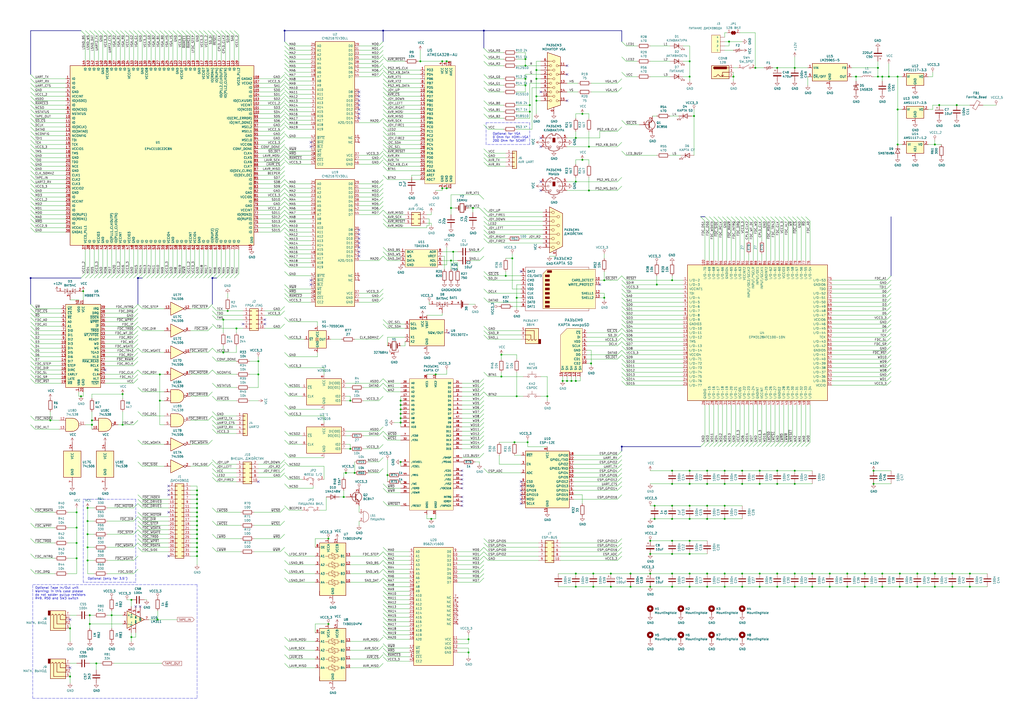
<source format=kicad_sch>
(kicad_sch (version 20210621) (generator eeschema)
  (paper "A2")
  (title_block (title "Karabas Pro") (date "2021-07-06") (rev "E"))
  (lib_symbols
    (symbol "74xx:74LS06" (pin_names (offset 1.016))
      (property "Reference" "U" (at 0 1.27 0))
      (property "Value" "74LS06" (at 0 -1.27 0))
      (symbol "74LS06_1_0"
        (pin input line (at -7.62 0 0) (length 3.81) (name "~") (number "1"))
        (pin open_collector inverted (at 7.62 0 180) (length 3.81) (name "~") (number "2"))
      )
      (symbol "74LS06_2_0"
        (pin input line (at -7.62 0 0) (length 3.81) (name "~") (number "3"))
        (pin open_collector inverted (at 7.62 0 180) (length 3.81) (name "~") (number "4"))
      )
      (symbol "74LS06_3_0"
        (pin input line (at -7.62 0 0) (length 3.81) (name "~") (number "5"))
        (pin open_collector inverted (at 7.62 0 180) (length 3.81) (name "~") (number "6"))
      )
      (symbol "74LS06_4_0"
        (pin open_collector inverted (at 7.62 0 180) (length 3.81) (name "~") (number "8"))
        (pin input line (at -7.62 0 0) (length 3.81) (name "~") (number "9"))
      )
      (symbol "74LS06_5_0"
        (pin open_collector inverted (at 7.62 0 180) (length 3.81) (name "~") (number "10"))
        (pin input line (at -7.62 0 0) (length 3.81) (name "~") (number "11"))
      )
      (symbol "74LS06_6_0"
        (pin open_collector inverted (at 7.62 0 180) (length 3.81) (name "~") (number "12"))
        (pin input line (at -7.62 0 0) (length 3.81) (name "~") (number "13"))
      )
      (symbol "74LS06_7_0"
        (pin power_in line (at 0 12.7 270) (length 5.08) (name "VCC") (number "14"))
        (pin power_in line (at 0 -12.7 90) (length 5.08) (name "GND") (number "7"))
      )
    )
    (symbol "74xx:74LS38" (pin_names (offset 1.016))
      (property "Reference" "U" (at 0 1.27 0))
      (property "Value" "74LS38" (at 0 -1.27 0))
      (symbol "74LS38_1_1"
        (pin input line (at -7.62 2.54 0) (length 3.81) (name "~") (number "1"))
        (pin input line (at -7.62 -2.54 0) (length 3.81) (name "~") (number "2"))
        (pin open_collector inverted (at 7.62 0 180) (length 3.81) (name "~") (number "3"))
      )
      (symbol "74LS38_1_2"
        (pin input inverted (at -7.62 2.54 0) (length 4.318) (name "~") (number "1"))
        (pin input inverted (at -7.62 -2.54 0) (length 4.318) (name "~") (number "2"))
        (pin open_collector line (at 7.62 0 180) (length 3.81) (name "~") (number "3"))
      )
      (symbol "74LS38_2_1"
        (pin input line (at -7.62 2.54 0) (length 3.81) (name "~") (number "4"))
        (pin input line (at -7.62 -2.54 0) (length 3.81) (name "~") (number "5"))
        (pin open_collector inverted (at 7.62 0 180) (length 3.81) (name "~") (number "6"))
      )
      (symbol "74LS38_2_2"
        (pin input inverted (at -7.62 2.54 0) (length 4.318) (name "~") (number "4"))
        (pin input inverted (at -7.62 -2.54 0) (length 4.318) (name "~") (number "5"))
        (pin open_collector line (at 7.62 0 180) (length 3.81) (name "~") (number "6"))
      )
      (symbol "74LS38_3_1"
        (pin input line (at -7.62 -2.54 0) (length 3.81) (name "~") (number "10"))
        (pin open_collector inverted (at 7.62 0 180) (length 3.81) (name "~") (number "8"))
        (pin input line (at -7.62 2.54 0) (length 3.81) (name "~") (number "9"))
      )
      (symbol "74LS38_3_2"
        (pin input inverted (at -7.62 -2.54 0) (length 4.318) (name "~") (number "10"))
        (pin open_collector line (at 7.62 0 180) (length 3.81) (name "~") (number "8"))
        (pin input inverted (at -7.62 2.54 0) (length 4.318) (name "~") (number "9"))
      )
      (symbol "74LS38_4_1"
        (pin open_collector inverted (at 7.62 0 180) (length 3.81) (name "~") (number "11"))
        (pin input line (at -7.62 2.54 0) (length 3.81) (name "~") (number "12"))
        (pin input line (at -7.62 -2.54 0) (length 3.81) (name "~") (number "13"))
      )
      (symbol "74LS38_4_2"
        (pin open_collector line (at 7.62 0 180) (length 3.81) (name "~") (number "11"))
        (pin input inverted (at -7.62 2.54 0) (length 4.318) (name "~") (number "12"))
        (pin input inverted (at -7.62 -2.54 0) (length 4.318) (name "~") (number "13"))
      )
      (symbol "74LS38_5_0"
        (pin power_in line (at 0 12.7 270) (length 5.08) (name "VCC") (number "14"))
        (pin power_in line (at 0 -12.7 90) (length 5.08) (name "GND") (number "7"))
      )
    )
    (symbol "Comparator:LM311" (pin_names (offset 0.127))
      (property "Reference" "U" (at 3.81 6.35 0))
      (property "Value" "LM311" (at 3.81 3.81 0))
      (symbol "LM311_1_1"
        (pin passive line (at 0 -7.62 90) (length 5.08) (name "GND") (number "1"))
        (pin input line (at -7.62 2.54 0) (length 2.54) (name "+") (number "2"))
        (pin input line (at -7.62 -2.54 0) (length 2.54) (name "-") (number "3"))
        (pin power_in line (at -2.54 -7.62 90) (length 3.81) (name "V-") (number "4"))
        (pin input line (at 0 7.62 270) (length 5.08) (name "BAL") (number "5"))
        (pin input line (at 2.54 7.62 270) (length 6.35) (name "STRB") (number "6"))
        (pin open_collector line (at 7.62 0 180) (length 2.54) (name "~") (number "7"))
        (pin power_in line (at -2.54 7.62 270) (length 3.81) (name "V+") (number "8"))
      )
    )
    (symbol "Connector:AudioJack3"
      (property "Reference" "J" (at 0 8.89 0))
      (property "Value" "AudioJack3" (at 0 6.35 0))
      (symbol "AudioJack3_1_1"
        (pin passive line (at 5.08 0 180) (length 2.54) (name "~") (number "R"))
        (pin passive line (at 5.08 2.54 180) (length 2.54) (name "~") (number "S"))
        (pin passive line (at 5.08 -2.54 180) (length 2.54) (name "~") (number "T"))
      )
    )
    (symbol "Connector:AudioJack4"
      (property "Reference" "J" (at 0 8.89 0))
      (property "Value" "AudioJack4" (at 0 6.35 0))
      (symbol "AudioJack4_1_1"
        (pin passive line (at 5.08 -2.54 180) (length 2.54) (name "~") (number "R1"))
        (pin passive line (at 5.08 0 180) (length 2.54) (name "~") (number "R2"))
        (pin passive line (at 5.08 2.54 180) (length 2.54) (name "~") (number "S"))
        (pin passive line (at 5.08 -5.08 180) (length 2.54) (name "~") (number "T"))
      )
    )
    (symbol "Connector:Barrel_Jack_Switch" (pin_names hide)
      (property "Reference" "J" (at 0 5.334 0))
      (property "Value" "Barrel_Jack_Switch" (at 0 -5.08 0))
      (symbol "Barrel_Jack_Switch_1_1"
        (pin passive line (at 7.62 2.54 180) (length 2.54) (name "~") (number "1"))
        (pin passive line (at 7.62 -2.54 180) (length 2.54) (name "~") (number "2"))
        (pin passive line (at 7.62 0 180) (length 2.54) (name "~") (number "3"))
      )
    )
    (symbol "Connector:DB15_Female_HighDensity_MountingHoles" (pin_names (offset 1.016) hide)
      (property "Reference" "J" (at 0 21.59 0))
      (property "Value" "DB15_Female_HighDensity_MountingHoles" (at 0 19.05 0))
      (symbol "DB15_Female_HighDensity_MountingHoles_1_1"
        (pin passive line (at 0 -17.78 90) (length 3.81) (name "~") (number "0"))
        (pin passive line (at -7.62 10.16 0) (length 5.08) (name "~") (number "1"))
        (pin passive line (at -7.62 -7.62 0) (length 5.08) (name "~") (number "10"))
        (pin passive line (at 7.62 10.16 180) (length 5.08) (name "~") (number "11"))
        (pin passive line (at 7.62 5.08 180) (length 5.08) (name "~") (number "12"))
        (pin passive line (at 7.62 0 180) (length 5.08) (name "~") (number "13"))
        (pin passive line (at 7.62 -5.08 180) (length 5.08) (name "~") (number "14"))
        (pin passive line (at 7.62 -10.16 180) (length 5.08) (name "~") (number "15"))
        (pin passive line (at -7.62 5.08 0) (length 5.08) (name "~") (number "2"))
        (pin passive line (at -7.62 0 0) (length 5.08) (name "~") (number "3"))
        (pin passive line (at -7.62 -5.08 0) (length 5.08) (name "~") (number "4"))
        (pin passive line (at -7.62 -10.16 0) (length 5.08) (name "~") (number "5"))
        (pin passive line (at -7.62 12.7 0) (length 5.08) (name "~") (number "6"))
        (pin passive line (at -7.62 7.62 0) (length 5.08) (name "~") (number "7"))
        (pin passive line (at -7.62 2.54 0) (length 5.08) (name "~") (number "8"))
        (pin passive line (at -7.62 -2.54 0) (length 5.08) (name "~") (number "9"))
      )
    )
    (symbol "Connector:DB9_Female_MountingHoles" (pin_names (offset 1.016) hide)
      (property "Reference" "J" (at 0 16.51 0))
      (property "Value" "DB9_Female_MountingHoles" (at 0 14.605 0))
      (symbol "DB9_Female_MountingHoles_1_1"
        (pin passive line (at 0 -15.24 90) (length 3.81) (name "PAD") (number "0"))
        (pin passive line (at -7.62 10.16 0) (length 3.81) (name "1") (number "1"))
        (pin passive line (at -7.62 5.08 0) (length 3.81) (name "2") (number "2"))
        (pin passive line (at -7.62 0 0) (length 3.81) (name "3") (number "3"))
        (pin passive line (at -7.62 -5.08 0) (length 3.81) (name "4") (number "4"))
        (pin passive line (at -7.62 -10.16 0) (length 3.81) (name "5") (number "5"))
        (pin passive line (at -7.62 7.62 0) (length 3.81) (name "6") (number "6"))
        (pin passive line (at -7.62 2.54 0) (length 3.81) (name "7") (number "7"))
        (pin passive line (at -7.62 -2.54 0) (length 3.81) (name "8") (number "8"))
        (pin passive line (at -7.62 -7.62 0) (length 3.81) (name "9") (number "9"))
      )
    )
    (symbol "Connector:SD_Card" (pin_names (offset 1.016))
      (property "Reference" "J" (at -16.51 13.97 0))
      (property "Value" "SD_Card" (at 15.24 -13.97 0))
      (symbol "SD_Card_1_1"
        (pin input line (at -22.86 7.62 0) (length 2.54) (name "CD/DAT3") (number "1"))
        (pin input line (at 22.86 5.08 180) (length 2.54) (name "CARD_DETECT") (number "10"))
        (pin input line (at 22.86 2.54 180) (length 2.54) (name "WRITE_PROTECT") (number "11"))
        (pin input line (at 22.86 -2.54 180) (length 2.54) (name "SHELL1") (number "12"))
        (pin input line (at 22.86 -5.08 180) (length 2.54) (name "SHELL2") (number "13"))
        (pin input line (at -22.86 5.08 0) (length 2.54) (name "CMD") (number "2"))
        (pin power_in line (at -22.86 2.54 0) (length 2.54) (name "VSS") (number "3"))
        (pin power_in line (at -22.86 0 0) (length 2.54) (name "VDD") (number "4"))
        (pin input line (at -22.86 -2.54 0) (length 2.54) (name "CLK") (number "5"))
        (pin power_in line (at -22.86 -5.08 0) (length 2.54) (name "VSS") (number "6"))
        (pin input line (at -22.86 -7.62 0) (length 2.54) (name "DAT0") (number "7"))
        (pin input line (at -22.86 -10.16 0) (length 2.54) (name "DAT1") (number "8"))
        (pin input line (at -22.86 10.16 0) (length 2.54) (name "DAT2") (number "9"))
      )
    )
    (symbol "Connector_Generic:Conn_01x04" (pin_names (offset 1.016) hide)
      (property "Reference" "J" (at 0 5.08 0))
      (property "Value" "Conn_01x04" (at 0 -7.62 0))
      (symbol "Conn_01x04_1_1"
        (pin passive line (at -5.08 2.54 0) (length 3.81) (name "Pin_1") (number "1"))
        (pin passive line (at -5.08 0 0) (length 3.81) (name "Pin_2") (number "2"))
        (pin passive line (at -5.08 -2.54 0) (length 3.81) (name "Pin_3") (number "3"))
        (pin passive line (at -5.08 -5.08 0) (length 3.81) (name "Pin_4") (number "4"))
      )
    )
    (symbol "Connector_Generic:Conn_01x05" (pin_names (offset 1.016) hide)
      (property "Reference" "J" (at 0 7.62 0))
      (property "Value" "Conn_01x05" (at 0 -7.62 0))
      (symbol "Conn_01x05_1_1"
        (pin passive line (at -5.08 5.08 0) (length 3.81) (name "Pin_1") (number "1"))
        (pin passive line (at -5.08 2.54 0) (length 3.81) (name "Pin_2") (number "2"))
        (pin passive line (at -5.08 0 0) (length 3.81) (name "Pin_3") (number "3"))
        (pin passive line (at -5.08 -2.54 0) (length 3.81) (name "Pin_4") (number "4"))
        (pin passive line (at -5.08 -5.08 0) (length 3.81) (name "Pin_5") (number "5"))
      )
    )
    (symbol "Connector_Generic:Conn_02x03_Odd_Even" (pin_names (offset 1.016) hide)
      (property "Reference" "J" (at 1.27 5.08 0))
      (property "Value" "Conn_02x03_Odd_Even" (at 1.27 -5.08 0))
      (symbol "Conn_02x03_Odd_Even_1_1"
        (pin passive line (at -5.08 2.54 0) (length 3.81) (name "Pin_1") (number "1"))
        (pin passive line (at 7.62 2.54 180) (length 3.81) (name "Pin_2") (number "2"))
        (pin passive line (at -5.08 0 0) (length 3.81) (name "Pin_3") (number "3"))
        (pin passive line (at 7.62 0 180) (length 3.81) (name "Pin_4") (number "4"))
        (pin passive line (at -5.08 -2.54 0) (length 3.81) (name "Pin_5") (number "5"))
        (pin passive line (at 7.62 -2.54 180) (length 3.81) (name "Pin_6") (number "6"))
      )
    )
    (symbol "Connector_Generic:Conn_02x05_Odd_Even" (pin_names (offset 1.016) hide)
      (property "Reference" "J" (at 1.27 7.62 0))
      (property "Value" "Conn_02x05_Odd_Even" (at 1.27 -7.62 0))
      (symbol "Conn_02x05_Odd_Even_1_1"
        (pin passive line (at -5.08 5.08 0) (length 3.81) (name "Pin_1") (number "1"))
        (pin passive line (at 7.62 -5.08 180) (length 3.81) (name "Pin_10") (number "10"))
        (pin passive line (at 7.62 5.08 180) (length 3.81) (name "Pin_2") (number "2"))
        (pin passive line (at -5.08 2.54 0) (length 3.81) (name "Pin_3") (number "3"))
        (pin passive line (at 7.62 2.54 180) (length 3.81) (name "Pin_4") (number "4"))
        (pin passive line (at -5.08 0 0) (length 3.81) (name "Pin_5") (number "5"))
        (pin passive line (at 7.62 0 180) (length 3.81) (name "Pin_6") (number "6"))
        (pin passive line (at -5.08 -2.54 0) (length 3.81) (name "Pin_7") (number "7"))
        (pin passive line (at 7.62 -2.54 180) (length 3.81) (name "Pin_8") (number "8"))
        (pin passive line (at -5.08 -5.08 0) (length 3.81) (name "Pin_9") (number "9"))
      )
    )
    (symbol "Connector_Generic:Conn_02x17_Odd_Even" (pin_names (offset 1.016) hide)
      (property "Reference" "J" (at 1.27 22.86 0))
      (property "Value" "Conn_02x17_Odd_Even" (at 1.27 -22.86 0))
      (symbol "Conn_02x17_Odd_Even_1_1"
        (pin passive line (at -5.08 20.32 0) (length 3.81) (name "Pin_1") (number "1"))
        (pin passive line (at 7.62 10.16 180) (length 3.81) (name "Pin_10") (number "10"))
        (pin passive line (at -5.08 7.62 0) (length 3.81) (name "Pin_11") (number "11"))
        (pin passive line (at 7.62 7.62 180) (length 3.81) (name "Pin_12") (number "12"))
        (pin passive line (at -5.08 5.08 0) (length 3.81) (name "Pin_13") (number "13"))
        (pin passive line (at 7.62 5.08 180) (length 3.81) (name "Pin_14") (number "14"))
        (pin passive line (at -5.08 2.54 0) (length 3.81) (name "Pin_15") (number "15"))
        (pin passive line (at 7.62 2.54 180) (length 3.81) (name "Pin_16") (number "16"))
        (pin passive line (at -5.08 0 0) (length 3.81) (name "Pin_17") (number "17"))
        (pin passive line (at 7.62 0 180) (length 3.81) (name "Pin_18") (number "18"))
        (pin passive line (at -5.08 -2.54 0) (length 3.81) (name "Pin_19") (number "19"))
        (pin passive line (at 7.62 20.32 180) (length 3.81) (name "Pin_2") (number "2"))
        (pin passive line (at 7.62 -2.54 180) (length 3.81) (name "Pin_20") (number "20"))
        (pin passive line (at -5.08 -5.08 0) (length 3.81) (name "Pin_21") (number "21"))
        (pin passive line (at 7.62 -5.08 180) (length 3.81) (name "Pin_22") (number "22"))
        (pin passive line (at -5.08 -7.62 0) (length 3.81) (name "Pin_23") (number "23"))
        (pin passive line (at 7.62 -7.62 180) (length 3.81) (name "Pin_24") (number "24"))
        (pin passive line (at -5.08 -10.16 0) (length 3.81) (name "Pin_25") (number "25"))
        (pin passive line (at 7.62 -10.16 180) (length 3.81) (name "Pin_26") (number "26"))
        (pin passive line (at -5.08 -12.7 0) (length 3.81) (name "Pin_27") (number "27"))
        (pin passive line (at 7.62 -12.7 180) (length 3.81) (name "Pin_28") (number "28"))
        (pin passive line (at -5.08 -15.24 0) (length 3.81) (name "Pin_29") (number "29"))
        (pin passive line (at -5.08 17.78 0) (length 3.81) (name "Pin_3") (number "3"))
        (pin passive line (at 7.62 -15.24 180) (length 3.81) (name "Pin_30") (number "30"))
        (pin passive line (at -5.08 -17.78 0) (length 3.81) (name "Pin_31") (number "31"))
        (pin passive line (at 7.62 -17.78 180) (length 3.81) (name "Pin_32") (number "32"))
        (pin passive line (at -5.08 -20.32 0) (length 3.81) (name "Pin_33") (number "33"))
        (pin passive line (at 7.62 -20.32 180) (length 3.81) (name "Pin_34") (number "34"))
        (pin passive line (at 7.62 17.78 180) (length 3.81) (name "Pin_4") (number "4"))
        (pin passive line (at -5.08 15.24 0) (length 3.81) (name "Pin_5") (number "5"))
        (pin passive line (at 7.62 15.24 180) (length 3.81) (name "Pin_6") (number "6"))
        (pin passive line (at -5.08 12.7 0) (length 3.81) (name "Pin_7") (number "7"))
        (pin passive line (at 7.62 12.7 180) (length 3.81) (name "Pin_8") (number "8"))
        (pin passive line (at -5.08 10.16 0) (length 3.81) (name "Pin_9") (number "9"))
      )
    )
    (symbol "Device:Battery_Cell" (pin_numbers hide) (pin_names (offset 0) hide)
      (property "Reference" "BT" (at 2.54 2.54 0))
      (property "Value" "Battery_Cell" (at 2.54 0 0))
      (symbol "Battery_Cell_1_1"
        (pin passive line (at 0 5.08 270) (length 2.54) (name "+") (number "1"))
        (pin passive line (at 0 -2.54 90) (length 2.54) (name "-") (number "2"))
      )
    )
    (symbol "Device:Buzzer" (pin_names (offset 0.0254) hide)
      (property "Reference" "BZ" (at 3.81 1.27 0))
      (property "Value" "Buzzer" (at 3.81 -1.27 0))
      (symbol "Buzzer_1_1"
        (pin passive line (at -2.54 2.54 0) (length 2.54) (name "-") (number "1"))
        (pin passive line (at -2.54 -2.54 0) (length 2.54) (name "+") (number "2"))
      )
    )
    (symbol "Device:C" (pin_numbers hide) (pin_names (offset 0.254))
      (property "Reference" "C" (at 0.635 2.54 0))
      (property "Value" "C" (at 0.635 -2.54 0))
      (symbol "C_1_1"
        (pin passive line (at 0 3.81 270) (length 2.794) (name "~") (number "1"))
        (pin passive line (at 0 -3.81 90) (length 2.794) (name "~") (number "2"))
      )
    )
    (symbol "Device:CP" (pin_numbers hide) (pin_names (offset 0.254))
      (property "Reference" "C" (at 0.635 2.54 0))
      (property "Value" "CP" (at 0.635 -2.54 0))
      (symbol "CP_1_1"
        (pin passive line (at 0 3.81 270) (length 2.794) (name "~") (number "1"))
        (pin passive line (at 0 -3.81 90) (length 2.794) (name "~") (number "2"))
      )
    )
    (symbol "Device:Crystal" (pin_numbers hide) (pin_names (offset 1.016) hide)
      (property "Reference" "Y" (at 0 3.81 0))
      (property "Value" "Crystal" (at 0 -3.81 0))
      (symbol "Crystal_1_1"
        (pin passive line (at -3.81 0 0) (length 1.27) (name "1") (number "1"))
        (pin passive line (at 3.81 0 180) (length 1.27) (name "2") (number "2"))
      )
    )
    (symbol "Device:Crystal_GND3" (pin_names (offset 1.016) hide)
      (property "Reference" "Y" (at 0 5.715 0))
      (property "Value" "Crystal_GND3" (at 0 3.81 0))
      (symbol "Crystal_GND3_1_1"
        (pin passive line (at -3.81 0 0) (length 1.27) (name "1") (number "1"))
        (pin passive line (at 3.81 0 180) (length 1.27) (name "2") (number "2"))
        (pin passive line (at 0 -5.08 90) (length 1.27) (name "3") (number "3"))
      )
    )
    (symbol "Device:Ferrite_Bead" (pin_numbers hide) (pin_names (offset 0))
      (property "Reference" "FB" (at -3.81 0.635 90))
      (property "Value" "Ferrite_Bead" (at 3.81 0 90))
      (symbol "Ferrite_Bead_1_1"
        (pin passive line (at 0 3.81 270) (length 2.54) (name "~") (number "1"))
        (pin passive line (at 0 -3.81 90) (length 2.54) (name "~") (number "2"))
      )
    )
    (symbol "Device:L" (pin_numbers hide) (pin_names (offset 1.016) hide)
      (property "Reference" "L" (at -1.27 0 90))
      (property "Value" "L" (at 1.905 0 90))
      (symbol "L_1_1"
        (pin passive line (at 0 3.81 270) (length 1.27) (name "1") (number "1"))
        (pin passive line (at 0 -3.81 90) (length 1.27) (name "2") (number "2"))
      )
    )
    (symbol "Device:LED" (pin_numbers hide) (pin_names (offset 1.016) hide)
      (property "Reference" "D" (at 0 2.54 0))
      (property "Value" "LED" (at 0 -2.54 0))
      (symbol "LED_1_1"
        (pin passive line (at -3.81 0 0) (length 2.54) (name "K") (number "1"))
        (pin passive line (at 3.81 0 180) (length 2.54) (name "A") (number "2"))
      )
    )
    (symbol "Device:Polyfuse_Small" (pin_numbers hide) (pin_names (offset 0))
      (property "Reference" "F" (at -1.905 0 90))
      (property "Value" "Polyfuse_Small" (at 1.905 0 90))
      (symbol "Polyfuse_Small_1_1"
        (pin passive line (at 0 2.54 270) (length 0.635) (name "~") (number "1"))
        (pin passive line (at 0 -2.54 90) (length 0.635) (name "~") (number "2"))
      )
    )
    (symbol "Device:R" (pin_numbers hide) (pin_names (offset 0))
      (property "Reference" "R" (at 2.032 0 90))
      (property "Value" "R" (at 0 0 90))
      (symbol "R_1_1"
        (pin passive line (at 0 3.81 270) (length 1.27) (name "~") (number "1"))
        (pin passive line (at 0 -3.81 90) (length 1.27) (name "~") (number "2"))
      )
    )
    (symbol "Diode:1N4148W" (pin_numbers hide) (pin_names (offset 1.016) hide)
      (property "Reference" "D" (at 0 2.54 0))
      (property "Value" "1N4148W" (at 0 -2.54 0))
      (symbol "1N4148W_1_1"
        (pin passive line (at -3.81 0 0) (length 2.54) (name "K") (number "1"))
        (pin passive line (at 3.81 0 180) (length 2.54) (name "A") (number "2"))
      )
    )
    (symbol "Diode:1N5820" (pin_numbers hide) (pin_names (offset 1.016) hide)
      (property "Reference" "D" (at 0 2.54 0))
      (property "Value" "1N5820" (at 0 -2.54 0))
      (symbol "1N5820_1_1"
        (pin passive line (at -3.81 0 0) (length 2.54) (name "K") (number "1"))
        (pin passive line (at 3.81 0 180) (length 2.54) (name "A") (number "2"))
      )
    )
    (symbol "Diode:BAT54C" (pin_names (offset 1.016))
      (property "Reference" "D" (at 0.635 -3.81 0))
      (property "Value" "BAT54C" (at -6.35 3.175 0))
      (symbol "BAT54C_1_1"
        (pin passive line (at -7.62 0 0) (length 3.81) (name "~") (number "1"))
        (pin passive line (at 7.62 0 180) (length 3.81) (name "~") (number "2"))
        (pin passive line (at 0 -5.08 90) (length 5.08) (name "~") (number "3"))
      )
    )
    (symbol "Diode:SM6T6V8A" (pin_numbers hide) (pin_names (offset 1.016) hide)
      (property "Reference" "D" (at 0 2.54 0))
      (property "Value" "SM6T6V8A" (at 0 -2.54 0))
      (symbol "SM6T6V8A_1_1"
        (pin passive line (at -3.81 0 0) (length 2.54) (name "A1") (number "1"))
        (pin passive line (at 3.81 0 180) (length 2.54) (name "A2") (number "2"))
      )
    )
    (symbol "Jumper:Jumper_2_Open" (pin_names (offset 0) hide)
      (property "Reference" "JP" (at 0 2.794 0))
      (property "Value" "Jumper_2_Open" (at 0 -2.286 0))
      (symbol "Jumper_2_Open_1_1"
        (pin passive line (at -5.08 0 0) (length 2.54) (name "A") (number "1"))
        (pin passive line (at 5.08 0 180) (length 2.54) (name "B") (number "2"))
      )
    )
    (symbol "Jumper:Jumper_3_Bridged12" (pin_names (offset 0) hide)
      (property "Reference" "JP" (at -2.54 -2.54 0))
      (property "Value" "Jumper_3_Bridged12" (at 0 2.794 0))
      (symbol "Jumper_3_Bridged12_1_1"
        (pin passive line (at -6.35 0 0) (length 2.54) (name "A") (number "1"))
        (pin input line (at 0 -3.81 90) (length 2.54) (name "C") (number "2"))
        (pin passive line (at 6.35 0 180) (length 2.54) (name "B") (number "3"))
      )
    )
    (symbol "Jumper:SolderJumper_2_Bridged" (pin_names (offset 0) hide)
      (property "Reference" "JP" (at 0 2.032 0))
      (property "Value" "SolderJumper_2_Bridged" (at 0 -2.54 0))
      (symbol "SolderJumper_2_Bridged_1_1"
        (pin passive line (at -3.81 0 0) (length 2.54) (name "A") (number "1"))
        (pin passive line (at 3.81 0 180) (length 2.54) (name "B") (number "2"))
      )
    )
    (symbol "Logic_LevelTranslator:TXB0104PW"
      (property "Reference" "U" (at -6.35 16.51 0))
      (property "Value" "TXB0104PW" (at 3.81 16.51 0))
      (symbol "TXB0104PW_1_1"
        (pin power_in line (at -2.54 17.78 270) (length 2.54) (name "VCCA") (number "1"))
        (pin bidirectional line (at 10.16 -7.62 180) (length 2.54) (name "B4") (number "10"))
        (pin bidirectional line (at 10.16 -2.54 180) (length 2.54) (name "B3") (number "11"))
        (pin bidirectional line (at 10.16 2.54 180) (length 2.54) (name "B2") (number "12"))
        (pin bidirectional line (at 10.16 7.62 180) (length 2.54) (name "B1") (number "13"))
        (pin power_in line (at 2.54 17.78 270) (length 2.54) (name "VCCB") (number "14"))
        (pin bidirectional line (at -10.16 7.62 0) (length 2.54) (name "A1") (number "2"))
        (pin bidirectional line (at -10.16 2.54 0) (length 2.54) (name "A2") (number "3"))
        (pin bidirectional line (at -10.16 -2.54 0) (length 2.54) (name "A3") (number "4"))
        (pin bidirectional line (at -10.16 -7.62 0) (length 2.54) (name "A4") (number "5"))
        (pin no_connect line (at -10.16 -12.7 0) (length 2.54) hide (name "NC") (number "6"))
        (pin power_in line (at 0 -17.78 90) (length 2.54) (name "GND") (number "7"))
        (pin input line (at -10.16 12.7 0) (length 2.54) (name "OE") (number "8"))
        (pin no_connect line (at 10.16 -12.7 180) (length 2.54) hide (name "NC") (number "9"))
      )
    )
    (symbol "Mechanical:MountingHole_Pad" (pin_numbers hide) (pin_names (offset 1.016) hide)
      (property "Reference" "H" (at 0 6.35 0))
      (property "Value" "MountingHole_Pad" (at 0 4.445 0))
      (symbol "MountingHole_Pad_1_1"
        (pin input line (at 0 -2.54 90) (length 2.54) (name "1") (number "1"))
      )
    )
    (symbol "Memory_Flash:W25Q32JVSS"
      (property "Reference" "U" (at -8.89 8.89 0))
      (property "Value" "W25Q32JVSS" (at 7.62 8.89 0))
      (symbol "W25Q32JVSS_1_1"
        (pin input line (at -12.7 2.54 0) (length 2.54) (name "~{CS}") (number "1"))
        (pin bidirectional line (at 12.7 2.54 180) (length 2.54) (name "DO(IO1)") (number "2"))
        (pin bidirectional line (at 12.7 -2.54 180) (length 2.54) (name "IO2") (number "3"))
        (pin power_in line (at 0 -10.16 90) (length 2.54) (name "GND") (number "4"))
        (pin bidirectional line (at 12.7 5.08 180) (length 2.54) (name "DI(IO0)") (number "5"))
        (pin input line (at -12.7 -2.54 0) (length 2.54) (name "CLK") (number "6"))
        (pin bidirectional line (at 12.7 -5.08 180) (length 2.54) (name "IO3") (number "7"))
        (pin power_in line (at 0 10.16 270) (length 2.54) (name "VCC") (number "8"))
      )
    )
    (symbol "Oscillator:SG-7050CAN" (pin_names (offset 0.254))
      (property "Reference" "X" (at -5.08 6.35 0))
      (property "Value" "SG-7050CAN" (at 1.27 -6.35 0))
      (symbol "SG-7050CAN_1_1"
        (pin input line (at -7.62 0 0) (length 2.54) (name "~{ST}") (number "1"))
        (pin power_in line (at 0 -7.62 90) (length 2.54) (name "GND") (number "2"))
        (pin output line (at 7.62 0 180) (length 2.54) (name "OUT") (number "3"))
        (pin power_in line (at 0 7.62 270) (length 2.54) (name "VCC") (number "4"))
      )
    )
    (symbol "RF_Module:ESP-12E"
      (property "Reference" "U" (at -12.7 19.05 0))
      (property "Value" "ESP-12E" (at 12.7 19.05 0))
      (symbol "ESP-12E_1_1"
        (pin input line (at -15.24 15.24 0) (length 2.54) (name "~{RST}") (number "1"))
        (pin bidirectional line (at -15.24 -2.54 0) (length 2.54) (name "MISO") (number "10"))
        (pin bidirectional line (at -15.24 -5.08 0) (length 2.54) (name "GPIO9") (number "11"))
        (pin bidirectional line (at -15.24 -7.62 0) (length 2.54) (name "GPIO10") (number "12"))
        (pin bidirectional line (at -15.24 -10.16 0) (length 2.54) (name "MOSI") (number "13"))
        (pin bidirectional line (at -15.24 -12.7 0) (length 2.54) (name "SCLK") (number "14"))
        (pin power_in line (at 0 -17.78 90) (length 2.54) (name "GND") (number "15"))
        (pin bidirectional line (at 15.24 -7.62 180) (length 2.54) (name "GPIO15") (number "16"))
        (pin bidirectional line (at 15.24 10.16 180) (length 2.54) (name "GPIO2") (number "17"))
        (pin bidirectional line (at 15.24 15.24 180) (length 2.54) (name "GPIO0") (number "18"))
        (pin bidirectional line (at 15.24 5.08 180) (length 2.54) (name "GPIO4") (number "19"))
        (pin input line (at -15.24 5.08 0) (length 2.54) (name "ADC") (number "2"))
        (pin bidirectional line (at 15.24 2.54 180) (length 2.54) (name "GPIO5") (number "20"))
        (pin bidirectional line (at 15.24 7.62 180) (length 2.54) (name "GPIO3/RXD") (number "21"))
        (pin bidirectional line (at 15.24 12.7 180) (length 2.54) (name "GPIO1/TXD") (number "22"))
        (pin input line (at -15.24 10.16 0) (length 2.54) (name "EN") (number "3"))
        (pin bidirectional line (at 15.24 -10.16 180) (length 2.54) (name "GPIO16") (number "4"))
        (pin bidirectional line (at 15.24 -5.08 180) (length 2.54) (name "GPIO14") (number "5"))
        (pin bidirectional line (at 15.24 0 180) (length 2.54) (name "GPIO12") (number "6"))
        (pin bidirectional line (at 15.24 -2.54 180) (length 2.54) (name "GPIO13") (number "7"))
        (pin power_in line (at 0 20.32 270) (length 2.54) (name "VCC") (number "8"))
        (pin input line (at -15.24 0 0) (length 2.54) (name "CS0") (number "9"))
      )
    )
    (symbol "Regulator_Linear:AMS1117" (pin_names (offset 0.762))
      (property "Reference" "U" (at -3.81 3.175 0))
      (property "Value" "AMS1117" (at 0 3.175 0))
      (symbol "AMS1117_1_1"
        (pin input line (at 0 -7.62 90) (length 2.54) (name "ADJ") (number "1"))
        (pin power_out line (at 7.62 0 180) (length 2.54) (name "VO") (number "2"))
        (pin power_in line (at -7.62 0 0) (length 2.54) (name "VI") (number "3"))
      )
    )
    (symbol "Regulator_Linear:AMS1117-2.5" (pin_names (offset 0.254))
      (property "Reference" "U" (at -3.81 3.175 0))
      (property "Value" "AMS1117-2.5" (at 0 3.175 0))
      (symbol "AMS1117-2.5_1_1"
        (pin power_in line (at 0 -7.62 90) (length 2.54) (name "GND") (number "1"))
        (pin power_out line (at 7.62 0 180) (length 2.54) (name "VO") (number "2"))
        (pin power_in line (at -7.62 0 0) (length 2.54) (name "VI") (number "3"))
      )
    )
    (symbol "Regulator_Linear:AMS1117-3.3" (pin_names (offset 0.254))
      (property "Reference" "U" (at -3.81 3.175 0))
      (property "Value" "AMS1117-3.3" (at 0 3.175 0))
      (symbol "AMS1117-3.3_1_1"
        (pin power_in line (at 0 -7.62 90) (length 2.54) (name "GND") (number "1"))
        (pin power_out line (at 7.62 0 180) (length 2.54) (name "VO") (number "2"))
        (pin power_in line (at -7.62 0 0) (length 2.54) (name "VI") (number "3"))
      )
    )
    (symbol "Regulator_Switching:LM2596S-5"
      (property "Reference" "U" (at -10.16 6.35 0))
      (property "Value" "LM2596S-5" (at 0 6.35 0))
      (symbol "LM2596S-5_1_1"
        (pin power_in line (at -12.7 2.54 0) (length 2.54) (name "VIN") (number "1"))
        (pin output line (at 12.7 -2.54 180) (length 2.54) (name "OUT") (number "2"))
        (pin power_in line (at 0 -7.62 90) (length 2.54) (name "GND") (number "3"))
        (pin input line (at 12.7 2.54 180) (length 2.54) (name "FB") (number "4"))
        (pin input line (at -12.7 -2.54 0) (length 2.54) (name "~{ON}/OFF") (number "5"))
      )
    )
    (symbol "SparkFun-Connectors:CONN_04" (pin_numbers hide) (pin_names (offset 1.016))
      (property "Reference" "J" (at -5.08 10.16 0))
      (property "Value" "CONN_04" (at -5.08 -3.81 0))
      (property "Field4" "CONN-09696" (at 0 13.97 0))
      (symbol "CONN_04_1_1"
        (pin passive line (at 2.54 0 180) (length 2.54) (name "1") (number "1"))
        (pin passive line (at 2.54 2.54 180) (length 2.54) (name "2") (number "2"))
        (pin passive line (at 2.54 5.08 180) (length 2.54) (name "3") (number "3"))
        (pin passive line (at 2.54 7.62 180) (length 2.54) (name "4") (number "4"))
      )
    )
    (symbol "Switch:SW_Push" (pin_numbers hide) (pin_names (offset 1.016) hide)
      (property "Reference" "SW" (at 1.27 2.54 0))
      (property "Value" "SW_Push" (at 0 -1.524 0))
      (symbol "SW_Push_0_1"
        (pin passive line (at -5.08 0 0) (length 2.54) (name "1") (number "1"))
        (pin passive line (at 5.08 0 180) (length 2.54) (name "2") (number "2"))
      )
    )
    (symbol "Switch:SW_SPST" (pin_names (offset 0) hide)
      (property "Reference" "SW" (at 0 3.175 0))
      (property "Value" "SW_SPST" (at 0 -2.54 0))
      (symbol "SW_SPST_1_1"
        (pin passive line (at -5.08 0 0) (length 2.54) (name "A") (number "1"))
        (pin passive line (at 5.08 0 180) (length 2.54) (name "B") (number "2"))
      )
    )
    (symbol "Timer_RTC:DS1307Z+"
      (property "Reference" "U" (at -8.89 8.89 0))
      (property "Value" "DS1307Z+" (at 1.27 8.89 0))
      (symbol "DS1307Z+_1_1"
        (pin input line (at -12.7 -2.54 0) (length 2.54) (name "X1") (number "1"))
        (pin input line (at -12.7 -5.08 0) (length 2.54) (name "X2") (number "2"))
        (pin power_in line (at 0 10.16 270) (length 2.54) (name "VBAT") (number "3"))
        (pin power_in line (at 0 -10.16 90) (length 2.54) (name "GND") (number "4"))
        (pin bidirectional line (at -12.7 2.54 0) (length 2.54) (name "SDA") (number "5"))
        (pin input line (at -12.7 5.08 0) (length 2.54) (name "SCL") (number "6"))
        (pin open_collector line (at 12.7 0 180) (length 2.54) (name "SQW/OUT") (number "7"))
        (pin power_in line (at -2.54 10.16 270) (length 2.54) (name "VCC") (number "8"))
      )
    )
    (symbol "Transistor_BJT:BC847" (pin_names (offset 0) hide)
      (property "Reference" "Q" (at 5.08 1.905 0))
      (property "Value" "BC847" (at 5.08 0 0))
      (symbol "BC847_1_1"
        (pin input line (at -5.08 0 0) (length 5.715) (name "B") (number "1"))
        (pin passive line (at 2.54 -5.08 90) (length 2.54) (name "E") (number "2"))
        (pin passive line (at 2.54 5.08 270) (length 2.54) (name "C") (number "3"))
      )
    )
    (symbol "Transistor_BJT:BC856" (pin_names (offset 0) hide)
      (property "Reference" "Q" (at 5.08 1.905 0))
      (property "Value" "BC856" (at 5.08 0 0))
      (symbol "BC856_1_1"
        (pin input line (at -5.08 0 0) (length 5.715) (name "B") (number "1"))
        (pin passive line (at 2.54 -5.08 90) (length 2.54) (name "E") (number "2"))
        (pin passive line (at 2.54 5.08 270) (length 2.54) (name "C") (number "3"))
      )
    )
    (symbol "cfcard:CF-CARD" (pin_names (offset 1.016))
      (property "Reference" "CON" (at -12.7 39.37 0))
      (property "Value" "CF-CARD" (at -12.7 -40.64 0))
      (symbol "CF-CARD_1_1"
        (pin power_in line (at -2.54 -40.64 90) (length 2.54) (name "GND1") (number "1"))
        (pin input line (at -17.78 12.7 0) (length 5.08) (name "A9") (number "10"))
        (pin input line (at -17.78 15.24 0) (length 5.08) (name "A8") (number "11"))
        (pin input line (at -17.78 17.78 0) (length 5.08) (name "A7") (number "12"))
        (pin power_in line (at 2.54 40.64 270) (length 2.54) (name "VCC2") (number "13"))
        (pin input line (at -17.78 20.32 0) (length 5.08) (name "A6") (number "14"))
        (pin input line (at -17.78 22.86 0) (length 5.08) (name "A5") (number "15"))
        (pin input line (at -17.78 25.4 0) (length 5.08) (name "A4") (number "16"))
        (pin input line (at -17.78 27.94 0) (length 5.08) (name "A3") (number "17"))
        (pin input line (at -17.78 30.48 0) (length 5.08) (name "A2") (number "18"))
        (pin input line (at -17.78 33.02 0) (length 5.08) (name "A1") (number "19"))
        (pin bidirectional line (at 17.78 27.94 180) (length 5.08) (name "D3") (number "2"))
        (pin input line (at -17.78 35.56 0) (length 5.08) (name "A0") (number "20"))
        (pin bidirectional line (at 17.78 35.56 180) (length 5.08) (name "D0") (number "21"))
        (pin bidirectional line (at 17.78 33.02 180) (length 5.08) (name "D1") (number "22"))
        (pin bidirectional line (at 17.78 30.48 180) (length 5.08) (name "D2") (number "23"))
        (pin output line (at 17.78 -25.4 180) (length 5.08) (name "/IOCS16") (number "24"))
        (pin output line (at 17.78 -17.78 180) (length 5.08) (name "/CD2") (number "25"))
        (pin output line (at 17.78 -15.24 180) (length 5.08) (name "/CD1") (number "26"))
        (pin bidirectional line (at 17.78 7.62 180) (length 5.08) (name "D11") (number "27"))
        (pin bidirectional line (at 17.78 5.08 180) (length 5.08) (name "D12") (number "28"))
        (pin bidirectional line (at 17.78 2.54 180) (length 5.08) (name "D13") (number "29"))
        (pin bidirectional line (at 17.78 25.4 180) (length 5.08) (name "D4") (number "3"))
        (pin bidirectional line (at 17.78 0 180) (length 5.08) (name "D14") (number "30"))
        (pin bidirectional line (at 17.78 -2.54 180) (length 5.08) (name "D15") (number "31"))
        (pin input line (at -17.78 2.54 0) (length 5.08) (name "/CS1") (number "32"))
        (pin output line (at 17.78 -20.32 180) (length 5.08) (name "/VS1") (number "33"))
        (pin input line (at -17.78 -25.4 0) (length 5.08) (name "/IORD") (number "34"))
        (pin input line (at -17.78 -27.94 0) (length 5.08) (name "/IOWR") (number "35"))
        (pin input line (at -17.78 -22.86 0) (length 5.08) (name "/WE") (number "36"))
        (pin output line (at 17.78 -30.48 180) (length 5.08) (name "INTRQ") (number "37"))
        (pin power_in line (at -2.54 40.64 270) (length 2.54) (name "VCC1") (number "38"))
        (pin input line (at -17.78 -12.7 0) (length 5.08) (name "/CSEL") (number "39"))
        (pin bidirectional line (at 17.78 22.86 180) (length 5.08) (name "D5") (number "4"))
        (pin output line (at 17.78 -22.86 180) (length 5.08) (name "/VS2") (number "40"))
        (pin input line (at -17.78 -35.56 0) (length 5.08) (name "/RESET") (number "41"))
        (pin output line (at 17.78 -33.02 180) (length 5.08) (name "IORDY") (number "42"))
        (pin output line (at 17.78 -35.56 180) (length 5.08) (name "/INPACK") (number "43"))
        (pin input line (at -17.78 -17.78 0) (length 5.08) (name "/REG") (number "44"))
        (pin bidirectional line (at 17.78 -7.62 180) (length 5.08) (name "/DASP") (number "45"))
        (pin bidirectional line (at 17.78 -10.16 180) (length 5.08) (name "/PDIAG") (number "46"))
        (pin bidirectional line (at 17.78 15.24 180) (length 5.08) (name "D8") (number "47"))
        (pin bidirectional line (at 17.78 12.7 180) (length 5.08) (name "D9") (number "48"))
        (pin bidirectional line (at 17.78 10.16 180) (length 5.08) (name "D10") (number "49"))
        (pin bidirectional line (at 17.78 20.32 180) (length 5.08) (name "D6") (number "5"))
        (pin power_in line (at 2.54 -40.64 90) (length 2.54) (name "GND2") (number "50"))
        (pin bidirectional line (at 17.78 17.78 180) (length 5.08) (name "D7") (number "6"))
        (pin input line (at -17.78 5.08 0) (length 5.08) (name "/CS0") (number "7"))
        (pin input line (at -17.78 10.16 0) (length 5.08) (name "A10") (number "8"))
        (pin input line (at -17.78 -10.16 0) (length 5.08) (name "/ATASEL") (number "9"))
      )
    )
    (symbol "dk_Embedded-Microcontrollers:ATMEGA328-AU" (pin_names (offset 1.016))
      (property "Reference" "U" (at -10.16 13.97 0))
      (property "Value" "ATMEGA328-AU" (at 2.54 -25.4 90))
      (symbol "ATMEGA328-AU_1_1"
        (pin bidirectional line (at -12.7 10.16 0) (length 2.54) (name "PD3") (number "1"))
        (pin bidirectional line (at -12.7 -2.54 0) (length 2.54) (name "PD6") (number "10"))
        (pin bidirectional line (at -12.7 -5.08 0) (length 2.54) (name "PD7") (number "11"))
        (pin bidirectional line (at -12.7 -7.62 0) (length 2.54) (name "PB0") (number "12"))
        (pin bidirectional line (at -12.7 -10.16 0) (length 2.54) (name "PB1") (number "13"))
        (pin bidirectional line (at -12.7 -12.7 0) (length 2.54) (name "PB2") (number "14"))
        (pin bidirectional line (at -12.7 -15.24 0) (length 2.54) (name "PB3") (number "15"))
        (pin bidirectional line (at -12.7 -17.78 0) (length 2.54) (name "PB4") (number "16"))
        (pin bidirectional line (at -12.7 -20.32 0) (length 2.54) (name "PB5") (number "17"))
        (pin power_in line (at 5.08 15.24 270) (length 2.54) (name "AVCC") (number "18"))
        (pin bidirectional line (at -12.7 -48.26 0) (length 2.54) (name "ADC6") (number "19"))
        (pin bidirectional line (at -12.7 7.62 0) (length 2.54) (name "PD4") (number "2"))
        (pin input line (at -12.7 -50.8 0) (length 2.54) (name "AREF") (number "20"))
        (pin power_in line (at 5.08 -58.42 90) (length 2.54) (name "GND") (number "21"))
        (pin bidirectional line (at -12.7 -53.34 0) (length 2.54) (name "ADC7") (number "22"))
        (pin bidirectional line (at -12.7 -22.86 0) (length 2.54) (name "PC0") (number "23"))
        (pin bidirectional line (at -12.7 -25.4 0) (length 2.54) (name "PC1") (number "24"))
        (pin bidirectional line (at -12.7 -27.94 0) (length 2.54) (name "PC2") (number "25"))
        (pin input line (at -12.7 -30.48 0) (length 2.54) (name "PC3") (number "26"))
        (pin input line (at -12.7 -33.02 0) (length 2.54) (name "PC4") (number "27"))
        (pin input line (at -12.7 -35.56 0) (length 2.54) (name "PC5") (number "28"))
        (pin input line (at -12.7 -38.1 0) (length 2.54) (name "PC6") (number "29"))
        (pin power_in line (at 0 -58.42 90) (length 2.54) (name "GND") (number "3"))
        (pin input line (at -12.7 -40.64 0) (length 2.54) (name "PD0") (number "30"))
        (pin input line (at -12.7 -43.18 0) (length 2.54) (name "PD1") (number "31"))
        (pin input line (at -12.7 -45.72 0) (length 2.54) (name "PD2") (number "32"))
        (pin power_in line (at 0 15.24 270) (length 2.54) (name "VCC") (number "4"))
        (pin power_in line (at 2.54 -58.42 90) (length 2.54) (name "GND") (number "5"))
        (pin power_in line (at 2.54 15.24 270) (length 2.54) (name "VCC") (number "6"))
        (pin bidirectional line (at -12.7 5.08 0) (length 2.54) (name "PB6") (number "7"))
        (pin bidirectional line (at -12.7 2.54 0) (length 2.54) (name "PB7") (number "8"))
        (pin bidirectional line (at -12.7 0 0) (length 2.54) (name "PD5") (number "9"))
      )
    )
    (symbol "power:+12V" (power) (pin_names (offset 0))
      (property "Value" "+12V" (at 0 3.556 0))
      (symbol "+12V_1_1"
        (pin power_in line (at 0 0 90) (length 0) hide (name "+12V") (number "1"))
      )
    )
    (symbol "power:GND" (power) (pin_names (offset 0))
      (property "Value" "GND" (at 0 -3.81 0))
      (symbol "GND_1_1"
        (pin power_in line (at 0 0 270) (length 0) hide (name "GND") (number "1"))
      )
    )
    (symbol "power:VCC" (power) (pin_names (offset 0))
      (property "Value" "VCC" (at 0 3.81 0))
      (symbol "VCC_1_1"
        (pin power_in line (at 0 0 90) (length 0) hide (name "VCC") (number "1"))
      )
    )
    (symbol "retro:BS62LV1600" (pin_names (offset 1.016))
      (property "Reference" "U" (at -10.16 35.56 0))
      (property "Value" "BS62LV1600" (at 5.08 35.56 0))
      (symbol "BS62LV1600_1_1"
        (pin bidirectional line (at -13.97 21.59 0) (length 2.54) (name "A4") (number "1"))
        (pin bidirectional line (at 13.97 29.21 180) (length 2.54) (name "D1") (number "10"))
        (pin power_in line (at 13.97 -19.05 180) (length 2.54) (name "VCC") (number "11"))
        (pin power_in line (at 13.97 -24.13 180) (length 2.54) (name "GND") (number "12"))
        (pin bidirectional line (at 13.97 26.67 180) (length 2.54) (name "D2") (number "13"))
        (pin bidirectional line (at 13.97 24.13 180) (length 2.54) (name "D3") (number "14"))
        (pin no_connect line (at 13.97 0 180) (length 2.54) (name "NC") (number "15"))
        (pin bidirectional line (at -13.97 -19.05 0) (length 2.54) (name "A20") (number "16"))
        (pin input inverted (at -13.97 -24.13 0) (length 2.54) (name "~{WE}") (number "17"))
        (pin bidirectional line (at -13.97 -16.51 0) (length 2.54) (name "A19") (number "18"))
        (pin bidirectional line (at -13.97 -13.97 0) (length 2.54) (name "A18") (number "19"))
        (pin bidirectional line (at -13.97 24.13 0) (length 2.54) (name "A3") (number "2"))
        (pin bidirectional line (at -13.97 -11.43 0) (length 2.54) (name "A17") (number "20"))
        (pin bidirectional line (at -13.97 -8.89 0) (length 2.54) (name "A16") (number "21"))
        (pin bidirectional line (at -13.97 -6.35 0) (length 2.54) (name "A15") (number "22"))
        (pin bidirectional line (at -13.97 -3.81 0) (length 2.54) (name "A14") (number "23"))
        (pin bidirectional line (at -13.97 -1.27 0) (length 2.54) (name "A13") (number "24"))
        (pin bidirectional line (at -13.97 1.27 0) (length 2.54) (name "A12") (number "25"))
        (pin bidirectional line (at -13.97 3.81 0) (length 2.54) (name "A11") (number "26"))
        (pin bidirectional line (at -13.97 6.35 0) (length 2.54) (name "A10") (number "27"))
        (pin bidirectional line (at -13.97 8.89 0) (length 2.54) (name "A9") (number "28"))
        (pin no_connect line (at 13.97 -2.54 180) (length 2.54) (name "NC") (number "29"))
        (pin bidirectional line (at -13.97 26.67 0) (length 2.54) (name "A2") (number "3"))
        (pin no_connect line (at 13.97 -5.08 180) (length 2.54) (name "NC") (number "30"))
        (pin bidirectional line (at 13.97 21.59 180) (length 2.54) (name "D4") (number "31"))
        (pin bidirectional line (at 13.97 19.05 180) (length 2.54) (name "D5") (number "32"))
        (pin power_in line (at 13.97 -21.59 180) (length 2.54) (name "VCC") (number "33"))
        (pin power_in line (at 13.97 -26.67 180) (length 2.54) (name "GND") (number "34"))
        (pin bidirectional line (at 13.97 16.51 180) (length 2.54) (name "D6") (number "35"))
        (pin bidirectional line (at 13.97 13.97 180) (length 2.54) (name "D7") (number "36"))
        (pin no_connect line (at 13.97 -7.62 180) (length 2.54) (name "NC") (number "37"))
        (pin no_connect line (at 13.97 -10.16 180) (length 2.54) (name "NC") (number "38"))
        (pin bidirectional line (at -13.97 11.43 0) (length 2.54) (name "A8") (number "39"))
        (pin bidirectional line (at -13.97 29.21 0) (length 2.54) (name "A1") (number "4"))
        (pin input line (at -13.97 -31.75 0) (length 2.54) (name "CE2") (number "40"))
        (pin input inverted (at -13.97 -26.67 0) (length 2.54) (name "~{OE}") (number "41"))
        (pin bidirectional line (at -13.97 13.97 0) (length 2.54) (name "A7") (number "42"))
        (pin bidirectional line (at -13.97 16.51 0) (length 2.54) (name "A6") (number "43"))
        (pin bidirectional line (at -13.97 19.05 0) (length 2.54) (name "A5") (number "44"))
        (pin bidirectional line (at -13.97 31.75 0) (length 2.54) (name "A0") (number "5"))
        (pin input inverted (at -13.97 -29.21 0) (length 2.54) (name "~{CE1}") (number "6"))
        (pin no_connect line (at 13.97 5.08 180) (length 2.54) (name "NC") (number "7"))
        (pin no_connect line (at 13.97 2.54 180) (length 2.54) (name "NC") (number "8"))
        (pin bidirectional line (at 13.97 31.75 180) (length 2.54) (name "D0") (number "9"))
      )
    )
    (symbol "retro:CY62167ELL" (pin_names (offset 1.016))
      (property "Reference" "U" (at -10.16 35.56 0))
      (property "Value" "CY62167ELL" (at 5.08 35.56 0))
      (symbol "CY62167ELL_1_1"
        (pin bidirectional line (at -13.97 -6.35 0) (length 2.54) (name "A15") (number "1"))
        (pin no_connect line (at 13.97 -21.59 180) (length 2.54) (name "NC") (number "10"))
        (pin input inverted (at -13.97 -29.21 0) (length 2.54) (name "~{WE}") (number "11"))
        (pin input line (at -13.97 -36.83 0) (length 2.54) (name "CE2") (number "12"))
        (pin no_connect line (at 13.97 -24.13 180) (length 2.54) (name "NC") (number "13"))
        (pin input inverted (at -13.97 -24.13 0) (length 2.54) (name "~{BHE}") (number "14"))
        (pin input inverted (at -13.97 -26.67 0) (length 2.54) (name "~{BLE}") (number "15"))
        (pin bidirectional line (at -13.97 -13.97 0) (length 2.54) (name "A18") (number "16"))
        (pin bidirectional line (at -13.97 -11.43 0) (length 2.54) (name "A17") (number "17"))
        (pin bidirectional line (at -13.97 13.97 0) (length 2.54) (name "A7") (number "18"))
        (pin bidirectional line (at -13.97 16.51 0) (length 2.54) (name "A6") (number "19"))
        (pin bidirectional line (at -13.97 -3.81 0) (length 2.54) (name "A14") (number "2"))
        (pin bidirectional line (at -13.97 19.05 0) (length 2.54) (name "A5") (number "20"))
        (pin bidirectional line (at -13.97 21.59 0) (length 2.54) (name "A4") (number "21"))
        (pin bidirectional line (at -13.97 24.13 0) (length 2.54) (name "A3") (number "22"))
        (pin bidirectional line (at -13.97 26.67 0) (length 2.54) (name "A2") (number "23"))
        (pin bidirectional line (at -13.97 29.21 0) (length 2.54) (name "A1") (number "24"))
        (pin bidirectional line (at -13.97 31.75 0) (length 2.54) (name "A0") (number "25"))
        (pin input inverted (at -13.97 -34.29 0) (length 2.54) (name "~{CE1}") (number "26"))
        (pin power_in line (at 13.97 -34.29 180) (length 2.54) (name "GND") (number "27"))
        (pin input inverted (at -13.97 -31.75 0) (length 2.54) (name "~{OE}") (number "28"))
        (pin bidirectional line (at 13.97 31.75 180) (length 2.54) (name "D0") (number "29"))
        (pin bidirectional line (at -13.97 -1.27 0) (length 2.54) (name "A13") (number "3"))
        (pin bidirectional line (at 13.97 5.08 180) (length 2.54) (name "D8") (number "30"))
        (pin bidirectional line (at 13.97 29.21 180) (length 2.54) (name "D1") (number "31"))
        (pin bidirectional line (at 13.97 2.54 180) (length 2.54) (name "D9") (number "32"))
        (pin bidirectional line (at 13.97 26.67 180) (length 2.54) (name "D2") (number "33"))
        (pin bidirectional line (at 13.97 0 180) (length 2.54) (name "D10") (number "34"))
        (pin bidirectional line (at 13.97 24.13 180) (length 2.54) (name "D3") (number "35"))
        (pin bidirectional line (at 13.97 -2.54 180) (length 2.54) (name "D11") (number "36"))
        (pin power_in line (at 13.97 -31.75 180) (length 2.54) (name "VCC") (number "37"))
        (pin bidirectional line (at 13.97 21.59 180) (length 2.54) (name "D4") (number "38"))
        (pin bidirectional line (at 13.97 -5.08 180) (length 2.54) (name "D12") (number "39"))
        (pin bidirectional line (at -13.97 1.27 0) (length 2.54) (name "A12") (number "4"))
        (pin bidirectional line (at 13.97 19.05 180) (length 2.54) (name "D5") (number "40"))
        (pin bidirectional line (at 13.97 -7.62 180) (length 2.54) (name "D13") (number "41"))
        (pin bidirectional line (at 13.97 16.51 180) (length 2.54) (name "D6") (number "42"))
        (pin bidirectional line (at 13.97 -10.16 180) (length 2.54) (name "D14") (number "43"))
        (pin bidirectional line (at 13.97 13.97 180) (length 2.54) (name "D7") (number "44"))
        (pin bidirectional line (at 13.97 -12.7 180) (length 2.54) (name "A20/D15") (number "45"))
        (pin power_in line (at 13.97 -36.83 180) (length 2.54) (name "GND") (number "46"))
        (pin input inverted (at -13.97 -21.59 0) (length 2.54) (name "~{BYTE}") (number "47"))
        (pin bidirectional line (at -13.97 -8.89 0) (length 2.54) (name "A16") (number "48"))
        (pin bidirectional line (at -13.97 3.81 0) (length 2.54) (name "A11") (number "5"))
        (pin bidirectional line (at -13.97 6.35 0) (length 2.54) (name "A10") (number "6"))
        (pin bidirectional line (at -13.97 8.89 0) (length 2.54) (name "A9") (number "7"))
        (pin bidirectional line (at -13.97 11.43 0) (length 2.54) (name "A8") (number "8"))
        (pin bidirectional line (at -13.97 -16.51 0) (length 2.54) (name "A19") (number "9"))
      )
    )
    (symbol "retro:EP4CE6E22C8N" (pin_names (offset 1.016))
      (property "Reference" "U" (at 2.54 -5.08 0))
      (property "Value" "EP4CE6E22C8N" (at 2.54 -8.89 0))
      (symbol "EP4CE6E22C8N_1_1"
        (pin bidirectional line (at -52.07 38.1 0) (length 2.54) (name "IO") (number "1"))
        (pin bidirectional line (at -52.07 15.24 0) (length 2.54) (name "IO") (number "10"))
        (pin bidirectional line (at 59.69 17.78 180) (length 2.54) (name "IO") (number "100"))
        (pin bidirectional line (at 59.69 20.32 180) (length 2.54) (name "IO(NCE0)") (number "101"))
        (pin power_in line (at 59.69 22.86 180) (length 2.54) (name "VCCINT") (number "102"))
        (pin bidirectional line (at 59.69 25.4 180) (length 2.54) (name "IO(CLKUSR)") (number "103"))
        (pin bidirectional line (at 59.69 27.94 180) (length 2.54) (name "IO") (number "104"))
        (pin bidirectional line (at 59.69 30.48 180) (length 2.54) (name "IO") (number "105"))
        (pin bidirectional line (at 59.69 33.02 180) (length 2.54) (name "IO") (number "106"))
        (pin power_in line (at 59.69 35.56 180) (length 2.54) (name "VCCA2") (number "107"))
        (pin power_in line (at 59.69 38.1 180) (length 2.54) (name "GNDA2") (number "108"))
        (pin power_in line (at 48.26 48.26 270) (length 2.54) (name "VCCD_PLL2") (number "109"))
        (pin bidirectional line (at -52.07 12.7 0) (length 2.54) (name "IO") (number "11"))
        (pin bidirectional line (at 45.72 48.26 270) (length 2.54) (name "IO") (number "110"))
        (pin bidirectional line (at 43.18 48.26 270) (length 2.54) (name "IO") (number "111"))
        (pin bidirectional line (at 40.64 48.26 270) (length 2.54) (name "IO(PLL2_CLKOUTN)") (number "112"))
        (pin bidirectional line (at 38.1 48.26 270) (length 2.54) (name "IO(PLL2_CLKOUTP)") (number "113"))
        (pin bidirectional line (at 35.56 48.26 270) (length 2.54) (name "IO(RUP4)") (number "114"))
        (pin bidirectional line (at 33.02 48.26 270) (length 2.54) (name "IO(RDN4)") (number "115"))
        (pin power_in line (at 30.48 48.26 270) (length 2.54) (name "VCCINT") (number "116"))
        (pin power_in line (at 27.94 48.26 270) (length 2.54) (name "VCCIO7") (number "117"))
        (pin power_in line (at 25.4 48.26 270) (length 2.54) (name "GND") (number "118"))
        (pin bidirectional line (at 22.86 48.26 270) (length 2.54) (name "IO") (number "119"))
        (pin bidirectional line (at -52.07 10.16 0) (length 2.54) (name "IO(DCLK)") (number "12"))
        (pin bidirectional line (at 20.32 48.26 270) (length 2.54) (name "IO") (number "120"))
        (pin bidirectional line (at 17.78 48.26 270) (length 2.54) (name "IO") (number "121"))
        (pin power_in line (at 15.24 48.26 270) (length 2.54) (name "VCCIO7") (number "122"))
        (pin power_in line (at 12.7 48.26 270) (length 2.54) (name "GND") (number "123"))
        (pin bidirectional line (at 10.16 48.26 270) (length 2.54) (name "IO") (number "124"))
        (pin bidirectional line (at 7.62 48.26 270) (length 2.54) (name "IO") (number "125"))
        (pin bidirectional line (at 5.08 48.26 270) (length 2.54) (name "IO") (number "126"))
        (pin bidirectional line (at 2.54 48.26 270) (length 2.54) (name "IO") (number "127"))
        (pin bidirectional line (at 0 48.26 270) (length 2.54) (name "IO") (number "128"))
        (pin bidirectional line (at -2.54 48.26 270) (length 2.54) (name "IO") (number "129"))
        (pin bidirectional line (at -52.07 7.62 0) (length 2.54) (name "IO(DATA0)") (number "13"))
        (pin power_in line (at -5.08 48.26 270) (length 2.54) (name "VCCIO8") (number "130"))
        (pin power_in line (at -7.62 48.26 270) (length 2.54) (name "GND") (number "131"))
        (pin bidirectional line (at -10.16 48.26 270) (length 2.54) (name "IO") (number "132"))
        (pin bidirectional line (at -12.7 48.26 270) (length 2.54) (name "IO") (number "133"))
        (pin power_in line (at -15.24 48.26 270) (length 2.54) (name "VCCINT") (number "134"))
        (pin bidirectional line (at -17.78 48.26 270) (length 2.54) (name "IO") (number "135"))
        (pin bidirectional line (at -20.32 48.26 270) (length 2.54) (name "IO") (number "136"))
        (pin bidirectional line (at -22.86 48.26 270) (length 2.54) (name "IO") (number "137"))
        (pin bidirectional line (at -25.4 48.26 270) (length 2.54) (name "IO") (number "138"))
        (pin power_in line (at -27.94 48.26 270) (length 2.54) (name "VCCIO8") (number "139"))
        (pin bidirectional line (at -52.07 5.08 0) (length 2.54) (name "NCONFIG") (number "14"))
        (pin power_in line (at -30.48 48.26 270) (length 2.54) (name "GND") (number "140"))
        (pin bidirectional line (at -33.02 48.26 270) (length 2.54) (name "IO") (number "141"))
        (pin bidirectional line (at -35.56 48.26 270) (length 2.54) (name "IO") (number "142"))
        (pin bidirectional line (at -38.1 48.26 270) (length 2.54) (name "IO") (number "143"))
        (pin bidirectional line (at -40.64 48.26 270) (length 2.54) (name "IO") (number "144"))
        (pin power_in line (at 55.88 -60.96 90) (length 2.54) (name "GND") (number "145"))
        (pin bidirectional line (at -52.07 2.54 0) (length 2.54) (name "TDI") (number "15"))
        (pin bidirectional line (at -52.07 0 0) (length 2.54) (name "TCK") (number "16"))
        (pin power_in line (at -52.07 -2.54 0) (length 2.54) (name "VCCIO1") (number "17"))
        (pin bidirectional line (at -52.07 -5.08 0) (length 2.54) (name "TMS") (number "18"))
        (pin power_in line (at -52.07 -7.62 0) (length 2.54) (name "GND") (number "19"))
        (pin bidirectional line (at -52.07 35.56 0) (length 2.54) (name "IO") (number "2"))
        (pin bidirectional line (at -52.07 -10.16 0) (length 2.54) (name "TDO") (number "20"))
        (pin bidirectional line (at -52.07 -12.7 0) (length 2.54) (name "NCE") (number "21"))
        (pin power_in line (at -52.07 -15.24 0) (length 2.54) (name "GND") (number "22"))
        (pin bidirectional line (at -52.07 -17.78 0) (length 2.54) (name "CLK1") (number "23"))
        (pin bidirectional line (at -52.07 -20.32 0) (length 2.54) (name "CLK2") (number "24"))
        (pin bidirectional line (at -52.07 -22.86 0) (length 2.54) (name "CLK3") (number "25"))
        (pin power_in line (at -52.07 -25.4 0) (length 2.54) (name "VCCIO2") (number "26"))
        (pin power_in line (at -52.07 -27.94 0) (length 2.54) (name "GND") (number "27"))
        (pin bidirectional line (at -52.07 -30.48 0) (length 2.54) (name "IO") (number "28"))
        (pin power_in line (at -52.07 -33.02 0) (length 2.54) (name "VCCINT") (number "29"))
        (pin bidirectional line (at -52.07 33.02 0) (length 2.54) (name "IO") (number "3"))
        (pin bidirectional line (at -52.07 -35.56 0) (length 2.54) (name "IO") (number "30"))
        (pin bidirectional line (at -52.07 -38.1 0) (length 2.54) (name "IO") (number "31"))
        (pin bidirectional line (at -52.07 -40.64 0) (length 2.54) (name "IO(RUP1)") (number "32"))
        (pin bidirectional line (at -52.07 -43.18 0) (length 2.54) (name "IO(RDN1)") (number "33"))
        (pin bidirectional line (at -52.07 -45.72 0) (length 2.54) (name "IO") (number "34"))
        (pin power_in line (at -52.07 -48.26 0) (length 2.54) (name "VCCA1") (number "35"))
        (pin power_in line (at -52.07 -50.8 0) (length 2.54) (name "GNDA1") (number "36"))
        (pin power_in line (at -40.64 -60.96 90) (length 2.54) (name "VCCD_PLL1") (number "37"))
        (pin bidirectional line (at -38.1 -60.96 90) (length 2.54) (name "IO") (number "38"))
        (pin bidirectional line (at -35.56 -60.96 90) (length 2.54) (name "IO") (number "39"))
        (pin power_in line (at -52.07 30.48 0) (length 2.54) (name "GND") (number "4"))
        (pin power_in line (at -33.02 -60.96 90) (length 2.54) (name "VCCIO3") (number "40"))
        (pin power_in line (at -30.48 -60.96 90) (length 2.54) (name "GND") (number "41"))
        (pin bidirectional line (at -27.94 -60.96 90) (length 2.54) (name "IO") (number "42"))
        (pin bidirectional line (at -25.4 -60.96 90) (length 2.54) (name "IO(PLL1_CLKOUTP)") (number "43"))
        (pin bidirectional line (at -22.86 -60.96 90) (length 2.54) (name "IO(PLL1_CLKOUTN)") (number "44"))
        (pin power_in line (at -20.32 -60.96 90) (length 2.54) (name "VCCINT") (number "45"))
        (pin bidirectional line (at -17.78 -60.96 90) (length 2.54) (name "IO") (number "46"))
        (pin power_in line (at -15.24 -60.96 90) (length 2.54) (name "VCCIO3") (number "47"))
        (pin power_in line (at -12.7 -60.96 90) (length 2.54) (name "GND") (number "48"))
        (pin bidirectional line (at -10.16 -60.96 90) (length 2.54) (name "IO") (number "49"))
        (pin power_in line (at -52.07 27.94 0) (length 2.54) (name "VCCINT") (number "5"))
        (pin bidirectional line (at -7.62 -60.96 90) (length 2.54) (name "IO") (number "50"))
        (pin bidirectional line (at -5.08 -60.96 90) (length 2.54) (name "IO") (number "51"))
        (pin bidirectional line (at -2.54 -60.96 90) (length 2.54) (name "IO") (number "52"))
        (pin bidirectional line (at 0 -60.96 90) (length 2.54) (name "IO") (number "53"))
        (pin bidirectional line (at 2.54 -60.96 90) (length 2.54) (name "IO") (number "54"))
        (pin bidirectional line (at 5.08 -60.96 90) (length 2.54) (name "IO") (number "55"))
        (pin power_in line (at 7.62 -60.96 90) (length 2.54) (name "VCCIO4") (number "56"))
        (pin power_in line (at 10.16 -60.96 90) (length 2.54) (name "GND") (number "57"))
        (pin bidirectional line (at 12.7 -60.96 90) (length 2.54) (name "IO") (number "58"))
        (pin bidirectional line (at 15.24 -60.96 90) (length 2.54) (name "IO") (number "59"))
        (pin bidirectional line (at -52.07 25.4 0) (length 2.54) (name "IO(ASDO)") (number "6"))
        (pin bidirectional line (at 17.78 -60.96 90) (length 2.54) (name "IO") (number "60"))
        (pin power_in line (at 20.32 -60.96 90) (length 2.54) (name "VCCINT") (number "61"))
        (pin power_in line (at 22.86 -60.96 90) (length 2.54) (name "VCCIO4") (number "62"))
        (pin power_in line (at 25.4 -60.96 90) (length 2.54) (name "GND") (number "63"))
        (pin bidirectional line (at 27.94 -60.96 90) (length 2.54) (name "IO") (number "64"))
        (pin bidirectional line (at 30.48 -60.96 90) (length 2.54) (name "IO") (number "65"))
        (pin bidirectional line (at 33.02 -60.96 90) (length 2.54) (name "IO(RUP2)") (number "66"))
        (pin bidirectional line (at 35.56 -60.96 90) (length 2.54) (name "IO(RDN2)") (number "67"))
        (pin bidirectional line (at 38.1 -60.96 90) (length 2.54) (name "IO") (number "68"))
        (pin bidirectional line (at 40.64 -60.96 90) (length 2.54) (name "IO") (number "69"))
        (pin bidirectional line (at -52.07 22.86 0) (length 2.54) (name "IO") (number "7"))
        (pin bidirectional line (at 43.18 -60.96 90) (length 2.54) (name "IO") (number "70"))
        (pin bidirectional line (at 45.72 -60.96 90) (length 2.54) (name "IO") (number "71"))
        (pin bidirectional line (at 48.26 -60.96 90) (length 2.54) (name "IO") (number "72"))
        (pin bidirectional line (at 59.69 -50.8 180) (length 2.54) (name "IO") (number "73"))
        (pin bidirectional line (at 59.69 -48.26 180) (length 2.54) (name "IO") (number "74"))
        (pin bidirectional line (at 59.69 -45.72 180) (length 2.54) (name "IO") (number "75"))
        (pin bidirectional line (at 59.69 -43.18 180) (length 2.54) (name "IO(RUP3)") (number "76"))
        (pin bidirectional line (at 59.69 -40.64 180) (length 2.54) (name "IO(RDN3)") (number "77"))
        (pin power_in line (at 59.69 -38.1 180) (length 2.54) (name "VCCINT") (number "78"))
        (pin power_in line (at 59.69 -35.56 180) (length 2.54) (name "GND") (number "79"))
        (pin bidirectional line (at -52.07 20.32 0) (length 2.54) (name "IO(NCSO)") (number "8"))
        (pin bidirectional line (at 59.69 -33.02 180) (length 2.54) (name "IO") (number "80"))
        (pin power_in line (at 59.69 -30.48 180) (length 2.54) (name "VCCIO5") (number "81"))
        (pin power_in line (at 59.69 -27.94 180) (length 2.54) (name "GND") (number "82"))
        (pin bidirectional line (at 59.69 -25.4 180) (length 2.54) (name "IO") (number "83"))
        (pin bidirectional line (at 59.69 -22.86 180) (length 2.54) (name "IO") (number "84"))
        (pin bidirectional line (at 59.69 -20.32 180) (length 2.54) (name "IO") (number "85"))
        (pin bidirectional line (at 59.69 -17.78 180) (length 2.54) (name "IO(DEV_OE)") (number "86"))
        (pin bidirectional line (at 59.69 -15.24 180) (length 2.54) (name "IO(DEV_CLRN)") (number "87"))
        (pin bidirectional line (at 59.69 -12.7 180) (length 2.54) (name "CLK7") (number "88"))
        (pin bidirectional line (at 59.69 -10.16 180) (length 2.54) (name "CLK6") (number "89"))
        (pin bidirectional line (at -52.07 17.78 0) (length 2.54) (name "NSTATUS") (number "9"))
        (pin bidirectional line (at 59.69 -7.62 180) (length 2.54) (name "CLK5") (number "90"))
        (pin bidirectional line (at 59.69 -5.08 180) (length 2.54) (name "CLK4") (number "91"))
        (pin bidirectional line (at 59.69 -2.54 180) (length 2.54) (name "CONF_DONE") (number "92"))
        (pin power_in line (at 59.69 0 180) (length 2.54) (name "VCCIO6") (number "93"))
        (pin input line (at 59.69 2.54 180) (length 2.54) (name "MSEL0") (number "94"))
        (pin power_in line (at 59.69 5.08 180) (length 2.54) (name "GND") (number "95"))
        (pin input line (at 59.69 7.62 180) (length 2.54) (name "MSEL1") (number "96"))
        (pin input line (at 59.69 10.16 180) (length 2.54) (name "MSEL2") (number "97"))
        (pin bidirectional line (at 59.69 12.7 180) (length 2.54) (name "IO(INIT_DONE)") (number "98"))
        (pin bidirectional line (at 59.69 15.24 180) (length 2.54) (name "IO(CRC_ERROR)") (number "99"))
      )
    )
    (symbol "retro:EPM7128STC100" (pin_names (offset 1.016))
      (property "Reference" "U" (at -2.54 6.35 0))
      (property "Value" "EPM7128STC100" (at -2.54 2.54 0))
      (symbol "EPM7128STC100_1_1"
        (pin bidirectional line (at -45.72 34.29 0) (length 2.54) (name "I/O-2") (number "1"))
        (pin bidirectional line (at -45.72 11.43 0) (length 2.54) (name "I/O-9") (number "10"))
        (pin bidirectional line (at -33.02 45.72 270) (length 2.54) (name "I/O-70") (number "100"))
        (pin power_in line (at -45.72 8.89 0) (length 2.54) (name "GNDIO3") (number "11"))
        (pin bidirectional line (at -45.72 6.35 0) (length 2.54) (name "I/O-10") (number "12"))
        (pin bidirectional line (at -45.72 3.81 0) (length 2.54) (name "I/O-11") (number "13"))
        (pin bidirectional line (at -45.72 1.27 0) (length 2.54) (name "I/O-12") (number "14"))
        (pin input line (at -45.72 -1.27 0) (length 2.54) (name "TMS") (number "15"))
        (pin bidirectional line (at -45.72 -3.81 0) (length 2.54) (name "I/O-13") (number "16"))
        (pin bidirectional line (at -45.72 -6.35 0) (length 2.54) (name "I/O-14") (number "17"))
        (pin power_in line (at -45.72 -8.89 0) (length 2.54) (name "VCCIO4") (number "18"))
        (pin bidirectional line (at -45.72 -11.43 0) (length 2.54) (name "I/O-71") (number "19"))
        (pin bidirectional line (at -45.72 31.75 0) (length 2.54) (name "I/O-3") (number "2"))
        (pin bidirectional line (at -45.72 -13.97 0) (length 2.54) (name "I/O-72") (number "20"))
        (pin bidirectional line (at -45.72 -16.51 0) (length 2.54) (name "I/O-73") (number "21"))
        (pin bidirectional line (at -45.72 -19.05 0) (length 2.54) (name "I/O-74") (number "22"))
        (pin bidirectional line (at -45.72 -21.59 0) (length 2.54) (name "I/O-75") (number "23"))
        (pin bidirectional line (at -45.72 -24.13 0) (length 2.54) (name "I/O-76") (number "24"))
        (pin bidirectional line (at -45.72 -26.67 0) (length 2.54) (name "I/O-77") (number "25"))
        (pin power_in line (at -33.02 -38.1 90) (length 2.54) (name "GNDIO") (number "26"))
        (pin bidirectional line (at -30.48 -38.1 90) (length 2.54) (name "I/O-15") (number "27"))
        (pin bidirectional line (at -27.94 -38.1 90) (length 2.54) (name "I/O-16") (number "28"))
        (pin bidirectional line (at -25.4 -38.1 90) (length 2.54) (name "I/O-17") (number "29"))
        (pin power_in line (at -45.72 29.21 0) (length 2.54) (name "VCCINT1") (number "3"))
        (pin bidirectional line (at -22.86 -38.1 90) (length 2.54) (name "I/O-18") (number "30"))
        (pin bidirectional line (at -20.32 -38.1 90) (length 2.54) (name "I/O-19") (number "31"))
        (pin bidirectional line (at -17.78 -38.1 90) (length 2.54) (name "I/O-20") (number "32"))
        (pin bidirectional line (at -15.24 -38.1 90) (length 2.54) (name "I/O-21") (number "33"))
        (pin power_in line (at -12.7 -38.1 90) (length 2.54) (name "VCCIO5") (number "34"))
        (pin bidirectional line (at -10.16 -38.1 90) (length 2.54) (name "I/O-22") (number "35"))
        (pin bidirectional line (at -7.62 -38.1 90) (length 2.54) (name "I/O-23") (number "36"))
        (pin bidirectional line (at -5.08 -38.1 90) (length 2.54) (name "I/O-24") (number "37"))
        (pin power_in line (at -2.54 -38.1 90) (length 2.54) (name "GNDINT") (number "38"))
        (pin power_in line (at 0 -38.1 90) (length 2.54) (name "VCCINT") (number "39"))
        (pin input line (at -45.72 26.67 0) (length 2.54) (name "TDI") (number "4"))
        (pin bidirectional line (at 2.54 -38.1 90) (length 2.54) (name "I/O-25") (number "40"))
        (pin bidirectional line (at 5.08 -38.1 90) (length 2.54) (name "I/O-26") (number "41"))
        (pin bidirectional line (at 7.62 -38.1 90) (length 2.54) (name "I/O-27") (number "42"))
        (pin power_in line (at 10.16 -38.1 90) (length 2.54) (name "GNDIO2") (number "43"))
        (pin bidirectional line (at 12.7 -38.1 90) (length 2.54) (name "I/O-28") (number "44"))
        (pin bidirectional line (at 15.24 -38.1 90) (length 2.54) (name "I/O-29") (number "45"))
        (pin bidirectional line (at 17.78 -38.1 90) (length 2.54) (name "I/O-30") (number "46"))
        (pin bidirectional line (at 20.32 -38.1 90) (length 2.54) (name "I/O-31") (number "47"))
        (pin bidirectional line (at 22.86 -38.1 90) (length 2.54) (name "I/O-32") (number "48"))
        (pin bidirectional line (at 25.4 -38.1 90) (length 2.54) (name "I/O-33") (number "49"))
        (pin bidirectional line (at -45.72 24.13 0) (length 2.54) (name "I/O-4") (number "5"))
        (pin bidirectional line (at 27.94 -38.1 90) (length 2.54) (name "I/O-34") (number "50"))
        (pin power_in line (at 40.64 -26.67 180) (length 2.54) (name "VCCIO") (number "51"))
        (pin bidirectional line (at 40.64 -24.13 180) (length 2.54) (name "I/O-35") (number "52"))
        (pin bidirectional line (at 40.64 -21.59 180) (length 2.54) (name "I/O-36") (number "53"))
        (pin bidirectional line (at 40.64 -19.05 180) (length 2.54) (name "I/O-37") (number "54"))
        (pin bidirectional line (at 40.64 -16.51 180) (length 2.54) (name "I/O-38") (number "55"))
        (pin bidirectional line (at 40.64 -13.97 180) (length 2.54) (name "I/O-39") (number "56"))
        (pin bidirectional line (at 40.64 -11.43 180) (length 2.54) (name "I/O-40") (number "57"))
        (pin bidirectional line (at 40.64 -8.89 180) (length 2.54) (name "I/O-41") (number "58"))
        (pin power_in line (at 40.64 -6.35 180) (length 2.54) (name "GNDIO5") (number "59"))
        (pin bidirectional line (at -45.72 21.59 0) (length 2.54) (name "I/O-5") (number "6"))
        (pin bidirectional line (at 40.64 -3.81 180) (length 2.54) (name "I/O-42") (number "60"))
        (pin bidirectional line (at 40.64 -1.27 180) (length 2.54) (name "I/O-43") (number "61"))
        (pin input line (at 40.64 1.27 180) (length 2.54) (name "TCK") (number "62"))
        (pin bidirectional line (at 40.64 3.81 180) (length 2.54) (name "I/O-44") (number "63"))
        (pin bidirectional line (at 40.64 6.35 180) (length 2.54) (name "I/O-45") (number "64"))
        (pin bidirectional line (at 40.64 8.89 180) (length 2.54) (name "I/O-46") (number "65"))
        (pin power_in line (at 40.64 11.43 180) (length 2.54) (name "VCCIO6") (number "66"))
        (pin bidirectional line (at 40.64 13.97 180) (length 2.54) (name "I/O-47") (number "67"))
        (pin bidirectional line (at 40.64 16.51 180) (length 2.54) (name "I/O-48") (number "68"))
        (pin bidirectional line (at 40.64 19.05 180) (length 2.54) (name "I/O-49") (number "69"))
        (pin bidirectional line (at -45.72 19.05 0) (length 2.54) (name "I/O-6") (number "7"))
        (pin bidirectional line (at 40.64 21.59 180) (length 2.54) (name "I/O-50") (number "70"))
        (pin bidirectional line (at 40.64 24.13 180) (length 2.54) (name "I/O-51") (number "71"))
        (pin bidirectional line (at 40.64 26.67 180) (length 2.54) (name "I/O-52") (number "72"))
        (pin output line (at 40.64 29.21 180) (length 2.54) (name "TDO") (number "73"))
        (pin power_in line (at 40.64 31.75 180) (length 2.54) (name "GNDIO6") (number "74"))
        (pin bidirectional line (at 40.64 34.29 180) (length 2.54) (name "I/O-53") (number "75"))
        (pin bidirectional line (at 27.94 45.72 270) (length 2.54) (name "I/O-54") (number "76"))
        (pin bidirectional line (at 25.4 45.72 270) (length 2.54) (name "I/O-55") (number "77"))
        (pin bidirectional line (at 22.86 45.72 270) (length 2.54) (name "I/O-56") (number "78"))
        (pin bidirectional line (at 20.32 45.72 270) (length 2.54) (name "I/O-57") (number "79"))
        (pin bidirectional line (at -45.72 16.51 0) (length 2.54) (name "I/O-7") (number "8"))
        (pin bidirectional line (at 17.78 45.72 270) (length 2.54) (name "I/O-58") (number "80"))
        (pin bidirectional line (at 15.24 45.72 270) (length 2.54) (name "I/O-59") (number "81"))
        (pin power_in line (at 12.7 45.72 270) (length 2.54) (name "VCCIO3") (number "82"))
        (pin bidirectional line (at 10.16 45.72 270) (length 2.54) (name "I/O-60") (number "83"))
        (pin bidirectional line (at 7.62 45.72 270) (length 2.54) (name "I/O-61") (number "84"))
        (pin bidirectional line (at 5.08 45.72 270) (length 2.54) (name "I/O-62") (number "85"))
        (pin power_in line (at 2.54 45.72 270) (length 2.54) (name "GNDINT2") (number "86"))
        (pin input line (at 0 45.72 270) (length 2.54) (name "INPUT/GCLK1") (number "87"))
        (pin input line (at -2.54 45.72 270) (length 2.54) (name "INPUT/OE1") (number "88"))
        (pin input line (at -5.08 45.72 270) (length 2.54) (name "INPUT/*GCLR") (number "89"))
        (pin bidirectional line (at -45.72 13.97 0) (length 2.54) (name "I/O-8") (number "9"))
        (pin input line (at -7.62 45.72 270) (length 2.54) (name "INPUT/OE2/GCLK2") (number "90"))
        (pin power_in line (at -10.16 45.72 270) (length 2.54) (name "VCCINT2") (number "91"))
        (pin bidirectional line (at -12.7 45.72 270) (length 2.54) (name "I/O-63") (number "92"))
        (pin bidirectional line (at -15.24 45.72 270) (length 2.54) (name "I/O-64") (number "93"))
        (pin bidirectional line (at -17.78 45.72 270) (length 2.54) (name "I/O-65") (number "94"))
        (pin power_in line (at -20.32 45.72 270) (length 2.54) (name "GNDIO4") (number "95"))
        (pin bidirectional line (at -22.86 45.72 270) (length 2.54) (name "I/O-66") (number "96"))
        (pin bidirectional line (at -25.4 45.72 270) (length 2.54) (name "I/O-67") (number "97"))
        (pin bidirectional line (at -27.94 45.72 270) (length 2.54) (name "I/O-68") (number "98"))
        (pin bidirectional line (at -30.48 45.72 270) (length 2.54) (name "I/O-69") (number "99"))
      )
    )
    (symbol "retro:MB8877A" (pin_names (offset 1.016))
      (property "Reference" "U" (at -8.89 24.13 0))
      (property "Value" "MB8877A" (at 8.382 24.384 0))
      (symbol "MB8877A_1_1"
        (pin power_in line (at -2.54 -27.94 90) (length 2.54) (name "VBB") (number "1"))
        (pin tri_state line (at -12.7 0 0) (length 2.54) (name "DI3") (number "10"))
        (pin tri_state line (at -12.7 -2.54 0) (length 2.54) (name "DI4") (number "11"))
        (pin tri_state line (at -12.7 -5.08 0) (length 2.54) (name "DI5") (number "12"))
        (pin tri_state line (at -12.7 -7.62 0) (length 2.54) (name "DI6") (number "13"))
        (pin tri_state line (at -12.7 -10.16 0) (length 2.54) (name "DI7") (number "14"))
        (pin output line (at -12.7 -12.7 0) (length 2.54) (name "STEP") (number "15"))
        (pin output line (at -12.7 -15.24 0) (length 2.54) (name "DIRC") (number "16"))
        (pin output line (at -12.7 -17.78 0) (length 2.54) (name "EARLY") (number "17"))
        (pin input line (at -12.7 -20.32 0) (length 2.54) (name "LATE") (number "18"))
        (pin input line (at -12.7 -22.86 0) (length 2.54) (name "~{MR}") (number "19"))
        (pin input line (at -12.7 20.32 0) (length 2.54) (name "~{WE}") (number "2"))
        (pin power_in line (at 0 -27.94 90) (length 2.54) (name "GND") (number "20"))
        (pin power_in line (at 0 25.4 270) (length 2.54) (name "VCC") (number "21"))
        (pin input line (at 12.7 -22.86 180) (length 2.54) (name "~{TEST}") (number "22"))
        (pin input line (at 12.7 -20.32 180) (length 2.54) (name "HLT") (number "23"))
        (pin input clock (at 12.7 -17.78 180) (length 2.54) (name "CLK") (number "24"))
        (pin input line (at 12.7 -15.24 180) (length 2.54) (name "RG") (number "25"))
        (pin input line (at 12.7 -12.7 180) (length 2.54) (name "RCLK") (number "26"))
        (pin input line (at 12.7 -10.16 180) (length 2.54) (name "~{RAW_READ}") (number "27"))
        (pin input line (at 12.7 -7.62 180) (length 2.54) (name "HLD") (number "28"))
        (pin output line (at 12.7 -5.08 180) (length 2.54) (name "TG43") (number "29"))
        (pin input line (at -12.7 17.78 0) (length 2.54) (name "~{CS}") (number "3"))
        (pin output line (at 12.7 -2.54 180) (length 2.54) (name "WG") (number "30"))
        (pin output line (at 12.7 0 180) (length 2.54) (name "WD") (number "31"))
        (pin input line (at 12.7 2.54 180) (length 2.54) (name "READY") (number "32"))
        (pin input line (at 12.7 5.08 180) (length 2.54) (name "~{WF/VFOE}") (number "33"))
        (pin input line (at 12.7 7.62 180) (length 2.54) (name "~{TR00}") (number "34"))
        (pin input line (at 12.7 10.16 180) (length 2.54) (name "~{IP}") (number "35"))
        (pin input line (at 12.7 12.7 180) (length 2.54) (name "~{WPRT}") (number "36"))
        (pin input line (at 12.7 15.24 180) (length 2.54) (name "~{DDEN}") (number "37"))
        (pin output line (at 12.7 17.78 180) (length 2.54) (name "DRQ") (number "38"))
        (pin input line (at 12.7 20.32 180) (length 2.54) (name "IRQ") (number "39"))
        (pin input line (at -12.7 15.24 0) (length 2.54) (name "~{RE}") (number "4"))
        (pin power_in line (at -2.54 25.4 270) (length 2.54) (name "VDD") (number "40"))
        (pin input line (at -12.7 12.7 0) (length 2.54) (name "A0") (number "5"))
        (pin input line (at -12.7 10.16 0) (length 2.54) (name "A1") (number "6"))
        (pin tri_state line (at -12.7 7.62 0) (length 2.54) (name "DI0") (number "7"))
        (pin tri_state line (at -12.7 5.08 0) (length 2.54) (name "DI1") (number "8"))
        (pin tri_state line (at -12.7 2.54 0) (length 2.54) (name "DI2") (number "9"))
      )
    )
    (symbol "retro:MicroSD_Molex" (pin_names (offset 1.016))
      (property "Reference" "U" (at 0 11.43 0))
      (property "Value" "MicroSD_Molex" (at -1.27 0 90))
      (symbol "MicroSD_Molex_1_1"
        (pin input line (at 8.89 -10.16 180) (length 2.54) (name "CD2") (number "10"))
        (pin input line (at 5.08 -17.78 90) (length 2.54) (name "SH") (number "11"))
        (pin input line (at 2.54 -17.78 90) (length 2.54) (name "SH") (number "12"))
        (pin input line (at 0 -17.78 90) (length 2.54) (name "SH") (number "13"))
        (pin input line (at -2.54 -17.78 90) (length 2.54) (name "SH") (number "14"))
        (pin input line (at -5.08 -17.78 90) (length 2.54) (name "SH") (number "15"))
        (pin input line (at 8.89 7.62 180) (length 2.54) (name "~{CS}") (number "2"))
        (pin input line (at 8.89 5.08 180) (length 2.54) (name "DI") (number "3"))
        (pin input line (at 8.89 2.54 180) (length 2.54) (name "VDD") (number "4"))
        (pin input line (at 8.89 0 180) (length 2.54) (name "SCLK") (number "5"))
        (pin input line (at 8.89 -2.54 180) (length 2.54) (name "GND") (number "6"))
        (pin input line (at 8.89 -5.08 180) (length 2.54) (name "DO") (number "7"))
        (pin input line (at 8.89 -7.62 180) (length 2.54) (name "CD1") (number "9"))
      )
    )
    (symbol "retro:Mini-DIN-6" (pin_names (offset 1.016))
      (property "Reference" "J" (at 0 8.89 0))
      (property "Value" "Mini-DIN-6" (at 0 6.35 0))
      (symbol "Mini-DIN-6_1_1"
        (pin passive line (at 7.62 -2.54 180) (length 2.54) (name "~") (number "1"))
        (pin passive line (at -7.62 -2.54 0) (length 2.54) (name "~") (number "2"))
        (pin passive line (at 7.62 0 180) (length 2.54) (name "~") (number "3"))
        (pin passive line (at -7.62 0 0) (length 2.54) (name "~") (number "4"))
        (pin passive line (at 7.62 2.54 180) (length 2.54) (name "~") (number "5"))
        (pin passive line (at -7.62 2.54 0) (length 2.54) (name "~") (number "6"))
        (pin power_in line (at 0 -5.08 90) (length 2.54) hide (name "~") (number "GND"))
      )
    )
    (symbol "tda1543:TDA1543" (pin_names (offset 1.016))
      (property "Reference" "U" (at 0 5.08 0))
      (property "Value" "TDA1543" (at 0 -7.62 0))
      (symbol "TDA1543_1_1"
        (pin input line (at -11.43 2.54 0) (length 2.54) (name "BCK") (number "1"))
        (pin input line (at -11.43 0 0) (length 2.54) (name "WS") (number "2"))
        (pin input line (at -11.43 -2.54 0) (length 2.54) (name "DATA") (number "3"))
        (pin power_in line (at -11.43 -5.08 0) (length 2.54) (name "GND") (number "4"))
        (pin power_in line (at 12.7 -5.08 180) (length 2.54) (name "VDD") (number "5"))
        (pin output line (at 12.7 -2.54 180) (length 2.54) (name "AOL") (number "6"))
        (pin bidirectional line (at 12.7 0 180) (length 2.54) (name "VREF") (number "7"))
        (pin output line (at 12.7 2.54 180) (length 2.54) (name "AOR") (number "8"))
      )
    )
    (symbol "vcc12:VCC1_2" (power) (pin_names (offset 0))
      (property "Value" "VCC1_2" (at 0 3.81 0))
      (symbol "VCC1_2_1_1"
        (pin power_in line (at 0 0 90) (length 0) hide (name "VCC1_2") (number "1"))
      )
    )
    (symbol "vcc25:VCC2_5" (power) (pin_names (offset 0))
      (property "Value" "VCC2_5" (at 0 3.81 0))
      (symbol "VCC2_5_1_1"
        (pin power_in line (at 0 0 90) (length 0) hide (name "VCC2_5") (number "1"))
      )
    )
    (symbol "vcc33:VCC3_3" (power) (pin_names (offset 0))
      (property "Value" "VCC3_3" (at 0 3.81 0))
      (symbol "VCC3_3_1_1"
        (pin power_in line (at 0 0 90) (length 0) hide (name "VCC3_3") (number "1"))
      )
    )
  )
  (junction (at 29.21 243.84))
  (junction (at 40.64 364.49))
  (junction (at 40.64 392.43))
  (junction (at 44.45 297.18))
  (junction (at 44.45 306.07))
  (junction (at 44.45 314.96))
  (junction (at 44.45 323.85))
  (junction (at 46.99 229.87))
  (junction (at 48.26 168.91))
  (junction (at 50.8 294.64))
  (junction (at 50.8 302.26))
  (junction (at 50.8 309.88))
  (junction (at 50.8 317.5))
  (junction (at 50.8 325.12))
  (junction (at 52.07 356.87))
  (junction (at 52.07 361.95))
  (junction (at 53.34 243.84))
  (junction (at 53.34 246.38))
  (junction (at 55.88 384.81))
  (junction (at 64.77 356.87))
  (junction (at 71.12 228.6))
  (junction (at 71.12 246.38))
  (junction (at 76.2 347.98))
  (junction (at 76.2 369.57))
  (junction (at 91.44 359.41))
  (junction (at 92.71 217.17))
  (junction (at 92.71 232.41))
  (junction (at 114.3 284.48))
  (junction (at 114.3 287.02))
  (junction (at 114.3 289.56))
  (junction (at 114.3 292.1))
  (junction (at 114.3 294.64))
  (junction (at 114.3 297.18))
  (junction (at 114.3 299.72))
  (junction (at 114.3 302.26))
  (junction (at 114.3 304.8))
  (junction (at 114.3 307.34))
  (junction (at 114.3 309.88))
  (junction (at 114.3 312.42))
  (junction (at 114.3 314.96))
  (junction (at 114.3 317.5))
  (junction (at 114.3 320.04))
  (junction (at 114.3 322.58))
  (junction (at 129.54 185.42))
  (junction (at 129.54 204.47))
  (junction (at 132.08 180.34))
  (junction (at 137.16 190.5))
  (junction (at 149.86 209.55))
  (junction (at 149.86 217.17))
  (junction (at 190.5 312.42))
  (junction (at 190.5 361.95))
  (junction (at 199.39 288.29))
  (junction (at 200.66 274.32))
  (junction (at 203.2 232.41))
  (junction (at 203.2 260.35))
  (junction (at 205.74 274.32))
  (junction (at 224.79 275.59))
  (junction (at 232.41 232.41))
  (junction (at 232.41 234.95))
  (junction (at 232.41 237.49))
  (junction (at 232.41 240.03))
  (junction (at 232.41 242.57))
  (junction (at 232.41 245.11))
  (junction (at 232.41 267.97))
  (junction (at 243.84 35.56))
  (junction (at 250.19 300.99))
  (junction (at 252.73 217.17))
  (junction (at 256.54 35.56))
  (junction (at 256.54 109.22))
  (junction (at 259.08 35.56))
  (junction (at 259.08 109.22))
  (junction (at 261.62 120.65))
  (junction (at 261.62 151.13))
  (junction (at 262.89 146.05))
  (junction (at 271.78 370.84))
  (junction (at 271.78 378.46))
  (junction (at 274.32 120.65))
  (junction (at 290.83 205.74))
  (junction (at 290.83 218.44))
  (junction (at 293.37 160.02))
  (junction (at 297.18 149.86))
  (junction (at 298.45 256.54))
  (junction (at 299.72 172.72))
  (junction (at 299.72 229.87))
  (junction (at 304.8 34.29))
  (junction (at 304.8 38.1))
  (junction (at 304.8 45.72))
  (junction (at 304.8 49.53))
  (junction (at 306.07 256.54))
  (junction (at 307.34 60.96))
  (junction (at 307.34 64.77))
  (junction (at 311.15 40.64))
  (junction (at 311.15 45.72))
  (junction (at 311.15 55.88))
  (junction (at 311.15 58.42))
  (junction (at 317.5 229.87))
  (junction (at 326.39 220.98))
  (junction (at 328.93 220.98))
  (junction (at 331.47 220.98))
  (junction (at 334.01 80.01))
  (junction (at 334.01 105.41))
  (junction (at 334.01 220.98))
  (junction (at 334.01 332.74))
  (junction (at 334.01 340.36))
  (junction (at 337.82 66.04))
  (junction (at 337.82 92.71))
  (junction (at 341.63 85.09))
  (junction (at 341.63 110.49))
  (junction (at 342.9 210.82))
  (junction (at 344.17 332.74))
  (junction (at 344.17 340.36))
  (junction (at 350.52 162.56))
  (junction (at 350.52 172.72))
  (junction (at 354.33 332.74))
  (junction (at 354.33 340.36))
  (junction (at 365.76 332.74))
  (junction (at 365.76 340.36))
  (junction (at 377.19 313.69))
  (junction (at 377.19 321.31))
  (junction (at 377.19 332.74))
  (junction (at 377.19 340.36))
  (junction (at 379.73 293.37))
  (junction (at 379.73 300.99))
  (junction (at 381 165.1))
  (junction (at 389.89 162.56))
  (junction (at 389.89 273.05))
  (junction (at 389.89 280.67))
  (junction (at 389.89 293.37))
  (junction (at 389.89 300.99))
  (junction (at 389.89 313.69))
  (junction (at 389.89 321.31))
  (junction (at 389.89 332.74))
  (junction (at 389.89 340.36))
  (junction (at 400.05 35.56))
  (junction (at 400.05 44.45))
  (junction (at 400.05 273.05))
  (junction (at 400.05 280.67))
  (junction (at 400.05 293.37))
  (junction (at 400.05 300.99))
  (junction (at 400.05 313.69))
  (junction (at 400.05 321.31))
  (junction (at 400.05 332.74))
  (junction (at 400.05 340.36))
  (junction (at 402.59 67.31))
  (junction (at 410.21 273.05))
  (junction (at 410.21 280.67))
  (junction (at 410.21 293.37))
  (junction (at 410.21 300.99))
  (junction (at 410.21 332.74))
  (junction (at 410.21 340.36))
  (junction (at 420.37 273.05))
  (junction (at 420.37 280.67))
  (junction (at 420.37 293.37))
  (junction (at 420.37 300.99))
  (junction (at 420.37 332.74))
  (junction (at 420.37 340.36))
  (junction (at 422.91 24.13))
  (junction (at 425.45 44.45))
  (junction (at 430.53 273.05))
  (junction (at 430.53 280.67))
  (junction (at 430.53 332.74))
  (junction (at 430.53 340.36))
  (junction (at 438.15 39.37))
  (junction (at 440.69 273.05))
  (junction (at 440.69 280.67))
  (junction (at 440.69 332.74))
  (junction (at 440.69 340.36))
  (junction (at 450.85 39.37))
  (junction (at 450.85 273.05))
  (junction (at 450.85 280.67))
  (junction (at 450.85 332.74))
  (junction (at 450.85 340.36))
  (junction (at 461.01 39.37))
  (junction (at 461.01 273.05))
  (junction (at 461.01 280.67))
  (junction (at 461.01 332.74))
  (junction (at 461.01 340.36))
  (junction (at 471.17 332.74))
  (junction (at 471.17 340.36))
  (junction (at 481.33 332.74))
  (junction (at 481.33 340.36))
  (junction (at 491.49 332.74))
  (junction (at 491.49 340.36))
  (junction (at 496.57 44.45))
  (junction (at 501.65 332.74))
  (junction (at 501.65 340.36))
  (junction (at 506.73 273.05))
  (junction (at 506.73 280.67))
  (junction (at 509.27 39.37))
  (junction (at 509.27 44.45))
  (junction (at 511.81 44.45))
  (junction (at 511.81 332.74))
  (junction (at 511.81 340.36))
  (junction (at 515.62 44.45))
  (junction (at 520.7 44.45))
  (junction (at 520.7 63.5))
  (junction (at 520.7 83.82))
  (junction (at 521.97 332.74))
  (junction (at 521.97 340.36))
  (junction (at 532.13 332.74))
  (junction (at 532.13 340.36))
  (junction (at 542.29 83.82))
  (junction (at 542.29 332.74))
  (junction (at 542.29 340.36))
  (junction (at 544.83 60.96))
  (junction (at 552.45 332.74))
  (junction (at 552.45 340.36))
  (junction (at 554.99 60.96))
  (junction (at 562.61 332.74))
  (junction (at 562.61 340.36))
  (junction (at 17.78 161.29))
  (junction (at 80.01 161.29))
  (junction (at 123.19 161.29))
  (junction (at 165.1 17.78))
  (junction (at 222.25 17.78))
  (junction (at 280.67 17.78))
  (junction (at 360.68 259.08))
  (no_connect (at 40.64 359.41))
  (no_connect (at 40.64 387.35))
  (no_connect (at 60.96 214.63))
  (no_connect (at 78.74 351.79))
  (no_connect (at 81.28 351.79))
  (no_connect (at 97.79 281.94))
  (no_connect (at 97.79 284.48))
  (no_connect (at 97.79 287.02))
  (no_connect (at 97.79 297.18))
  (no_connect (at 97.79 322.58))
  (no_connect (at 140.97 187.96))
  (no_connect (at 149.86 279.4))
  (no_connect (at 153.67 185.42))
  (no_connect (at 153.67 187.96))
  (no_connect (at 180.34 82.55))
  (no_connect (at 180.34 85.09))
  (no_connect (at 180.34 162.56))
  (no_connect (at 180.34 165.1))
  (no_connect (at 208.28 53.34))
  (no_connect (at 208.28 55.88))
  (no_connect (at 208.28 58.42))
  (no_connect (at 208.28 60.96))
  (no_connect (at 208.28 63.5))
  (no_connect (at 208.28 66.04))
  (no_connect (at 208.28 68.58))
  (no_connect (at 208.28 133.35))
  (no_connect (at 208.28 135.89))
  (no_connect (at 208.28 138.43))
  (no_connect (at 208.28 140.97))
  (no_connect (at 208.28 143.51))
  (no_connect (at 208.28 146.05))
  (no_connect (at 208.28 148.59))
  (no_connect (at 260.35 193.04))
  (no_connect (at 267.97 273.05))
  (no_connect (at 267.97 275.59))
  (no_connect (at 267.97 278.13))
  (no_connect (at 267.97 280.67))
  (no_connect (at 267.97 283.21))
  (no_connect (at 267.97 288.29))
  (no_connect (at 267.97 290.83))
  (no_connect (at 267.97 293.37))
  (no_connect (at 302.26 157.48))
  (no_connect (at 302.26 279.4))
  (no_connect (at 302.26 281.94))
  (no_connect (at 302.26 284.48))
  (no_connect (at 302.26 287.02))
  (no_connect (at 302.26 289.56))
  (no_connect (at 302.26 292.1))
  (no_connect (at 313.69 53.34))
  (no_connect (at 313.69 80.01))
  (no_connect (at 313.69 85.09))
  (no_connect (at 313.69 105.41))
  (no_connect (at 313.69 110.49))
  (no_connect (at 328.93 38.1))
  (no_connect (at 328.93 43.18))
  (no_connect (at 328.93 58.42))
  (no_connect (at 347.98 165.1))
  (bus_entry (at 17.78 43.18) (size 2.54 2.54))
  (bus_entry (at 17.78 45.72) (size 2.54 2.54))
  (bus_entry (at 17.78 48.26) (size 2.54 2.54))
  (bus_entry (at 17.78 50.8) (size 2.54 2.54))
  (bus_entry (at 17.78 53.34) (size 2.54 2.54))
  (bus_entry (at 17.78 55.88) (size 2.54 2.54))
  (bus_entry (at 17.78 58.42) (size 2.54 2.54))
  (bus_entry (at 17.78 60.96) (size 2.54 2.54))
  (bus_entry (at 17.78 63.5) (size 2.54 2.54))
  (bus_entry (at 17.78 66.04) (size 2.54 2.54))
  (bus_entry (at 17.78 68.58) (size 2.54 2.54))
  (bus_entry (at 17.78 71.12) (size 2.54 2.54))
  (bus_entry (at 17.78 73.66) (size 2.54 2.54))
  (bus_entry (at 17.78 76.2) (size 2.54 2.54))
  (bus_entry (at 17.78 78.74) (size 2.54 2.54))
  (bus_entry (at 17.78 81.28) (size 2.54 2.54))
  (bus_entry (at 17.78 83.82) (size 2.54 2.54))
  (bus_entry (at 17.78 86.36) (size 2.54 2.54))
  (bus_entry (at 17.78 88.9) (size 2.54 2.54))
  (bus_entry (at 17.78 91.44) (size 2.54 2.54))
  (bus_entry (at 17.78 93.98) (size 2.54 2.54))
  (bus_entry (at 17.78 96.52) (size 2.54 2.54))
  (bus_entry (at 17.78 99.06) (size 2.54 2.54))
  (bus_entry (at 17.78 101.6) (size 2.54 2.54))
  (bus_entry (at 17.78 104.14) (size 2.54 2.54))
  (bus_entry (at 17.78 106.68) (size 2.54 2.54))
  (bus_entry (at 17.78 109.22) (size 2.54 2.54))
  (bus_entry (at 17.78 111.76) (size 2.54 2.54))
  (bus_entry (at 17.78 114.3) (size 2.54 2.54))
  (bus_entry (at 17.78 116.84) (size 2.54 2.54))
  (bus_entry (at 17.78 119.38) (size 2.54 2.54))
  (bus_entry (at 17.78 121.92) (size 2.54 2.54))
  (bus_entry (at 17.78 124.46) (size 2.54 2.54))
  (bus_entry (at 17.78 127) (size 2.54 2.54))
  (bus_entry (at 17.78 129.54) (size 2.54 2.54))
  (bus_entry (at 17.78 132.08) (size 2.54 2.54))
  (bus_entry (at 17.78 176.53) (size 2.54 2.54))
  (bus_entry (at 17.78 179.07) (size 2.54 2.54))
  (bus_entry (at 17.78 181.61) (size 2.54 2.54))
  (bus_entry (at 17.78 184.15) (size 2.54 2.54))
  (bus_entry (at 17.78 186.69) (size 2.54 2.54))
  (bus_entry (at 17.78 189.23) (size 2.54 2.54))
  (bus_entry (at 17.78 191.77) (size 2.54 2.54))
  (bus_entry (at 17.78 194.31) (size 2.54 2.54))
  (bus_entry (at 17.78 196.85) (size 2.54 2.54))
  (bus_entry (at 17.78 199.39) (size 2.54 2.54))
  (bus_entry (at 17.78 201.93) (size 2.54 2.54))
  (bus_entry (at 17.78 204.47) (size 2.54 2.54))
  (bus_entry (at 17.78 207.01) (size 2.54 2.54))
  (bus_entry (at 17.78 209.55) (size 2.54 2.54))
  (bus_entry (at 17.78 212.09) (size 2.54 2.54))
  (bus_entry (at 17.78 214.63) (size 2.54 2.54))
  (bus_entry (at 17.78 217.17) (size 2.54 2.54))
  (bus_entry (at 17.78 219.71) (size 2.54 2.54))
  (bus_entry (at 17.78 241.3) (size 2.54 2.54))
  (bus_entry (at 17.78 246.38) (size 2.54 2.54))
  (bus_entry (at 17.78 294.64) (size 2.54 2.54))
  (bus_entry (at 17.78 303.53) (size 2.54 2.54))
  (bus_entry (at 17.78 312.42) (size 2.54 2.54))
  (bus_entry (at 17.78 321.31) (size 2.54 2.54))
  (bus_entry (at 17.78 330.2) (size 2.54 2.54))
  (bus_entry (at 46.99 17.78) (size 2.54 2.54))
  (bus_entry (at 46.99 161.29) (size 2.54 -2.54))
  (bus_entry (at 49.53 17.78) (size 2.54 2.54))
  (bus_entry (at 49.53 161.29) (size 2.54 -2.54))
  (bus_entry (at 52.07 17.78) (size 2.54 2.54))
  (bus_entry (at 52.07 161.29) (size 2.54 -2.54))
  (bus_entry (at 54.61 17.78) (size 2.54 2.54))
  (bus_entry (at 54.61 161.29) (size 2.54 -2.54))
  (bus_entry (at 57.15 17.78) (size 2.54 2.54))
  (bus_entry (at 57.15 161.29) (size 2.54 -2.54))
  (bus_entry (at 59.69 17.78) (size 2.54 2.54))
  (bus_entry (at 59.69 161.29) (size 2.54 -2.54))
  (bus_entry (at 62.23 17.78) (size 2.54 2.54))
  (bus_entry (at 62.23 161.29) (size 2.54 -2.54))
  (bus_entry (at 64.77 17.78) (size 2.54 2.54))
  (bus_entry (at 64.77 161.29) (size 2.54 -2.54))
  (bus_entry (at 67.31 17.78) (size 2.54 2.54))
  (bus_entry (at 67.31 161.29) (size 2.54 -2.54))
  (bus_entry (at 69.85 17.78) (size 2.54 2.54))
  (bus_entry (at 69.85 161.29) (size 2.54 -2.54))
  (bus_entry (at 72.39 17.78) (size 2.54 2.54))
  (bus_entry (at 72.39 161.29) (size 2.54 -2.54))
  (bus_entry (at 74.93 17.78) (size 2.54 2.54))
  (bus_entry (at 74.93 161.29) (size 2.54 -2.54))
  (bus_entry (at 77.47 17.78) (size 2.54 2.54))
  (bus_entry (at 77.47 161.29) (size 2.54 -2.54))
  (bus_entry (at 77.47 179.07) (size 2.54 -2.54))
  (bus_entry (at 77.47 181.61) (size 2.54 -2.54))
  (bus_entry (at 77.47 184.15) (size 2.54 -2.54))
  (bus_entry (at 77.47 186.69) (size 2.54 -2.54))
  (bus_entry (at 77.47 189.23) (size 2.54 -2.54))
  (bus_entry (at 77.47 191.77) (size 2.54 -2.54))
  (bus_entry (at 77.47 194.31) (size 2.54 -2.54))
  (bus_entry (at 77.47 196.85) (size 2.54 -2.54))
  (bus_entry (at 77.47 199.39) (size 2.54 -2.54))
  (bus_entry (at 77.47 201.93) (size 2.54 -2.54))
  (bus_entry (at 77.47 204.47) (size 2.54 -2.54))
  (bus_entry (at 77.47 207.01) (size 2.54 -2.54))
  (bus_entry (at 77.47 209.55) (size 2.54 -2.54))
  (bus_entry (at 77.47 212.09) (size 2.54 -2.54))
  (bus_entry (at 77.47 217.17) (size 2.54 -2.54))
  (bus_entry (at 77.47 219.71) (size 2.54 -2.54))
  (bus_entry (at 77.47 222.25) (size 2.54 -2.54))
  (bus_entry (at 77.47 246.38) (size 2.54 -2.54))
  (bus_entry (at 77.47 294.64) (size 2.54 -2.54))
  (bus_entry (at 77.47 302.26) (size 2.54 -2.54))
  (bus_entry (at 77.47 309.88) (size 2.54 -2.54))
  (bus_entry (at 77.47 317.5) (size 2.54 -2.54))
  (bus_entry (at 77.47 325.12) (size 2.54 -2.54))
  (bus_entry (at 77.47 332.74) (size 2.54 -2.54))
  (bus_entry (at 80.01 17.78) (size 2.54 2.54))
  (bus_entry (at 80.01 161.29) (size 2.54 -2.54))
  (bus_entry (at 80.01 176.53) (size 2.54 2.54))
  (bus_entry (at 80.01 189.23) (size 2.54 2.54))
  (bus_entry (at 80.01 201.93) (size 2.54 2.54))
  (bus_entry (at 80.01 214.63) (size 2.54 2.54))
  (bus_entry (at 80.01 224.79) (size 2.54 2.54))
  (bus_entry (at 80.01 238.76) (size 2.54 2.54))
  (bus_entry (at 80.01 255.27) (size 2.54 2.54))
  (bus_entry (at 80.01 267.97) (size 2.54 2.54))
  (bus_entry (at 80.01 287.02) (size 2.54 2.54))
  (bus_entry (at 80.01 289.56) (size 2.54 2.54))
  (bus_entry (at 80.01 292.1) (size 2.54 2.54))
  (bus_entry (at 80.01 297.18) (size 2.54 2.54))
  (bus_entry (at 80.01 299.72) (size 2.54 2.54))
  (bus_entry (at 80.01 302.26) (size 2.54 2.54))
  (bus_entry (at 80.01 304.8) (size 2.54 2.54))
  (bus_entry (at 80.01 307.34) (size 2.54 2.54))
  (bus_entry (at 80.01 309.88) (size 2.54 2.54))
  (bus_entry (at 80.01 312.42) (size 2.54 2.54))
  (bus_entry (at 80.01 314.96) (size 2.54 2.54))
  (bus_entry (at 80.01 317.5) (size 2.54 2.54))
  (bus_entry (at 82.55 17.78) (size 2.54 2.54))
  (bus_entry (at 82.55 161.29) (size 2.54 -2.54))
  (bus_entry (at 85.09 17.78) (size 2.54 2.54))
  (bus_entry (at 85.09 161.29) (size 2.54 -2.54))
  (bus_entry (at 87.63 17.78) (size 2.54 2.54))
  (bus_entry (at 87.63 161.29) (size 2.54 -2.54))
  (bus_entry (at 90.17 17.78) (size 2.54 2.54))
  (bus_entry (at 90.17 161.29) (size 2.54 -2.54))
  (bus_entry (at 92.71 17.78) (size 2.54 2.54))
  (bus_entry (at 92.71 161.29) (size 2.54 -2.54))
  (bus_entry (at 95.25 17.78) (size 2.54 2.54))
  (bus_entry (at 95.25 161.29) (size 2.54 -2.54))
  (bus_entry (at 97.79 17.78) (size 2.54 2.54))
  (bus_entry (at 97.79 161.29) (size 2.54 -2.54))
  (bus_entry (at 100.33 17.78) (size 2.54 2.54))
  (bus_entry (at 100.33 161.29) (size 2.54 -2.54))
  (bus_entry (at 102.87 17.78) (size 2.54 2.54))
  (bus_entry (at 102.87 161.29) (size 2.54 -2.54))
  (bus_entry (at 105.41 17.78) (size 2.54 2.54))
  (bus_entry (at 105.41 161.29) (size 2.54 -2.54))
  (bus_entry (at 107.95 17.78) (size 2.54 2.54))
  (bus_entry (at 107.95 161.29) (size 2.54 -2.54))
  (bus_entry (at 110.49 17.78) (size 2.54 2.54))
  (bus_entry (at 110.49 161.29) (size 2.54 -2.54))
  (bus_entry (at 113.03 17.78) (size 2.54 2.54))
  (bus_entry (at 113.03 161.29) (size 2.54 -2.54))
  (bus_entry (at 115.57 17.78) (size 2.54 2.54))
  (bus_entry (at 115.57 161.29) (size 2.54 -2.54))
  (bus_entry (at 118.11 17.78) (size 2.54 2.54))
  (bus_entry (at 118.11 161.29) (size 2.54 -2.54))
  (bus_entry (at 120.65 17.78) (size 2.54 2.54))
  (bus_entry (at 120.65 161.29) (size 2.54 -2.54))
  (bus_entry (at 120.65 179.07) (size 2.54 -2.54))
  (bus_entry (at 120.65 191.77) (size 2.54 -2.54))
  (bus_entry (at 120.65 204.47) (size 2.54 -2.54))
  (bus_entry (at 120.65 217.17) (size 2.54 -2.54))
  (bus_entry (at 120.65 229.87) (size 2.54 -2.54))
  (bus_entry (at 120.65 243.84) (size 2.54 -2.54))
  (bus_entry (at 120.65 257.81) (size 2.54 -2.54))
  (bus_entry (at 120.65 270.51) (size 2.54 -2.54))
  (bus_entry (at 123.19 17.78) (size 2.54 2.54))
  (bus_entry (at 123.19 161.29) (size 2.54 -2.54))
  (bus_entry (at 123.19 177.8) (size 2.54 2.54))
  (bus_entry (at 123.19 180.34) (size 2.54 2.54))
  (bus_entry (at 123.19 182.88) (size 2.54 2.54))
  (bus_entry (at 123.19 187.96) (size 2.54 2.54))
  (bus_entry (at 123.19 201.93) (size 2.54 2.54))
  (bus_entry (at 123.19 207.01) (size 2.54 2.54))
  (bus_entry (at 123.19 214.63) (size 2.54 2.54))
  (bus_entry (at 123.19 222.25) (size 2.54 2.54))
  (bus_entry (at 123.19 229.87) (size 2.54 2.54))
  (bus_entry (at 123.19 238.76) (size 2.54 2.54))
  (bus_entry (at 123.19 241.3) (size 2.54 2.54))
  (bus_entry (at 123.19 243.84) (size 2.54 2.54))
  (bus_entry (at 123.19 246.38) (size 2.54 2.54))
  (bus_entry (at 123.19 248.92) (size 2.54 2.54))
  (bus_entry (at 123.19 266.7) (size 2.54 2.54))
  (bus_entry (at 123.19 269.24) (size 2.54 2.54))
  (bus_entry (at 123.19 271.78) (size 2.54 2.54))
  (bus_entry (at 123.19 274.32) (size 2.54 2.54))
  (bus_entry (at 123.19 276.86) (size 2.54 2.54))
  (bus_entry (at 123.19 294.64) (size 2.54 2.54))
  (bus_entry (at 123.19 302.26) (size 2.54 2.54))
  (bus_entry (at 123.19 309.88) (size 2.54 2.54))
  (bus_entry (at 123.19 317.5) (size 2.54 2.54))
  (bus_entry (at 125.73 17.78) (size 2.54 2.54))
  (bus_entry (at 125.73 161.29) (size 2.54 -2.54))
  (bus_entry (at 128.27 17.78) (size 2.54 2.54))
  (bus_entry (at 128.27 161.29) (size 2.54 -2.54))
  (bus_entry (at 130.81 17.78) (size 2.54 2.54))
  (bus_entry (at 130.81 161.29) (size 2.54 -2.54))
  (bus_entry (at 133.35 17.78) (size 2.54 2.54))
  (bus_entry (at 133.35 161.29) (size 2.54 -2.54))
  (bus_entry (at 135.89 17.78) (size 2.54 2.54))
  (bus_entry (at 135.89 161.29) (size 2.54 -2.54))
  (bus_entry (at 162.56 45.72) (size 2.54 -2.54))
  (bus_entry (at 162.56 48.26) (size 2.54 -2.54))
  (bus_entry (at 162.56 50.8) (size 2.54 -2.54))
  (bus_entry (at 162.56 53.34) (size 2.54 -2.54))
  (bus_entry (at 162.56 55.88) (size 2.54 -2.54))
  (bus_entry (at 162.56 58.42) (size 2.54 -2.54))
  (bus_entry (at 162.56 60.96) (size 2.54 -2.54))
  (bus_entry (at 162.56 63.5) (size 2.54 -2.54))
  (bus_entry (at 162.56 66.04) (size 2.54 -2.54))
  (bus_entry (at 162.56 68.58) (size 2.54 -2.54))
  (bus_entry (at 162.56 71.12) (size 2.54 -2.54))
  (bus_entry (at 162.56 73.66) (size 2.54 -2.54))
  (bus_entry (at 162.56 76.2) (size 2.54 -2.54))
  (bus_entry (at 162.56 78.74) (size 2.54 -2.54))
  (bus_entry (at 162.56 81.28) (size 2.54 -2.54))
  (bus_entry (at 162.56 83.82) (size 2.54 -2.54))
  (bus_entry (at 162.56 86.36) (size 2.54 -2.54))
  (bus_entry (at 162.56 88.9) (size 2.54 -2.54))
  (bus_entry (at 162.56 91.44) (size 2.54 -2.54))
  (bus_entry (at 162.56 93.98) (size 2.54 -2.54))
  (bus_entry (at 162.56 96.52) (size 2.54 -2.54))
  (bus_entry (at 162.56 99.06) (size 2.54 -2.54))
  (bus_entry (at 162.56 101.6) (size 2.54 -2.54))
  (bus_entry (at 162.56 104.14) (size 2.54 -2.54))
  (bus_entry (at 162.56 106.68) (size 2.54 -2.54))
  (bus_entry (at 162.56 109.22) (size 2.54 -2.54))
  (bus_entry (at 162.56 111.76) (size 2.54 -2.54))
  (bus_entry (at 162.56 114.3) (size 2.54 -2.54))
  (bus_entry (at 162.56 116.84) (size 2.54 -2.54))
  (bus_entry (at 162.56 119.38) (size 2.54 -2.54))
  (bus_entry (at 162.56 121.92) (size 2.54 -2.54))
  (bus_entry (at 162.56 124.46) (size 2.54 -2.54))
  (bus_entry (at 162.56 127) (size 2.54 -2.54))
  (bus_entry (at 162.56 129.54) (size 2.54 -2.54))
  (bus_entry (at 162.56 132.08) (size 2.54 -2.54))
  (bus_entry (at 162.56 134.62) (size 2.54 -2.54))
  (bus_entry (at 162.56 180.34) (size 2.54 -2.54))
  (bus_entry (at 162.56 182.88) (size 2.54 -2.54))
  (bus_entry (at 162.56 190.5) (size 2.54 -2.54))
  (bus_entry (at 162.56 269.24) (size 2.54 -2.54))
  (bus_entry (at 162.56 271.78) (size 2.54 -2.54))
  (bus_entry (at 162.56 274.32) (size 2.54 -2.54))
  (bus_entry (at 162.56 276.86) (size 2.54 -2.54))
  (bus_entry (at 162.56 297.18) (size 2.54 -2.54))
  (bus_entry (at 162.56 304.8) (size 2.54 -2.54))
  (bus_entry (at 162.56 312.42) (size 2.54 -2.54))
  (bus_entry (at 162.56 320.04) (size 2.54 -2.54))
  (bus_entry (at 165.1 24.13) (size 2.54 2.54))
  (bus_entry (at 165.1 26.67) (size 2.54 2.54))
  (bus_entry (at 165.1 29.21) (size 2.54 2.54))
  (bus_entry (at 165.1 31.75) (size 2.54 2.54))
  (bus_entry (at 165.1 34.29) (size 2.54 2.54))
  (bus_entry (at 165.1 36.83) (size 2.54 2.54))
  (bus_entry (at 165.1 39.37) (size 2.54 2.54))
  (bus_entry (at 165.1 41.91) (size 2.54 2.54))
  (bus_entry (at 165.1 44.45) (size 2.54 2.54))
  (bus_entry (at 165.1 46.99) (size 2.54 2.54))
  (bus_entry (at 165.1 49.53) (size 2.54 2.54))
  (bus_entry (at 165.1 52.07) (size 2.54 2.54))
  (bus_entry (at 165.1 54.61) (size 2.54 2.54))
  (bus_entry (at 165.1 57.15) (size 2.54 2.54))
  (bus_entry (at 165.1 59.69) (size 2.54 2.54))
  (bus_entry (at 165.1 62.23) (size 2.54 2.54))
  (bus_entry (at 165.1 64.77) (size 2.54 2.54))
  (bus_entry (at 165.1 67.31) (size 2.54 2.54))
  (bus_entry (at 165.1 69.85) (size 2.54 2.54))
  (bus_entry (at 165.1 72.39) (size 2.54 2.54))
  (bus_entry (at 165.1 77.47) (size 2.54 2.54))
  (bus_entry (at 165.1 85.09) (size 2.54 2.54))
  (bus_entry (at 165.1 87.63) (size 2.54 2.54))
  (bus_entry (at 165.1 90.17) (size 2.54 2.54))
  (bus_entry (at 165.1 92.71) (size 2.54 2.54))
  (bus_entry (at 165.1 104.14) (size 2.54 2.54))
  (bus_entry (at 165.1 106.68) (size 2.54 2.54))
  (bus_entry (at 165.1 109.22) (size 2.54 2.54))
  (bus_entry (at 165.1 111.76) (size 2.54 2.54))
  (bus_entry (at 165.1 114.3) (size 2.54 2.54))
  (bus_entry (at 165.1 116.84) (size 2.54 2.54))
  (bus_entry (at 165.1 119.38) (size 2.54 2.54))
  (bus_entry (at 165.1 121.92) (size 2.54 2.54))
  (bus_entry (at 165.1 124.46) (size 2.54 2.54))
  (bus_entry (at 165.1 127) (size 2.54 2.54))
  (bus_entry (at 165.1 129.54) (size 2.54 2.54))
  (bus_entry (at 165.1 132.08) (size 2.54 2.54))
  (bus_entry (at 165.1 134.62) (size 2.54 2.54))
  (bus_entry (at 165.1 137.16) (size 2.54 2.54))
  (bus_entry (at 165.1 139.7) (size 2.54 2.54))
  (bus_entry (at 165.1 142.24) (size 2.54 2.54))
  (bus_entry (at 165.1 144.78) (size 2.54 2.54))
  (bus_entry (at 165.1 147.32) (size 2.54 2.54))
  (bus_entry (at 165.1 149.86) (size 2.54 2.54))
  (bus_entry (at 165.1 152.4) (size 2.54 2.54))
  (bus_entry (at 165.1 157.48) (size 2.54 2.54))
  (bus_entry (at 165.1 165.1) (size 2.54 2.54))
  (bus_entry (at 165.1 167.64) (size 2.54 2.54))
  (bus_entry (at 165.1 170.18) (size 2.54 2.54))
  (bus_entry (at 165.1 172.72) (size 2.54 2.54))
  (bus_entry (at 165.1 184.15) (size 2.54 2.54))
  (bus_entry (at 165.1 194.31) (size 2.54 2.54))
  (bus_entry (at 165.1 204.47) (size 2.54 2.54))
  (bus_entry (at 165.1 210.82) (size 2.54 2.54))
  (bus_entry (at 165.1 222.25) (size 2.54 2.54))
  (bus_entry (at 165.1 227.33) (size 2.54 2.54))
  (bus_entry (at 165.1 234.95) (size 2.54 2.54))
  (bus_entry (at 165.1 238.76) (size 2.54 2.54))
  (bus_entry (at 165.1 250.19) (size 2.54 2.54))
  (bus_entry (at 165.1 255.27) (size 2.54 2.54))
  (bus_entry (at 165.1 262.89) (size 2.54 2.54))
  (bus_entry (at 165.1 267.97) (size 2.54 2.54))
  (bus_entry (at 165.1 275.59) (size 2.54 2.54))
  (bus_entry (at 165.1 280.67) (size 2.54 2.54))
  (bus_entry (at 165.1 293.37) (size 2.54 2.54))
  (bus_entry (at 165.1 320.04) (size 2.54 2.54))
  (bus_entry (at 165.1 325.12) (size 2.54 2.54))
  (bus_entry (at 165.1 330.2) (size 2.54 2.54))
  (bus_entry (at 165.1 335.28) (size 2.54 2.54))
  (bus_entry (at 165.1 369.57) (size 2.54 2.54))
  (bus_entry (at 165.1 374.65) (size 2.54 2.54))
  (bus_entry (at 165.1 379.73) (size 2.54 2.54))
  (bus_entry (at 165.1 384.81) (size 2.54 2.54))
  (bus_entry (at 219.71 26.67) (size 2.54 -2.54))
  (bus_entry (at 219.71 29.21) (size 2.54 -2.54))
  (bus_entry (at 219.71 31.75) (size 2.54 -2.54))
  (bus_entry (at 219.71 34.29) (size 2.54 -2.54))
  (bus_entry (at 219.71 36.83) (size 2.54 -2.54))
  (bus_entry (at 219.71 39.37) (size 2.54 -2.54))
  (bus_entry (at 219.71 41.91) (size 2.54 -2.54))
  (bus_entry (at 219.71 44.45) (size 2.54 -2.54))
  (bus_entry (at 219.71 71.12) (size 2.54 -2.54))
  (bus_entry (at 219.71 90.17) (size 2.54 -2.54))
  (bus_entry (at 219.71 92.71) (size 2.54 -2.54))
  (bus_entry (at 219.71 95.25) (size 2.54 -2.54))
  (bus_entry (at 219.71 106.68) (size 2.54 -2.54))
  (bus_entry (at 219.71 109.22) (size 2.54 -2.54))
  (bus_entry (at 219.71 111.76) (size 2.54 -2.54))
  (bus_entry (at 219.71 114.3) (size 2.54 -2.54))
  (bus_entry (at 219.71 116.84) (size 2.54 -2.54))
  (bus_entry (at 219.71 119.38) (size 2.54 -2.54))
  (bus_entry (at 219.71 121.92) (size 2.54 -2.54))
  (bus_entry (at 219.71 124.46) (size 2.54 -2.54))
  (bus_entry (at 219.71 151.13) (size 2.54 -2.54))
  (bus_entry (at 219.71 170.18) (size 2.54 -2.54))
  (bus_entry (at 219.71 172.72) (size 2.54 -2.54))
  (bus_entry (at 219.71 175.26) (size 2.54 -2.54))
  (bus_entry (at 219.71 196.85) (size 2.54 -2.54))
  (bus_entry (at 219.71 222.25) (size 2.54 -2.54))
  (bus_entry (at 219.71 224.79) (size 2.54 -2.54))
  (bus_entry (at 219.71 232.41) (size 2.54 -2.54))
  (bus_entry (at 219.71 250.19) (size 2.54 -2.54))
  (bus_entry (at 219.71 252.73) (size 2.54 -2.54))
  (bus_entry (at 219.71 260.35) (size 2.54 -2.54))
  (bus_entry (at 219.71 322.58) (size 2.54 -2.54))
  (bus_entry (at 219.71 327.66) (size 2.54 -2.54))
  (bus_entry (at 219.71 332.74) (size 2.54 -2.54))
  (bus_entry (at 219.71 337.82) (size 2.54 -2.54))
  (bus_entry (at 219.71 372.11) (size 2.54 -2.54))
  (bus_entry (at 219.71 377.19) (size 2.54 -2.54))
  (bus_entry (at 219.71 382.27) (size 2.54 -2.54))
  (bus_entry (at 219.71 387.35) (size 2.54 -2.54))
  (bus_entry (at 222.25 33.02) (size 2.54 2.54))
  (bus_entry (at 222.25 38.1) (size 2.54 2.54))
  (bus_entry (at 222.25 40.64) (size 2.54 2.54))
  (bus_entry (at 222.25 43.18) (size 2.54 2.54))
  (bus_entry (at 222.25 45.72) (size 2.54 2.54))
  (bus_entry (at 222.25 48.26) (size 2.54 2.54))
  (bus_entry (at 222.25 50.8) (size 2.54 2.54))
  (bus_entry (at 222.25 53.34) (size 2.54 2.54))
  (bus_entry (at 222.25 55.88) (size 2.54 2.54))
  (bus_entry (at 222.25 58.42) (size 2.54 2.54))
  (bus_entry (at 222.25 60.96) (size 2.54 2.54))
  (bus_entry (at 222.25 63.5) (size 2.54 2.54))
  (bus_entry (at 222.25 66.04) (size 2.54 2.54))
  (bus_entry (at 222.25 68.58) (size 2.54 2.54))
  (bus_entry (at 222.25 71.12) (size 2.54 2.54))
  (bus_entry (at 222.25 73.66) (size 2.54 2.54))
  (bus_entry (at 222.25 76.2) (size 2.54 2.54))
  (bus_entry (at 222.25 78.74) (size 2.54 2.54))
  (bus_entry (at 222.25 81.28) (size 2.54 2.54))
  (bus_entry (at 222.25 83.82) (size 2.54 2.54))
  (bus_entry (at 222.25 86.36) (size 2.54 2.54))
  (bus_entry (at 222.25 88.9) (size 2.54 2.54))
  (bus_entry (at 222.25 91.44) (size 2.54 2.54))
  (bus_entry (at 222.25 93.98) (size 2.54 2.54))
  (bus_entry (at 222.25 96.52) (size 2.54 2.54))
  (bus_entry (at 222.25 101.6) (size 2.54 2.54))
  (bus_entry (at 222.25 121.92) (size 2.54 2.54))
  (bus_entry (at 222.25 124.46) (size 2.54 2.54))
  (bus_entry (at 222.25 127) (size 2.54 2.54))
  (bus_entry (at 222.25 129.54) (size 2.54 2.54))
  (bus_entry (at 222.25 143.51) (size 2.54 2.54))
  (bus_entry (at 222.25 146.05) (size 2.54 2.54))
  (bus_entry (at 222.25 148.59) (size 2.54 2.54))
  (bus_entry (at 222.25 185.42) (size 2.54 2.54))
  (bus_entry (at 222.25 187.96) (size 2.54 2.54))
  (bus_entry (at 222.25 219.71) (size 2.54 2.54))
  (bus_entry (at 222.25 222.25) (size 2.54 2.54))
  (bus_entry (at 222.25 224.79) (size 2.54 2.54))
  (bus_entry (at 222.25 250.19) (size 2.54 2.54))
  (bus_entry (at 222.25 252.73) (size 2.54 2.54))
  (bus_entry (at 222.25 265.43) (size -2.54 2.54))
  (bus_entry (at 222.25 271.78) (size -2.54 2.54))
  (bus_entry (at 222.25 280.67) (size 2.54 2.54))
  (bus_entry (at 222.25 283.21) (size 2.54 2.54))
  (bus_entry (at 222.25 290.83) (size 2.54 2.54))
  (bus_entry (at 222.25 317.5) (size 2.54 2.54))
  (bus_entry (at 222.25 320.04) (size 2.54 2.54))
  (bus_entry (at 222.25 322.58) (size 2.54 2.54))
  (bus_entry (at 222.25 325.12) (size 2.54 2.54))
  (bus_entry (at 222.25 327.66) (size 2.54 2.54))
  (bus_entry (at 222.25 330.2) (size 2.54 2.54))
  (bus_entry (at 222.25 332.74) (size 2.54 2.54))
  (bus_entry (at 222.25 335.28) (size 2.54 2.54))
  (bus_entry (at 222.25 337.82) (size 2.54 2.54))
  (bus_entry (at 222.25 340.36) (size 2.54 2.54))
  (bus_entry (at 222.25 342.9) (size 2.54 2.54))
  (bus_entry (at 222.25 345.44) (size 2.54 2.54))
  (bus_entry (at 222.25 347.98) (size 2.54 2.54))
  (bus_entry (at 222.25 350.52) (size 2.54 2.54))
  (bus_entry (at 222.25 353.06) (size 2.54 2.54))
  (bus_entry (at 222.25 355.6) (size 2.54 2.54))
  (bus_entry (at 222.25 358.14) (size 2.54 2.54))
  (bus_entry (at 222.25 360.68) (size 2.54 2.54))
  (bus_entry (at 222.25 363.22) (size 2.54 2.54))
  (bus_entry (at 222.25 365.76) (size 2.54 2.54))
  (bus_entry (at 222.25 368.3) (size 2.54 2.54))
  (bus_entry (at 222.25 373.38) (size 2.54 2.54))
  (bus_entry (at 222.25 375.92) (size 2.54 2.54))
  (bus_entry (at 222.25 378.46) (size 2.54 2.54))
  (bus_entry (at 222.25 381) (size 2.54 2.54))
  (bus_entry (at 278.13 113.03) (size 2.54 2.54))
  (bus_entry (at 278.13 120.65) (size 2.54 2.54))
  (bus_entry (at 278.13 146.05) (size 2.54 -2.54))
  (bus_entry (at 278.13 151.13) (size 2.54 -2.54))
  (bus_entry (at 278.13 222.25) (size 2.54 -2.54))
  (bus_entry (at 278.13 224.79) (size 2.54 -2.54))
  (bus_entry (at 278.13 227.33) (size 2.54 -2.54))
  (bus_entry (at 278.13 229.87) (size 2.54 -2.54))
  (bus_entry (at 278.13 232.41) (size 2.54 -2.54))
  (bus_entry (at 278.13 234.95) (size 2.54 -2.54))
  (bus_entry (at 278.13 237.49) (size 2.54 -2.54))
  (bus_entry (at 278.13 240.03) (size 2.54 -2.54))
  (bus_entry (at 278.13 242.57) (size 2.54 -2.54))
  (bus_entry (at 278.13 245.11) (size 2.54 -2.54))
  (bus_entry (at 278.13 247.65) (size 2.54 -2.54))
  (bus_entry (at 278.13 250.19) (size 2.54 -2.54))
  (bus_entry (at 278.13 252.73) (size 2.54 -2.54))
  (bus_entry (at 278.13 255.27) (size 2.54 -2.54))
  (bus_entry (at 278.13 257.81) (size 2.54 -2.54))
  (bus_entry (at 278.13 260.35) (size 2.54 -2.54))
  (bus_entry (at 278.13 265.43) (size 2.54 -2.54))
  (bus_entry (at 278.13 320.04) (size 2.54 -2.54))
  (bus_entry (at 278.13 322.58) (size 2.54 -2.54))
  (bus_entry (at 278.13 325.12) (size 2.54 -2.54))
  (bus_entry (at 278.13 327.66) (size 2.54 -2.54))
  (bus_entry (at 278.13 330.2) (size 2.54 -2.54))
  (bus_entry (at 278.13 332.74) (size 2.54 -2.54))
  (bus_entry (at 278.13 335.28) (size 2.54 -2.54))
  (bus_entry (at 278.13 337.82) (size 2.54 -2.54))
  (bus_entry (at 280.67 27.94) (size 2.54 2.54))
  (bus_entry (at 280.67 31.75) (size 2.54 2.54))
  (bus_entry (at 280.67 35.56) (size 2.54 2.54))
  (bus_entry (at 280.67 43.18) (size 2.54 2.54))
  (bus_entry (at 280.67 46.99) (size 2.54 2.54))
  (bus_entry (at 280.67 50.8) (size 2.54 2.54))
  (bus_entry (at 280.67 58.42) (size 2.54 2.54))
  (bus_entry (at 280.67 62.23) (size 2.54 2.54))
  (bus_entry (at 280.67 66.04) (size 2.54 2.54))
  (bus_entry (at 280.67 72.39) (size 2.54 2.54))
  (bus_entry (at 280.67 86.36) (size 2.54 2.54))
  (bus_entry (at 280.67 88.9) (size 2.54 2.54))
  (bus_entry (at 280.67 91.44) (size 2.54 2.54))
  (bus_entry (at 280.67 93.98) (size 2.54 2.54))
  (bus_entry (at 280.67 120.65) (size 2.54 2.54))
  (bus_entry (at 280.67 123.19) (size 2.54 2.54))
  (bus_entry (at 280.67 125.73) (size 2.54 2.54))
  (bus_entry (at 280.67 128.27) (size 2.54 2.54))
  (bus_entry (at 280.67 130.81) (size 2.54 2.54))
  (bus_entry (at 280.67 133.35) (size 2.54 2.54))
  (bus_entry (at 280.67 135.89) (size 2.54 2.54))
  (bus_entry (at 280.67 138.43) (size 2.54 2.54))
  (bus_entry (at 280.67 157.48) (size 2.54 2.54))
  (bus_entry (at 280.67 160.02) (size 2.54 2.54))
  (bus_entry (at 280.67 167.64) (size 2.54 2.54))
  (bus_entry (at 280.67 172.72) (size 2.54 2.54))
  (bus_entry (at 280.67 189.23) (size 2.54 2.54))
  (bus_entry (at 280.67 191.77) (size 2.54 2.54))
  (bus_entry (at 280.67 194.31) (size 2.54 2.54))
  (bus_entry (at 280.67 215.9) (size 2.54 2.54))
  (bus_entry (at 280.67 227.33) (size 2.54 2.54))
  (bus_entry (at 280.67 271.78) (size 2.54 2.54))
  (bus_entry (at 280.67 312.42) (size 2.54 2.54))
  (bus_entry (at 280.67 314.96) (size 2.54 2.54))
  (bus_entry (at 280.67 317.5) (size 2.54 2.54))
  (bus_entry (at 280.67 320.04) (size 2.54 2.54))
  (bus_entry (at 280.67 322.58) (size 2.54 2.54))
  (bus_entry (at 358.14 48.26) (size 2.54 -2.54))
  (bus_entry (at 358.14 53.34) (size 2.54 -2.54))
  (bus_entry (at 358.14 76.2) (size 2.54 -2.54))
  (bus_entry (at 358.14 85.09) (size 2.54 -2.54))
  (bus_entry (at 358.14 105.41) (size 2.54 -2.54))
  (bus_entry (at 358.14 110.49) (size 2.54 -2.54))
  (bus_entry (at 358.14 162.56) (size 2.54 -2.54))
  (bus_entry (at 358.14 193.04) (size 2.54 -2.54))
  (bus_entry (at 358.14 195.58) (size 2.54 -2.54))
  (bus_entry (at 358.14 198.12) (size 2.54 -2.54))
  (bus_entry (at 358.14 200.66) (size 2.54 -2.54))
  (bus_entry (at 358.14 205.74) (size 2.54 -2.54))
  (bus_entry (at 358.14 208.28) (size 2.54 -2.54))
  (bus_entry (at 358.14 264.16) (size 2.54 -2.54))
  (bus_entry (at 358.14 266.7) (size 2.54 -2.54))
  (bus_entry (at 358.14 269.24) (size 2.54 -2.54))
  (bus_entry (at 358.14 271.78) (size 2.54 -2.54))
  (bus_entry (at 358.14 274.32) (size 2.54 -2.54))
  (bus_entry (at 358.14 276.86) (size 2.54 -2.54))
  (bus_entry (at 358.14 279.4) (size 2.54 -2.54))
  (bus_entry (at 358.14 281.94) (size 2.54 -2.54))
  (bus_entry (at 358.14 284.48) (size 2.54 -2.54))
  (bus_entry (at 358.14 289.56) (size 2.54 -2.54))
  (bus_entry (at 358.14 314.96) (size 2.54 -2.54))
  (bus_entry (at 358.14 317.5) (size 2.54 -2.54))
  (bus_entry (at 358.14 320.04) (size 2.54 -2.54))
  (bus_entry (at 358.14 322.58) (size 2.54 -2.54))
  (bus_entry (at 358.14 325.12) (size 2.54 -2.54))
  (bus_entry (at 360.68 24.13) (size 2.54 2.54))
  (bus_entry (at 360.68 33.02) (size 2.54 2.54))
  (bus_entry (at 360.68 41.91) (size 2.54 2.54))
  (bus_entry (at 360.68 69.85) (size 2.54 2.54))
  (bus_entry (at 360.68 87.63) (size 2.54 2.54))
  (bus_entry (at 360.68 160.02) (size 2.54 2.54))
  (bus_entry (at 360.68 162.56) (size 2.54 2.54))
  (bus_entry (at 360.68 165.1) (size 2.54 2.54))
  (bus_entry (at 360.68 167.64) (size 2.54 2.54))
  (bus_entry (at 360.68 170.18) (size 2.54 2.54))
  (bus_entry (at 360.68 172.72) (size 2.54 2.54))
  (bus_entry (at 360.68 175.26) (size 2.54 2.54))
  (bus_entry (at 360.68 177.8) (size 2.54 2.54))
  (bus_entry (at 360.68 180.34) (size 2.54 2.54))
  (bus_entry (at 360.68 182.88) (size 2.54 2.54))
  (bus_entry (at 360.68 185.42) (size 2.54 2.54))
  (bus_entry (at 360.68 187.96) (size 2.54 2.54))
  (bus_entry (at 360.68 190.5) (size 2.54 2.54))
  (bus_entry (at 360.68 193.04) (size 2.54 2.54))
  (bus_entry (at 360.68 195.58) (size 2.54 2.54))
  (bus_entry (at 360.68 198.12) (size 2.54 2.54))
  (bus_entry (at 360.68 200.66) (size 2.54 2.54))
  (bus_entry (at 360.68 203.2) (size 2.54 2.54))
  (bus_entry (at 360.68 205.74) (size 2.54 2.54))
  (bus_entry (at 360.68 208.28) (size 2.54 2.54))
  (bus_entry (at 360.68 210.82) (size 2.54 2.54))
  (bus_entry (at 360.68 213.36) (size 2.54 2.54))
  (bus_entry (at 360.68 215.9) (size 2.54 2.54))
  (bus_entry (at 360.68 218.44) (size 2.54 2.54))
  (bus_entry (at 360.68 220.98) (size 2.54 2.54))
  (bus_entry (at 406.4 125.73) (size 2.54 2.54))
  (bus_entry (at 406.4 259.08) (size 2.54 -2.54))
  (bus_entry (at 408.94 125.73) (size 2.54 2.54))
  (bus_entry (at 408.94 259.08) (size 2.54 -2.54))
  (bus_entry (at 411.48 125.73) (size 2.54 2.54))
  (bus_entry (at 411.48 259.08) (size 2.54 -2.54))
  (bus_entry (at 414.02 125.73) (size 2.54 2.54))
  (bus_entry (at 414.02 259.08) (size 2.54 -2.54))
  (bus_entry (at 416.56 125.73) (size 2.54 2.54))
  (bus_entry (at 416.56 259.08) (size 2.54 -2.54))
  (bus_entry (at 419.1 125.73) (size 2.54 2.54))
  (bus_entry (at 419.1 259.08) (size 2.54 -2.54))
  (bus_entry (at 421.64 125.73) (size 2.54 2.54))
  (bus_entry (at 421.64 259.08) (size 2.54 -2.54))
  (bus_entry (at 424.18 125.73) (size 2.54 2.54))
  (bus_entry (at 424.18 259.08) (size 2.54 -2.54))
  (bus_entry (at 426.72 125.73) (size 2.54 2.54))
  (bus_entry (at 426.72 259.08) (size 2.54 -2.54))
  (bus_entry (at 429.26 125.73) (size 2.54 2.54))
  (bus_entry (at 429.26 259.08) (size 2.54 -2.54))
  (bus_entry (at 431.8 125.73) (size 2.54 2.54))
  (bus_entry (at 431.8 259.08) (size 2.54 -2.54))
  (bus_entry (at 434.34 125.73) (size 2.54 2.54))
  (bus_entry (at 434.34 259.08) (size 2.54 -2.54))
  (bus_entry (at 436.88 125.73) (size 2.54 2.54))
  (bus_entry (at 436.88 259.08) (size 2.54 -2.54))
  (bus_entry (at 439.42 125.73) (size 2.54 2.54))
  (bus_entry (at 439.42 259.08) (size 2.54 -2.54))
  (bus_entry (at 441.96 125.73) (size 2.54 2.54))
  (bus_entry (at 441.96 259.08) (size 2.54 -2.54))
  (bus_entry (at 444.5 125.73) (size 2.54 2.54))
  (bus_entry (at 444.5 259.08) (size 2.54 -2.54))
  (bus_entry (at 447.04 125.73) (size 2.54 2.54))
  (bus_entry (at 447.04 259.08) (size 2.54 -2.54))
  (bus_entry (at 449.58 125.73) (size 2.54 2.54))
  (bus_entry (at 449.58 259.08) (size 2.54 -2.54))
  (bus_entry (at 452.12 125.73) (size 2.54 2.54))
  (bus_entry (at 452.12 259.08) (size 2.54 -2.54))
  (bus_entry (at 454.66 125.73) (size 2.54 2.54))
  (bus_entry (at 454.66 259.08) (size 2.54 -2.54))
  (bus_entry (at 457.2 125.73) (size 2.54 2.54))
  (bus_entry (at 457.2 259.08) (size 2.54 -2.54))
  (bus_entry (at 459.74 125.73) (size 2.54 2.54))
  (bus_entry (at 459.74 259.08) (size 2.54 -2.54))
  (bus_entry (at 462.28 125.73) (size 2.54 2.54))
  (bus_entry (at 462.28 259.08) (size 2.54 -2.54))
  (bus_entry (at 464.82 125.73) (size 2.54 2.54))
  (bus_entry (at 464.82 259.08) (size 2.54 -2.54))
  (bus_entry (at 467.36 125.73) (size 2.54 2.54))
  (bus_entry (at 467.36 259.08) (size 2.54 -2.54))
  (bus_entry (at 514.35 162.56) (size 2.54 -2.54))
  (bus_entry (at 514.35 165.1) (size 2.54 -2.54))
  (bus_entry (at 514.35 167.64) (size 2.54 -2.54))
  (bus_entry (at 514.35 170.18) (size 2.54 -2.54))
  (bus_entry (at 514.35 172.72) (size 2.54 -2.54))
  (bus_entry (at 514.35 175.26) (size 2.54 -2.54))
  (bus_entry (at 514.35 177.8) (size 2.54 -2.54))
  (bus_entry (at 514.35 180.34) (size 2.54 -2.54))
  (bus_entry (at 514.35 182.88) (size 2.54 -2.54))
  (bus_entry (at 514.35 185.42) (size 2.54 -2.54))
  (bus_entry (at 514.35 187.96) (size 2.54 -2.54))
  (bus_entry (at 514.35 190.5) (size 2.54 -2.54))
  (bus_entry (at 514.35 193.04) (size 2.54 -2.54))
  (bus_entry (at 514.35 195.58) (size 2.54 -2.54))
  (bus_entry (at 514.35 198.12) (size 2.54 -2.54))
  (bus_entry (at 514.35 200.66) (size 2.54 -2.54))
  (bus_entry (at 514.35 203.2) (size 2.54 -2.54))
  (bus_entry (at 514.35 205.74) (size 2.54 -2.54))
  (bus_entry (at 514.35 208.28) (size 2.54 -2.54))
  (bus_entry (at 514.35 210.82) (size 2.54 -2.54))
  (bus_entry (at 514.35 213.36) (size 2.54 -2.54))
  (bus_entry (at 514.35 215.9) (size 2.54 -2.54))
  (bus_entry (at 514.35 218.44) (size 2.54 -2.54))
  (bus_entry (at 514.35 220.98) (size 2.54 -2.54))
  (bus_entry (at 514.35 223.52) (size 2.54 -2.54))
  (wire (pts (xy 20.32 45.72) (xy 38.1 45.72)))
  (wire (pts (xy 20.32 48.26) (xy 38.1 48.26)))
  (wire (pts (xy 20.32 50.8) (xy 38.1 50.8)))
  (wire (pts (xy 20.32 53.34) (xy 38.1 53.34)))
  (wire (pts (xy 20.32 58.42) (xy 38.1 58.42)))
  (wire (pts (xy 20.32 60.96) (xy 38.1 60.96)))
  (wire (pts (xy 20.32 63.5) (xy 38.1 63.5)))
  (wire (pts (xy 20.32 68.58) (xy 38.1 68.58)))
  (wire (pts (xy 20.32 73.66) (xy 38.1 73.66)))
  (wire (pts (xy 20.32 78.74) (xy 38.1 78.74)))
  (wire (pts (xy 20.32 83.82) (xy 38.1 83.82)))
  (wire (pts (xy 20.32 88.9) (xy 38.1 88.9)))
  (wire (pts (xy 20.32 93.98) (xy 38.1 93.98)))
  (wire (pts (xy 20.32 99.06) (xy 38.1 99.06)))
  (wire (pts (xy 20.32 104.14) (xy 38.1 104.14)))
  (wire (pts (xy 20.32 109.22) (xy 38.1 109.22)))
  (wire (pts (xy 20.32 114.3) (xy 38.1 114.3)))
  (wire (pts (xy 20.32 119.38) (xy 38.1 119.38)))
  (wire (pts (xy 20.32 124.46) (xy 38.1 124.46)))
  (wire (pts (xy 20.32 129.54) (xy 38.1 129.54)))
  (wire (pts (xy 20.32 134.62) (xy 38.1 134.62)))
  (wire (pts (xy 20.32 179.07) (xy 35.56 179.07)))
  (wire (pts (xy 20.32 181.61) (xy 35.56 181.61)))
  (wire (pts (xy 20.32 184.15) (xy 35.56 184.15)))
  (wire (pts (xy 20.32 186.69) (xy 35.56 186.69)))
  (wire (pts (xy 20.32 189.23) (xy 35.56 189.23)))
  (wire (pts (xy 20.32 191.77) (xy 35.56 191.77)))
  (wire (pts (xy 20.32 194.31) (xy 35.56 194.31)))
  (wire (pts (xy 20.32 196.85) (xy 35.56 196.85)))
  (wire (pts (xy 20.32 199.39) (xy 35.56 199.39)))
  (wire (pts (xy 20.32 201.93) (xy 35.56 201.93)))
  (wire (pts (xy 20.32 204.47) (xy 35.56 204.47)))
  (wire (pts (xy 20.32 207.01) (xy 35.56 207.01)))
  (wire (pts (xy 20.32 209.55) (xy 35.56 209.55)))
  (wire (pts (xy 20.32 212.09) (xy 35.56 212.09)))
  (wire (pts (xy 20.32 214.63) (xy 35.56 214.63)))
  (wire (pts (xy 20.32 217.17) (xy 35.56 217.17)))
  (wire (pts (xy 20.32 219.71) (xy 35.56 219.71)))
  (wire (pts (xy 20.32 222.25) (xy 35.56 222.25)))
  (wire (pts (xy 20.32 243.84) (xy 29.21 243.84)))
  (wire (pts (xy 20.32 248.92) (xy 34.29 248.92)))
  (wire (pts (xy 20.32 297.18) (xy 31.75 297.18)))
  (wire (pts (xy 20.32 306.07) (xy 31.75 306.07)))
  (wire (pts (xy 20.32 314.96) (xy 31.75 314.96)))
  (wire (pts (xy 20.32 323.85) (xy 31.75 323.85)))
  (wire (pts (xy 20.32 332.74) (xy 31.75 332.74)))
  (wire (pts (xy 29.21 243.84) (xy 29.21 238.76)))
  (wire (pts (xy 34.29 243.84) (xy 29.21 243.84)))
  (wire (pts (xy 38.1 55.88) (xy 20.32 55.88)))
  (wire (pts (xy 38.1 66.04) (xy 20.32 66.04)))
  (wire (pts (xy 38.1 71.12) (xy 20.32 71.12)))
  (wire (pts (xy 38.1 76.2) (xy 20.32 76.2)))
  (wire (pts (xy 38.1 81.28) (xy 20.32 81.28)))
  (wire (pts (xy 38.1 86.36) (xy 20.32 86.36)))
  (wire (pts (xy 38.1 91.44) (xy 20.32 91.44)))
  (wire (pts (xy 38.1 96.52) (xy 20.32 96.52)))
  (wire (pts (xy 38.1 101.6) (xy 20.32 101.6)))
  (wire (pts (xy 38.1 106.68) (xy 20.32 106.68)))
  (wire (pts (xy 38.1 111.76) (xy 20.32 111.76)))
  (wire (pts (xy 38.1 116.84) (xy 20.32 116.84)))
  (wire (pts (xy 38.1 121.92) (xy 20.32 121.92)))
  (wire (pts (xy 38.1 127) (xy 20.32 127)))
  (wire (pts (xy 38.1 132.08) (xy 20.32 132.08)))
  (wire (pts (xy 39.37 297.18) (xy 44.45 297.18)))
  (wire (pts (xy 39.37 306.07) (xy 44.45 306.07)))
  (wire (pts (xy 39.37 314.96) (xy 44.45 314.96)))
  (wire (pts (xy 39.37 323.85) (xy 44.45 323.85)))
  (wire (pts (xy 40.64 173.99) (xy 45.72 173.99)))
  (wire (pts (xy 40.64 356.87) (xy 44.45 356.87)))
  (wire (pts (xy 40.64 364.49) (xy 40.64 361.95)))
  (wire (pts (xy 40.64 372.11) (xy 40.64 364.49)))
  (wire (pts (xy 40.64 384.81) (xy 44.45 384.81)))
  (wire (pts (xy 40.64 392.43) (xy 40.64 389.89)))
  (wire (pts (xy 40.64 396.24) (xy 40.64 392.43)))
  (wire (pts (xy 44.45 294.64) (xy 44.45 297.18)))
  (wire (pts (xy 44.45 297.18) (xy 44.45 306.07)))
  (wire (pts (xy 44.45 306.07) (xy 44.45 314.96)))
  (wire (pts (xy 44.45 314.96) (xy 44.45 323.85)))
  (wire (pts (xy 44.45 323.85) (xy 44.45 332.74)))
  (wire (pts (xy 44.45 332.74) (xy 39.37 332.74)))
  (wire (pts (xy 45.72 227.33) (xy 45.72 229.87)))
  (wire (pts (xy 45.72 229.87) (xy 46.99 229.87)))
  (wire (pts (xy 48.26 168.91) (xy 48.26 173.99)))
  (wire (pts (xy 48.26 227.33) (xy 48.26 229.87)))
  (wire (pts (xy 48.26 229.87) (xy 46.99 229.87)))
  (wire (pts (xy 49.53 35.56) (xy 49.53 20.32)))
  (wire (pts (xy 49.53 158.75) (xy 49.53 144.78)))
  (wire (pts (xy 49.53 246.38) (xy 53.34 246.38)))
  (wire (pts (xy 50.8 294.64) (xy 54.61 294.64)))
  (wire (pts (xy 50.8 302.26) (xy 50.8 294.64)))
  (wire (pts (xy 50.8 309.88) (xy 50.8 302.26)))
  (wire (pts (xy 50.8 317.5) (xy 50.8 309.88)))
  (wire (pts (xy 50.8 325.12) (xy 50.8 317.5)))
  (wire (pts (xy 50.8 332.74) (xy 50.8 325.12)))
  (wire (pts (xy 52.07 20.32) (xy 52.07 35.56)))
  (wire (pts (xy 52.07 144.78) (xy 52.07 158.75)))
  (wire (pts (xy 52.07 356.87) (xy 52.07 361.95)))
  (wire (pts (xy 52.07 356.87) (xy 54.61 356.87)))
  (wire (pts (xy 52.07 361.95) (xy 52.07 364.49)))
  (wire (pts (xy 52.07 384.81) (xy 55.88 384.81)))
  (wire (pts (xy 53.34 228.6) (xy 71.12 228.6)))
  (wire (pts (xy 53.34 231.14) (xy 53.34 228.6)))
  (wire (pts (xy 53.34 238.76) (xy 53.34 243.84)))
  (wire (pts (xy 53.34 246.38) (xy 53.34 243.84)))
  (wire (pts (xy 53.34 246.38) (xy 53.34 248.92)))
  (wire (pts (xy 54.61 35.56) (xy 54.61 20.32)))
  (wire (pts (xy 54.61 158.75) (xy 54.61 144.78)))
  (wire (pts (xy 54.61 302.26) (xy 50.8 302.26)))
  (wire (pts (xy 54.61 309.88) (xy 50.8 309.88)))
  (wire (pts (xy 54.61 317.5) (xy 50.8 317.5)))
  (wire (pts (xy 54.61 325.12) (xy 50.8 325.12)))
  (wire (pts (xy 54.61 332.74) (xy 50.8 332.74)))
  (wire (pts (xy 55.88 384.81) (xy 58.42 384.81)))
  (wire (pts (xy 55.88 388.62) (xy 55.88 384.81)))
  (wire (pts (xy 57.15 20.32) (xy 57.15 35.56)))
  (wire (pts (xy 57.15 144.78) (xy 57.15 158.75)))
  (wire (pts (xy 59.69 35.56) (xy 59.69 20.32)))
  (wire (pts (xy 59.69 158.75) (xy 59.69 144.78)))
  (wire (pts (xy 60.96 179.07) (xy 77.47 179.07)))
  (wire (pts (xy 60.96 184.15) (xy 77.47 184.15)))
  (wire (pts (xy 60.96 189.23) (xy 77.47 189.23)))
  (wire (pts (xy 60.96 194.31) (xy 77.47 194.31)))
  (wire (pts (xy 60.96 199.39) (xy 77.47 199.39)))
  (wire (pts (xy 60.96 204.47) (xy 77.47 204.47)))
  (wire (pts (xy 60.96 209.55) (xy 77.47 209.55)))
  (wire (pts (xy 60.96 219.71) (xy 77.47 219.71)))
  (wire (pts (xy 62.23 20.32) (xy 62.23 35.56)))
  (wire (pts (xy 62.23 144.78) (xy 62.23 158.75)))
  (wire (pts (xy 62.23 294.64) (xy 77.47 294.64)))
  (wire (pts (xy 62.23 302.26) (xy 77.47 302.26)))
  (wire (pts (xy 62.23 309.88) (xy 77.47 309.88)))
  (wire (pts (xy 62.23 317.5) (xy 77.47 317.5)))
  (wire (pts (xy 62.23 325.12) (xy 77.47 325.12)))
  (wire (pts (xy 62.23 332.74) (xy 77.47 332.74)))
  (wire (pts (xy 62.23 356.87) (xy 64.77 356.87)))
  (wire (pts (xy 64.77 35.56) (xy 64.77 20.32)))
  (wire (pts (xy 64.77 158.75) (xy 64.77 144.78)))
  (wire (pts (xy 64.77 354.33) (xy 64.77 356.87)))
  (wire (pts (xy 64.77 356.87) (xy 64.77 364.49)))
  (wire (pts (xy 64.77 356.87) (xy 71.12 356.87)))
  (wire (pts (xy 67.31 20.32) (xy 67.31 35.56)))
  (wire (pts (xy 67.31 144.78) (xy 67.31 158.75)))
  (wire (pts (xy 68.58 246.38) (xy 71.12 246.38)))
  (wire (pts (xy 69.85 35.56) (xy 69.85 20.32)))
  (wire (pts (xy 69.85 158.75) (xy 69.85 144.78)))
  (wire (pts (xy 71.12 231.14) (xy 71.12 228.6)))
  (wire (pts (xy 71.12 246.38) (xy 71.12 238.76)))
  (wire (pts (xy 71.12 361.95) (xy 52.07 361.95)))
  (wire (pts (xy 72.39 20.32) (xy 72.39 35.56)))
  (wire (pts (xy 72.39 144.78) (xy 72.39 158.75)))
  (wire (pts (xy 73.66 347.98) (xy 76.2 347.98)))
  (wire (pts (xy 74.93 35.56) (xy 74.93 20.32)))
  (wire (pts (xy 74.93 158.75) (xy 74.93 144.78)))
  (wire (pts (xy 76.2 347.98) (xy 76.2 351.79)))
  (wire (pts (xy 76.2 367.03) (xy 76.2 369.57)))
  (wire (pts (xy 76.2 369.57) (xy 76.2 372.11)))
  (wire (pts (xy 77.47 20.32) (xy 77.47 35.56)))
  (wire (pts (xy 77.47 144.78) (xy 77.47 158.75)))
  (wire (pts (xy 77.47 181.61) (xy 60.96 181.61)))
  (wire (pts (xy 77.47 186.69) (xy 60.96 186.69)))
  (wire (pts (xy 77.47 191.77) (xy 60.96 191.77)))
  (wire (pts (xy 77.47 196.85) (xy 60.96 196.85)))
  (wire (pts (xy 77.47 201.93) (xy 60.96 201.93)))
  (wire (pts (xy 77.47 207.01) (xy 60.96 207.01)))
  (wire (pts (xy 77.47 212.09) (xy 60.96 212.09)))
  (wire (pts (xy 77.47 217.17) (xy 60.96 217.17)))
  (wire (pts (xy 77.47 222.25) (xy 60.96 222.25)))
  (wire (pts (xy 77.47 246.38) (xy 71.12 246.38)))
  (wire (pts (xy 78.74 367.03) (xy 78.74 369.57)))
  (wire (pts (xy 78.74 369.57) (xy 76.2 369.57)))
  (wire (pts (xy 80.01 35.56) (xy 80.01 20.32)))
  (wire (pts (xy 80.01 158.75) (xy 80.01 144.78)))
  (wire (pts (xy 82.55 20.32) (xy 82.55 35.56)))
  (wire (pts (xy 82.55 144.78) (xy 82.55 158.75)))
  (wire (pts (xy 82.55 179.07) (xy 95.25 179.07)))
  (wire (pts (xy 82.55 191.77) (xy 95.25 191.77)))
  (wire (pts (xy 82.55 204.47) (xy 95.25 204.47)))
  (wire (pts (xy 82.55 217.17) (xy 92.71 217.17)))
  (wire (pts (xy 82.55 227.33) (xy 95.25 227.33)))
  (wire (pts (xy 82.55 241.3) (xy 95.25 241.3)))
  (wire (pts (xy 82.55 257.81) (xy 95.25 257.81)))
  (wire (pts (xy 82.55 270.51) (xy 95.25 270.51)))
  (wire (pts (xy 82.55 289.56) (xy 97.79 289.56)))
  (wire (pts (xy 82.55 292.1) (xy 97.79 292.1)))
  (wire (pts (xy 82.55 294.64) (xy 97.79 294.64)))
  (wire (pts (xy 82.55 299.72) (xy 97.79 299.72)))
  (wire (pts (xy 82.55 302.26) (xy 97.79 302.26)))
  (wire (pts (xy 82.55 304.8) (xy 97.79 304.8)))
  (wire (pts (xy 82.55 307.34) (xy 97.79 307.34)))
  (wire (pts (xy 82.55 309.88) (xy 97.79 309.88)))
  (wire (pts (xy 82.55 312.42) (xy 97.79 312.42)))
  (wire (pts (xy 82.55 314.96) (xy 97.79 314.96)))
  (wire (pts (xy 82.55 317.5) (xy 97.79 317.5)))
  (wire (pts (xy 82.55 320.04) (xy 97.79 320.04)))
  (wire (pts (xy 83.82 347.98) (xy 85.09 347.98)))
  (wire (pts (xy 85.09 35.56) (xy 85.09 20.32)))
  (wire (pts (xy 85.09 158.75) (xy 85.09 144.78)))
  (wire (pts (xy 86.36 359.41) (xy 91.44 359.41)))
  (wire (pts (xy 87.63 20.32) (xy 87.63 35.56)))
  (wire (pts (xy 87.63 144.78) (xy 87.63 158.75)))
  (wire (pts (xy 90.17 35.56) (xy 90.17 20.32)))
  (wire (pts (xy 90.17 158.75) (xy 90.17 144.78)))
  (wire (pts (xy 91.44 354.33) (xy 91.44 359.41)))
  (wire (pts (xy 91.44 359.41) (xy 102.87 359.41)))
  (wire (pts (xy 92.71 20.32) (xy 92.71 35.56)))
  (wire (pts (xy 92.71 144.78) (xy 92.71 158.75)))
  (wire (pts (xy 92.71 217.17) (xy 95.25 217.17)))
  (wire (pts (xy 92.71 232.41) (xy 92.71 217.17)))
  (wire (pts (xy 92.71 232.41) (xy 95.25 232.41)))
  (wire (pts (xy 92.71 246.38) (xy 92.71 232.41)))
  (wire (pts (xy 93.98 384.81) (xy 66.04 384.81)))
  (wire (pts (xy 95.25 35.56) (xy 95.25 20.32)))
  (wire (pts (xy 95.25 158.75) (xy 95.25 144.78)))
  (wire (pts (xy 95.25 246.38) (xy 92.71 246.38)))
  (wire (pts (xy 97.79 20.32) (xy 97.79 35.56)))
  (wire (pts (xy 97.79 144.78) (xy 97.79 158.75)))
  (wire (pts (xy 100.33 35.56) (xy 100.33 20.32)))
  (wire (pts (xy 100.33 158.75) (xy 100.33 144.78)))
  (wire (pts (xy 102.87 20.32) (xy 102.87 35.56)))
  (wire (pts (xy 102.87 144.78) (xy 102.87 158.75)))
  (wire (pts (xy 105.41 35.56) (xy 105.41 20.32)))
  (wire (pts (xy 105.41 158.75) (xy 105.41 144.78)))
  (wire (pts (xy 107.95 20.32) (xy 107.95 35.56)))
  (wire (pts (xy 107.95 144.78) (xy 107.95 158.75)))
  (wire (pts (xy 110.49 35.56) (xy 110.49 20.32)))
  (wire (pts (xy 110.49 158.75) (xy 110.49 144.78)))
  (wire (pts (xy 110.49 179.07) (xy 120.65 179.07)))
  (wire (pts (xy 110.49 191.77) (xy 120.65 191.77)))
  (wire (pts (xy 110.49 204.47) (xy 120.65 204.47)))
  (wire (pts (xy 110.49 217.17) (xy 120.65 217.17)))
  (wire (pts (xy 110.49 229.87) (xy 120.65 229.87)))
  (wire (pts (xy 110.49 243.84) (xy 120.65 243.84)))
  (wire (pts (xy 110.49 257.81) (xy 120.65 257.81)))
  (wire (pts (xy 110.49 270.51) (xy 120.65 270.51)))
  (wire (pts (xy 110.49 281.94) (xy 114.3 281.94)))
  (wire (pts (xy 110.49 284.48) (xy 114.3 284.48)))
  (wire (pts (xy 110.49 287.02) (xy 114.3 287.02)))
  (wire (pts (xy 110.49 289.56) (xy 114.3 289.56)))
  (wire (pts (xy 110.49 292.1) (xy 114.3 292.1)))
  (wire (pts (xy 110.49 294.64) (xy 114.3 294.64)))
  (wire (pts (xy 110.49 297.18) (xy 114.3 297.18)))
  (wire (pts (xy 110.49 299.72) (xy 114.3 299.72)))
  (wire (pts (xy 110.49 302.26) (xy 114.3 302.26)))
  (wire (pts (xy 110.49 304.8) (xy 114.3 304.8)))
  (wire (pts (xy 110.49 307.34) (xy 114.3 307.34)))
  (wire (pts (xy 110.49 309.88) (xy 114.3 309.88)))
  (wire (pts (xy 110.49 312.42) (xy 114.3 312.42)))
  (wire (pts (xy 110.49 314.96) (xy 114.3 314.96)))
  (wire (pts (xy 110.49 317.5) (xy 114.3 317.5)))
  (wire (pts (xy 110.49 320.04) (xy 114.3 320.04)))
  (wire (pts (xy 110.49 322.58) (xy 114.3 322.58)))
  (wire (pts (xy 113.03 20.32) (xy 113.03 35.56)))
  (wire (pts (xy 113.03 144.78) (xy 113.03 158.75)))
  (wire (pts (xy 114.3 281.94) (xy 114.3 284.48)))
  (wire (pts (xy 114.3 284.48) (xy 114.3 287.02)))
  (wire (pts (xy 114.3 287.02) (xy 114.3 289.56)))
  (wire (pts (xy 114.3 289.56) (xy 114.3 292.1)))
  (wire (pts (xy 114.3 292.1) (xy 114.3 294.64)))
  (wire (pts (xy 114.3 294.64) (xy 114.3 297.18)))
  (wire (pts (xy 114.3 297.18) (xy 114.3 299.72)))
  (wire (pts (xy 114.3 299.72) (xy 114.3 302.26)))
  (wire (pts (xy 114.3 302.26) (xy 114.3 304.8)))
  (wire (pts (xy 114.3 304.8) (xy 114.3 307.34)))
  (wire (pts (xy 114.3 307.34) (xy 114.3 309.88)))
  (wire (pts (xy 114.3 309.88) (xy 114.3 312.42)))
  (wire (pts (xy 114.3 312.42) (xy 114.3 314.96)))
  (wire (pts (xy 114.3 314.96) (xy 114.3 317.5)))
  (wire (pts (xy 114.3 317.5) (xy 114.3 320.04)))
  (wire (pts (xy 114.3 320.04) (xy 114.3 322.58)))
  (wire (pts (xy 114.3 322.58) (xy 114.3 327.66)))
  (wire (pts (xy 115.57 35.56) (xy 115.57 20.32)))
  (wire (pts (xy 115.57 158.75) (xy 115.57 144.78)))
  (wire (pts (xy 118.11 20.32) (xy 118.11 35.56)))
  (wire (pts (xy 118.11 144.78) (xy 118.11 158.75)))
  (wire (pts (xy 120.65 35.56) (xy 120.65 20.32)))
  (wire (pts (xy 120.65 158.75) (xy 120.65 144.78)))
  (wire (pts (xy 123.19 20.32) (xy 123.19 35.56)))
  (wire (pts (xy 123.19 144.78) (xy 123.19 158.75)))
  (wire (pts (xy 125.73 35.56) (xy 125.73 20.32)))
  (wire (pts (xy 125.73 158.75) (xy 125.73 144.78)))
  (wire (pts (xy 125.73 182.88) (xy 140.97 182.88)))
  (wire (pts (xy 125.73 185.42) (xy 129.54 185.42)))
  (wire (pts (xy 125.73 209.55) (xy 137.16 209.55)))
  (wire (pts (xy 125.73 217.17) (xy 137.16 217.17)))
  (wire (pts (xy 125.73 224.79) (xy 137.16 224.79)))
  (wire (pts (xy 125.73 232.41) (xy 137.16 232.41)))
  (wire (pts (xy 125.73 241.3) (xy 137.16 241.3)))
  (wire (pts (xy 125.73 246.38) (xy 137.16 246.38)))
  (wire (pts (xy 125.73 269.24) (xy 137.16 269.24)))
  (wire (pts (xy 125.73 271.78) (xy 137.16 271.78)))
  (wire (pts (xy 125.73 274.32) (xy 137.16 274.32)))
  (wire (pts (xy 125.73 276.86) (xy 137.16 276.86)))
  (wire (pts (xy 125.73 279.4) (xy 137.16 279.4)))
  (wire (pts (xy 125.73 297.18) (xy 139.7 297.18)))
  (wire (pts (xy 125.73 304.8) (xy 139.7 304.8)))
  (wire (pts (xy 125.73 312.42) (xy 139.7 312.42)))
  (wire (pts (xy 128.27 20.32) (xy 128.27 35.56)))
  (wire (pts (xy 128.27 144.78) (xy 128.27 158.75)))
  (wire (pts (xy 129.54 185.42) (xy 140.97 185.42)))
  (wire (pts (xy 129.54 193.04) (xy 129.54 185.42)))
  (wire (pts (xy 129.54 200.66) (xy 129.54 204.47)))
  (wire (pts (xy 129.54 204.47) (xy 125.73 204.47)))
  (wire (pts (xy 130.81 35.56) (xy 130.81 20.32)))
  (wire (pts (xy 130.81 158.75) (xy 130.81 144.78)))
  (wire (pts (xy 132.08 172.72) (xy 132.08 170.18)))
  (wire (pts (xy 132.08 180.34) (xy 125.73 180.34)))
  (wire (pts (xy 133.35 20.32) (xy 133.35 35.56)))
  (wire (pts (xy 133.35 144.78) (xy 133.35 158.75)))
  (wire (pts (xy 135.89 35.56) (xy 135.89 20.32)))
  (wire (pts (xy 135.89 158.75) (xy 135.89 144.78)))
  (wire (pts (xy 137.16 190.5) (xy 125.73 190.5)))
  (wire (pts (xy 137.16 193.04) (xy 137.16 190.5)))
  (wire (pts (xy 137.16 204.47) (xy 129.54 204.47)))
  (wire (pts (xy 137.16 204.47) (xy 137.16 200.66)))
  (wire (pts (xy 137.16 243.84) (xy 125.73 243.84)))
  (wire (pts (xy 137.16 248.92) (xy 125.73 248.92)))
  (wire (pts (xy 137.16 251.46) (xy 125.73 251.46)))
  (wire (pts (xy 138.43 20.32) (xy 138.43 35.56)))
  (wire (pts (xy 138.43 144.78) (xy 138.43 158.75)))
  (wire (pts (xy 139.7 320.04) (xy 125.73 320.04)))
  (wire (pts (xy 140.97 180.34) (xy 132.08 180.34)))
  (wire (pts (xy 140.97 190.5) (xy 137.16 190.5)))
  (wire (pts (xy 144.78 209.55) (xy 149.86 209.55)))
  (wire (pts (xy 144.78 217.17) (xy 149.86 217.17)))
  (wire (pts (xy 144.78 232.41) (xy 149.86 232.41)))
  (wire (pts (xy 147.32 297.18) (xy 162.56 297.18)))
  (wire (pts (xy 147.32 312.42) (xy 162.56 312.42)))
  (wire (pts (xy 149.86 45.72) (xy 162.56 45.72)))
  (wire (pts (xy 149.86 48.26) (xy 162.56 48.26)))
  (wire (pts (xy 149.86 50.8) (xy 162.56 50.8)))
  (wire (pts (xy 149.86 53.34) (xy 162.56 53.34)))
  (wire (pts (xy 149.86 55.88) (xy 162.56 55.88)))
  (wire (pts (xy 149.86 60.96) (xy 162.56 60.96)))
  (wire (pts (xy 149.86 66.04) (xy 162.56 66.04)))
  (wire (pts (xy 149.86 68.58) (xy 162.56 68.58)))
  (wire (pts (xy 149.86 71.12) (xy 162.56 71.12)))
  (wire (pts (xy 149.86 73.66) (xy 162.56 73.66)))
  (wire (pts (xy 149.86 76.2) (xy 162.56 76.2)))
  (wire (pts (xy 149.86 78.74) (xy 162.56 78.74)))
  (wire (pts (xy 149.86 81.28) (xy 162.56 81.28)))
  (wire (pts (xy 149.86 86.36) (xy 162.56 86.36)))
  (wire (pts (xy 149.86 88.9) (xy 162.56 88.9)))
  (wire (pts (xy 149.86 91.44) (xy 162.56 91.44)))
  (wire (pts (xy 149.86 96.52) (xy 162.56 96.52)))
  (wire (pts (xy 149.86 101.6) (xy 162.56 101.6)))
  (wire (pts (xy 149.86 106.68) (xy 162.56 106.68)))
  (wire (pts (xy 149.86 111.76) (xy 162.56 111.76)))
  (wire (pts (xy 149.86 116.84) (xy 162.56 116.84)))
  (wire (pts (xy 149.86 121.92) (xy 162.56 121.92)))
  (wire (pts (xy 149.86 127) (xy 162.56 127)))
  (wire (pts (xy 149.86 132.08) (xy 162.56 132.08)))
  (wire (pts (xy 149.86 207.01) (xy 149.86 209.55)))
  (wire (pts (xy 149.86 209.55) (xy 149.86 217.17)))
  (wire (pts (xy 149.86 217.17) (xy 149.86 224.79)))
  (wire (pts (xy 149.86 224.79) (xy 144.78 224.79)))
  (wire (pts (xy 149.86 269.24) (xy 162.56 269.24)))
  (wire (pts (xy 149.86 271.78) (xy 162.56 271.78)))
  (wire (pts (xy 149.86 274.32) (xy 162.56 274.32)))
  (wire (pts (xy 149.86 276.86) (xy 162.56 276.86)))
  (wire (pts (xy 153.67 180.34) (xy 162.56 180.34)))
  (wire (pts (xy 153.67 182.88) (xy 162.56 182.88)))
  (wire (pts (xy 153.67 190.5) (xy 162.56 190.5)))
  (wire (pts (xy 162.56 58.42) (xy 149.86 58.42)))
  (wire (pts (xy 162.56 63.5) (xy 149.86 63.5)))
  (wire (pts (xy 162.56 83.82) (xy 149.86 83.82)))
  (wire (pts (xy 162.56 93.98) (xy 149.86 93.98)))
  (wire (pts (xy 162.56 99.06) (xy 149.86 99.06)))
  (wire (pts (xy 162.56 104.14) (xy 149.86 104.14)))
  (wire (pts (xy 162.56 109.22) (xy 149.86 109.22)))
  (wire (pts (xy 162.56 114.3) (xy 149.86 114.3)))
  (wire (pts (xy 162.56 119.38) (xy 149.86 119.38)))
  (wire (pts (xy 162.56 124.46) (xy 149.86 124.46)))
  (wire (pts (xy 162.56 129.54) (xy 149.86 129.54)))
  (wire (pts (xy 162.56 134.62) (xy 149.86 134.62)))
  (wire (pts (xy 162.56 304.8) (xy 147.32 304.8)))
  (wire (pts (xy 162.56 320.04) (xy 147.32 320.04)))
  (wire (pts (xy 167.64 26.67) (xy 180.34 26.67)))
  (wire (pts (xy 167.64 31.75) (xy 180.34 31.75)))
  (wire (pts (xy 167.64 36.83) (xy 180.34 36.83)))
  (wire (pts (xy 167.64 41.91) (xy 180.34 41.91)))
  (wire (pts (xy 167.64 46.99) (xy 180.34 46.99)))
  (wire (pts (xy 167.64 52.07) (xy 180.34 52.07)))
  (wire (pts (xy 167.64 57.15) (xy 180.34 57.15)))
  (wire (pts (xy 167.64 62.23) (xy 180.34 62.23)))
  (wire (pts (xy 167.64 67.31) (xy 180.34 67.31)))
  (wire (pts (xy 167.64 72.39) (xy 180.34 72.39)))
  (wire (pts (xy 167.64 80.01) (xy 180.34 80.01)))
  (wire (pts (xy 167.64 90.17) (xy 180.34 90.17)))
  (wire (pts (xy 167.64 95.25) (xy 180.34 95.25)))
  (wire (pts (xy 167.64 106.68) (xy 180.34 106.68)))
  (wire (pts (xy 167.64 111.76) (xy 180.34 111.76)))
  (wire (pts (xy 167.64 116.84) (xy 180.34 116.84)))
  (wire (pts (xy 167.64 121.92) (xy 180.34 121.92)))
  (wire (pts (xy 167.64 127) (xy 180.34 127)))
  (wire (pts (xy 167.64 132.08) (xy 180.34 132.08)))
  (wire (pts (xy 167.64 137.16) (xy 180.34 137.16)))
  (wire (pts (xy 167.64 142.24) (xy 180.34 142.24)))
  (wire (pts (xy 167.64 147.32) (xy 180.34 147.32)))
  (wire (pts (xy 167.64 152.4) (xy 180.34 152.4)))
  (wire (pts (xy 167.64 160.02) (xy 180.34 160.02)))
  (wire (pts (xy 167.64 170.18) (xy 180.34 170.18)))
  (wire (pts (xy 167.64 175.26) (xy 180.34 175.26)))
  (wire (pts (xy 167.64 186.69) (xy 184.15 186.69)))
  (wire (pts (xy 167.64 207.01) (xy 184.15 207.01)))
  (wire (pts (xy 167.64 213.36) (xy 187.96 213.36)))
  (wire (pts (xy 167.64 237.49) (xy 187.96 237.49)))
  (wire (pts (xy 167.64 241.3) (xy 187.96 241.3)))
  (wire (pts (xy 167.64 265.43) (xy 187.96 265.43)))
  (wire (pts (xy 167.64 270.51) (xy 187.96 270.51)))
  (wire (pts (xy 167.64 278.13) (xy 175.26 278.13)))
  (wire (pts (xy 167.64 283.21) (xy 181.61 283.21)))
  (wire (pts (xy 167.64 295.91) (xy 175.26 295.91)))
  (wire (pts (xy 167.64 322.58) (xy 182.88 322.58)))
  (wire (pts (xy 167.64 327.66) (xy 182.88 327.66)))
  (wire (pts (xy 167.64 337.82) (xy 182.88 337.82)))
  (wire (pts (xy 167.64 372.11) (xy 182.88 372.11)))
  (wire (pts (xy 167.64 382.27) (xy 182.88 382.27)))
  (wire (pts (xy 175.26 224.79) (xy 167.64 224.79)))
  (wire (pts (xy 175.26 229.87) (xy 167.64 229.87)))
  (wire (pts (xy 175.26 252.73) (xy 167.64 252.73)))
  (wire (pts (xy 175.26 257.81) (xy 167.64 257.81)))
  (wire (pts (xy 176.53 196.85) (xy 167.64 196.85)))
  (wire (pts (xy 180.34 29.21) (xy 167.64 29.21)))
  (wire (pts (xy 180.34 34.29) (xy 167.64 34.29)))
  (wire (pts (xy 180.34 39.37) (xy 167.64 39.37)))
  (wire (pts (xy 180.34 44.45) (xy 167.64 44.45)))
  (wire (pts (xy 180.34 49.53) (xy 167.64 49.53)))
  (wire (pts (xy 180.34 54.61) (xy 167.64 54.61)))
  (wire (pts (xy 180.34 59.69) (xy 167.64 59.69)))
  (wire (pts (xy 180.34 64.77) (xy 167.64 64.77)))
  (wire (pts (xy 180.34 69.85) (xy 167.64 69.85)))
  (wire (pts (xy 180.34 74.93) (xy 167.64 74.93)))
  (wire (pts (xy 180.34 87.63) (xy 167.64 87.63)))
  (wire (pts (xy 180.34 92.71) (xy 167.64 92.71)))
  (wire (pts (xy 180.34 109.22) (xy 167.64 109.22)))
  (wire (pts (xy 180.34 114.3) (xy 167.64 114.3)))
  (wire (pts (xy 180.34 119.38) (xy 167.64 119.38)))
  (wire (pts (xy 180.34 124.46) (xy 167.64 124.46)))
  (wire (pts (xy 180.34 129.54) (xy 167.64 129.54)))
  (wire (pts (xy 180.34 134.62) (xy 167.64 134.62)))
  (wire (pts (xy 180.34 139.7) (xy 167.64 139.7)))
  (wire (pts (xy 180.34 144.78) (xy 167.64 144.78)))
  (wire (pts (xy 180.34 149.86) (xy 167.64 149.86)))
  (wire (pts (xy 180.34 154.94) (xy 167.64 154.94)))
  (wire (pts (xy 180.34 167.64) (xy 167.64 167.64)))
  (wire (pts (xy 180.34 172.72) (xy 167.64 172.72)))
  (wire (pts (xy 181.61 283.21) (xy 181.61 281.94)))
  (wire (pts (xy 182.88 312.42) (xy 190.5 312.42)))
  (wire (pts (xy 182.88 317.5) (xy 182.88 312.42)))
  (wire (pts (xy 182.88 332.74) (xy 167.64 332.74)))
  (wire (pts (xy 182.88 361.95) (xy 190.5 361.95)))
  (wire (pts (xy 182.88 367.03) (xy 182.88 361.95)))
  (wire (pts (xy 182.88 377.19) (xy 167.64 377.19)))
  (wire (pts (xy 182.88 387.35) (xy 167.64 387.35)))
  (wire (pts (xy 184.15 186.69) (xy 184.15 189.23)))
  (wire (pts (xy 184.15 207.01) (xy 184.15 204.47)))
  (wire (pts (xy 185.42 295.91) (xy 189.23 295.91)))
  (wire (pts (xy 187.96 213.36) (xy 187.96 217.17)))
  (wire (pts (xy 187.96 241.3) (xy 187.96 245.11)))
  (wire (pts (xy 187.96 270.51) (xy 187.96 278.13)))
  (wire (pts (xy 189.23 295.91) (xy 189.23 288.29)))
  (wire (pts (xy 191.77 196.85) (xy 198.12 196.85)))
  (wire (pts (xy 196.85 288.29) (xy 199.39 288.29)))
  (wire (pts (xy 199.39 274.32) (xy 200.66 274.32)))
  (wire (pts (xy 199.39 276.86) (xy 199.39 274.32)))
  (wire (pts (xy 199.39 284.48) (xy 199.39 288.29)))
  (wire (pts (xy 199.39 288.29) (xy 200.66 288.29)))
  (wire (pts (xy 200.66 222.25) (xy 219.71 222.25)))
  (wire (pts (xy 200.66 224.79) (xy 203.2 224.79)))
  (wire (pts (xy 200.66 229.87) (xy 203.2 229.87)))
  (wire (pts (xy 200.66 232.41) (xy 203.2 232.41)))
  (wire (pts (xy 200.66 250.19) (xy 219.71 250.19)))
  (wire (pts (xy 200.66 252.73) (xy 203.2 252.73)))
  (wire (pts (xy 200.66 257.81) (xy 203.2 257.81)))
  (wire (pts (xy 200.66 260.35) (xy 203.2 260.35)))
  (wire (pts (xy 203.2 229.87) (xy 203.2 232.41)))
  (wire (pts (xy 203.2 257.81) (xy 203.2 260.35)))
  (wire (pts (xy 203.2 322.58) (xy 219.71 322.58)))
  (wire (pts (xy 203.2 332.74) (xy 219.71 332.74)))
  (wire (pts (xy 203.2 372.11) (xy 219.71 372.11)))
  (wire (pts (xy 203.2 382.27) (xy 219.71 382.27)))
  (wire (pts (xy 205.74 196.85) (xy 219.71 196.85)))
  (wire (pts (xy 205.74 267.97) (xy 205.74 274.32)))
  (wire (pts (xy 205.74 274.32) (xy 200.66 274.32)))
  (wire (pts (xy 208.28 26.67) (xy 219.71 26.67)))
  (wire (pts (xy 208.28 31.75) (xy 219.71 31.75)))
  (wire (pts (xy 208.28 36.83) (xy 219.71 36.83)))
  (wire (pts (xy 208.28 41.91) (xy 219.71 41.91)))
  (wire (pts (xy 208.28 71.12) (xy 219.71 71.12)))
  (wire (pts (xy 208.28 90.17) (xy 219.71 90.17)))
  (wire (pts (xy 208.28 95.25) (xy 219.71 95.25)))
  (wire (pts (xy 208.28 106.68) (xy 219.71 106.68)))
  (wire (pts (xy 208.28 111.76) (xy 219.71 111.76)))
  (wire (pts (xy 208.28 116.84) (xy 219.71 116.84)))
  (wire (pts (xy 208.28 121.92) (xy 219.71 121.92)))
  (wire (pts (xy 208.28 151.13) (xy 219.71 151.13)))
  (wire (pts (xy 208.28 170.18) (xy 219.71 170.18)))
  (wire (pts (xy 208.28 175.26) (xy 219.71 175.26)))
  (wire (pts (xy 208.28 297.18) (xy 208.28 293.37)))
  (wire (pts (xy 208.28 304.8) (xy 208.28 302.26)))
  (wire (pts (xy 210.82 224.79) (xy 219.71 224.79)))
  (wire (pts (xy 210.82 232.41) (xy 219.71 232.41)))
  (wire (pts (xy 210.82 252.73) (xy 219.71 252.73)))
  (wire (pts (xy 210.82 260.35) (xy 219.71 260.35)))
  (wire (pts (xy 219.71 29.21) (xy 208.28 29.21)))
  (wire (pts (xy 219.71 34.29) (xy 208.28 34.29)))
  (wire (pts (xy 219.71 39.37) (xy 208.28 39.37)))
  (wire (pts (xy 219.71 44.45) (xy 208.28 44.45)))
  (wire (pts (xy 219.71 92.71) (xy 208.28 92.71)))
  (wire (pts (xy 219.71 109.22) (xy 208.28 109.22)))
  (wire (pts (xy 219.71 114.3) (xy 208.28 114.3)))
  (wire (pts (xy 219.71 119.38) (xy 208.28 119.38)))
  (wire (pts (xy 219.71 124.46) (xy 208.28 124.46)))
  (wire (pts (xy 219.71 172.72) (xy 208.28 172.72)))
  (wire (pts (xy 219.71 267.97) (xy 213.36 267.97)))
  (wire (pts (xy 219.71 274.32) (xy 213.36 274.32)))
  (wire (pts (xy 219.71 327.66) (xy 203.2 327.66)))
  (wire (pts (xy 219.71 337.82) (xy 203.2 337.82)))
  (wire (pts (xy 219.71 377.19) (xy 203.2 377.19)))
  (wire (pts (xy 219.71 387.35) (xy 203.2 387.35)))
  (wire (pts (xy 224.79 35.56) (xy 234.95 35.56)))
  (wire (pts (xy 224.79 40.64) (xy 243.84 40.64)))
  (wire (pts (xy 224.79 43.18) (xy 243.84 43.18)))
  (wire (pts (xy 224.79 45.72) (xy 243.84 45.72)))
  (wire (pts (xy 224.79 53.34) (xy 243.84 53.34)))
  (wire (pts (xy 224.79 58.42) (xy 243.84 58.42)))
  (wire (pts (xy 224.79 60.96) (xy 243.84 60.96)))
  (wire (pts (xy 224.79 66.04) (xy 243.84 66.04)))
  (wire (pts (xy 224.79 73.66) (xy 243.84 73.66)))
  (wire (pts (xy 224.79 76.2) (xy 243.84 76.2)))
  (wire (pts (xy 224.79 78.74) (xy 243.84 78.74)))
  (wire (pts (xy 224.79 81.28) (xy 243.84 81.28)))
  (wire (pts (xy 224.79 83.82) (xy 243.84 83.82)))
  (wire (pts (xy 224.79 86.36) (xy 243.84 86.36)))
  (wire (pts (xy 224.79 93.98) (xy 243.84 93.98)))
  (wire (pts (xy 224.79 96.52) (xy 243.84 96.52)))
  (wire (pts (xy 224.79 99.06) (xy 243.84 99.06)))
  (wire (pts (xy 224.79 104.14) (xy 243.84 104.14)))
  (wire (pts (xy 224.79 124.46) (xy 234.95 124.46)))
  (wire (pts (xy 224.79 129.54) (xy 234.95 129.54)))
  (wire (pts (xy 224.79 146.05) (xy 232.41 146.05)))
  (wire (pts (xy 224.79 148.59) (xy 232.41 148.59)))
  (wire (pts (xy 224.79 151.13) (xy 232.41 151.13)))
  (wire (pts (xy 224.79 187.96) (xy 234.95 187.96)))
  (wire (pts (xy 224.79 190.5) (xy 234.95 190.5)))
  (wire (pts (xy 224.79 195.58) (xy 234.95 195.58)))
  (wire (pts (xy 224.79 200.66) (xy 224.79 195.58)))
  (wire (pts (xy 224.79 222.25) (xy 232.41 222.25)))
  (wire (pts (xy 224.79 224.79) (xy 232.41 224.79)))
  (wire (pts (xy 224.79 227.33) (xy 232.41 227.33)))
  (wire (pts (xy 224.79 252.73) (xy 232.41 252.73)))
  (wire (pts (xy 224.79 255.27) (xy 232.41 255.27)))
  (wire (pts (xy 224.79 266.7) (xy 224.79 275.59)))
  (wire (pts (xy 224.79 279.4) (xy 224.79 275.59)))
  (wire (pts (xy 224.79 283.21) (xy 232.41 283.21)))
  (wire (pts (xy 224.79 285.75) (xy 232.41 285.75)))
  (wire (pts (xy 224.79 293.37) (xy 232.41 293.37)))
  (wire (pts (xy 224.79 320.04) (xy 237.49 320.04)))
  (wire (pts (xy 224.79 325.12) (xy 237.49 325.12)))
  (wire (pts (xy 224.79 330.2) (xy 237.49 330.2)))
  (wire (pts (xy 224.79 335.28) (xy 237.49 335.28)))
  (wire (pts (xy 224.79 340.36) (xy 237.49 340.36)))
  (wire (pts (xy 224.79 345.44) (xy 237.49 345.44)))
  (wire (pts (xy 224.79 350.52) (xy 237.49 350.52)))
  (wire (pts (xy 224.79 355.6) (xy 237.49 355.6)))
  (wire (pts (xy 224.79 360.68) (xy 237.49 360.68)))
  (wire (pts (xy 224.79 365.76) (xy 237.49 365.76)))
  (wire (pts (xy 224.79 378.46) (xy 237.49 378.46)))
  (wire (pts (xy 224.79 383.54) (xy 237.49 383.54)))
  (wire (pts (xy 228.6 245.11) (xy 232.41 245.11)))
  (wire (pts (xy 232.41 200.66) (xy 234.95 200.66)))
  (wire (pts (xy 232.41 232.41) (xy 232.41 229.87)))
  (wire (pts (xy 232.41 234.95) (xy 232.41 232.41)))
  (wire (pts (xy 232.41 237.49) (xy 232.41 234.95)))
  (wire (pts (xy 232.41 240.03) (xy 232.41 237.49)))
  (wire (pts (xy 232.41 242.57) (xy 232.41 240.03)))
  (wire (pts (xy 232.41 245.11) (xy 232.41 242.57)))
  (wire (pts (xy 232.41 247.65) (xy 232.41 245.11)))
  (wire (pts (xy 232.41 270.51) (xy 232.41 267.97)))
  (wire (pts (xy 232.41 280.67) (xy 232.41 279.4)))
  (wire (pts (xy 234.95 127) (xy 224.79 127)))
  (wire (pts (xy 234.95 198.12) (xy 234.95 200.66)))
  (wire (pts (xy 237.49 322.58) (xy 224.79 322.58)))
  (wire (pts (xy 237.49 327.66) (xy 224.79 327.66)))
  (wire (pts (xy 237.49 332.74) (xy 224.79 332.74)))
  (wire (pts (xy 237.49 337.82) (xy 224.79 337.82)))
  (wire (pts (xy 237.49 342.9) (xy 224.79 342.9)))
  (wire (pts (xy 237.49 347.98) (xy 224.79 347.98)))
  (wire (pts (xy 237.49 353.06) (xy 224.79 353.06)))
  (wire (pts (xy 237.49 358.14) (xy 224.79 358.14)))
  (wire (pts (xy 237.49 363.22) (xy 224.79 363.22)))
  (wire (pts (xy 237.49 368.3) (xy 224.79 368.3)))
  (wire (pts (xy 237.49 370.84) (xy 224.79 370.84)))
  (wire (pts (xy 237.49 375.92) (xy 224.79 375.92)))
  (wire (pts (xy 237.49 381) (xy 224.79 381)))
  (wire (pts (xy 238.76 101.6) (xy 238.76 102.87)))
  (wire (pts (xy 242.57 35.56) (xy 243.84 35.56)))
  (wire (pts (xy 243.84 29.21) (xy 243.84 35.56)))
  (wire (pts (xy 243.84 35.56) (xy 256.54 35.56)))
  (wire (pts (xy 243.84 48.26) (xy 224.79 48.26)))
  (wire (pts (xy 243.84 50.8) (xy 224.79 50.8)))
  (wire (pts (xy 243.84 55.88) (xy 224.79 55.88)))
  (wire (pts (xy 243.84 63.5) (xy 224.79 63.5)))
  (wire (pts (xy 243.84 68.58) (xy 224.79 68.58)))
  (wire (pts (xy 243.84 71.12) (xy 224.79 71.12)))
  (wire (pts (xy 243.84 88.9) (xy 224.79 88.9)))
  (wire (pts (xy 243.84 91.44) (xy 224.79 91.44)))
  (wire (pts (xy 243.84 101.6) (xy 238.76 101.6)))
  (wire (pts (xy 247.65 124.46) (xy 250.19 124.46)))
  (wire (pts (xy 247.65 127) (xy 248.92 127)))
  (wire (pts (xy 247.65 129.54) (xy 250.19 129.54)))
  (wire (pts (xy 247.65 130.81) (xy 247.65 132.08)))
  (wire (pts (xy 247.65 132.08) (xy 224.79 132.08)))
  (wire (pts (xy 247.65 182.88) (xy 256.54 182.88)))
  (wire (pts (xy 247.65 217.17) (xy 252.73 217.17)))
  (wire (pts (xy 247.65 298.45) (xy 247.65 300.99)))
  (wire (pts (xy 247.65 300.99) (xy 250.19 300.99)))
  (wire (pts (xy 248.92 127) (xy 248.92 130.81)))
  (wire (pts (xy 248.92 130.81) (xy 247.65 130.81)))
  (wire (pts (xy 248.92 175.26) (xy 248.92 176.53)))
  (wire (pts (xy 250.19 124.46) (xy 250.19 123.19)))
  (wire (pts (xy 250.19 129.54) (xy 250.19 130.81)))
  (wire (pts (xy 252.73 110.49) (xy 256.54 110.49)))
  (wire (pts (xy 252.73 217.17) (xy 259.08 217.17)))
  (wire (pts (xy 252.73 298.45) (xy 252.73 300.99)))
  (wire (pts (xy 252.73 300.99) (xy 250.19 300.99)))
  (wire (pts (xy 256.54 35.56) (xy 259.08 35.56)))
  (wire (pts (xy 256.54 109.22) (xy 259.08 109.22)))
  (wire (pts (xy 256.54 110.49) (xy 256.54 109.22)))
  (wire (pts (xy 256.54 146.05) (xy 262.89 146.05)))
  (wire (pts (xy 256.54 148.59) (xy 257.81 148.59)))
  (wire (pts (xy 256.54 151.13) (xy 261.62 151.13)))
  (wire (pts (xy 256.54 153.67) (xy 259.08 153.67)))
  (wire (pts (xy 256.54 182.88) (xy 256.54 181.61)))
  (wire (pts (xy 257.81 148.59) (xy 257.81 156.21)))
  (wire (pts (xy 259.08 35.56) (xy 261.62 35.56)))
  (wire (pts (xy 259.08 109.22) (xy 261.62 109.22)))
  (wire (pts (xy 259.08 153.67) (xy 259.08 143.51)))
  (wire (pts (xy 259.08 217.17) (xy 259.08 214.63)))
  (wire (pts (xy 261.62 113.03) (xy 278.13 113.03)))
  (wire (pts (xy 261.62 120.65) (xy 261.62 113.03)))
  (wire (pts (xy 261.62 120.65) (xy 264.16 120.65)))
  (wire (pts (xy 261.62 124.46) (xy 261.62 120.65)))
  (wire (pts (xy 261.62 151.13) (xy 261.62 156.21)))
  (wire (pts (xy 262.89 146.05) (xy 265.43 146.05)))
  (wire (pts (xy 262.89 152.4) (xy 262.89 146.05)))
  (wire (pts (xy 265.43 151.13) (xy 261.62 151.13)))
  (wire (pts (xy 265.43 152.4) (xy 262.89 152.4)))
  (wire (pts (xy 265.43 156.21) (xy 265.43 152.4)))
  (wire (pts (xy 265.43 320.04) (xy 278.13 320.04)))
  (wire (pts (xy 265.43 325.12) (xy 278.13 325.12)))
  (wire (pts (xy 265.43 330.2) (xy 278.13 330.2)))
  (wire (pts (xy 265.43 335.28) (xy 278.13 335.28)))
  (wire (pts (xy 265.43 370.84) (xy 271.78 370.84)))
  (wire (pts (xy 265.43 373.38) (xy 271.78 373.38)))
  (wire (pts (xy 265.43 375.92) (xy 271.78 375.92)))
  (wire (pts (xy 265.43 378.46) (xy 271.78 378.46)))
  (wire (pts (xy 267.97 222.25) (xy 278.13 222.25)))
  (wire (pts (xy 267.97 224.79) (xy 278.13 224.79)))
  (wire (pts (xy 267.97 227.33) (xy 278.13 227.33)))
  (wire (pts (xy 267.97 229.87) (xy 278.13 229.87)))
  (wire (pts (xy 267.97 232.41) (xy 278.13 232.41)))
  (wire (pts (xy 267.97 234.95) (xy 278.13 234.95)))
  (wire (pts (xy 267.97 237.49) (xy 278.13 237.49)))
  (wire (pts (xy 267.97 240.03) (xy 278.13 240.03)))
  (wire (pts (xy 267.97 242.57) (xy 278.13 242.57)))
  (wire (pts (xy 267.97 245.11) (xy 278.13 245.11)))
  (wire (pts (xy 267.97 247.65) (xy 278.13 247.65)))
  (wire (pts (xy 267.97 250.19) (xy 278.13 250.19)))
  (wire (pts (xy 267.97 252.73) (xy 278.13 252.73)))
  (wire (pts (xy 267.97 255.27) (xy 278.13 255.27)))
  (wire (pts (xy 267.97 257.81) (xy 278.13 257.81)))
  (wire (pts (xy 267.97 260.35) (xy 278.13 260.35)))
  (wire (pts (xy 267.97 265.43) (xy 278.13 265.43)))
  (wire (pts (xy 271.78 176.53) (xy 275.59 176.53)))
  (wire (pts (xy 271.78 370.84) (xy 271.78 368.3)))
  (wire (pts (xy 271.78 373.38) (xy 271.78 370.84)))
  (wire (pts (xy 271.78 375.92) (xy 271.78 378.46)))
  (wire (pts (xy 271.78 378.46) (xy 271.78 381)))
  (wire (pts (xy 273.05 146.05) (xy 278.13 146.05)))
  (wire (pts (xy 273.05 151.13) (xy 278.13 151.13)))
  (wire (pts (xy 274.32 120.65) (xy 271.78 120.65)))
  (wire (pts (xy 274.32 123.19) (xy 274.32 120.65)))
  (wire (pts (xy 275.59 267.97) (xy 278.13 267.97)))
  (wire (pts (xy 278.13 120.65) (xy 274.32 120.65)))
  (wire (pts (xy 278.13 267.97) (xy 278.13 269.24)))
  (wire (pts (xy 278.13 322.58) (xy 265.43 322.58)))
  (wire (pts (xy 278.13 327.66) (xy 265.43 327.66)))
  (wire (pts (xy 278.13 332.74) (xy 265.43 332.74)))
  (wire (pts (xy 278.13 337.82) (xy 265.43 337.82)))
  (wire (pts (xy 283.21 30.48) (xy 292.1 30.48)))
  (wire (pts (xy 283.21 38.1) (xy 292.1 38.1)))
  (wire (pts (xy 283.21 49.53) (xy 292.1 49.53)))
  (wire (pts (xy 283.21 60.96) (xy 292.1 60.96)))
  (wire (pts (xy 283.21 68.58) (xy 292.1 68.58)))
  (wire (pts (xy 283.21 74.93) (xy 292.1 74.93)))
  (wire (pts (xy 283.21 88.9) (xy 293.37 88.9)))
  (wire (pts (xy 283.21 93.98) (xy 293.37 93.98)))
  (wire (pts (xy 283.21 123.19) (xy 314.96 123.19)))
  (wire (pts (xy 283.21 128.27) (xy 314.96 128.27)))
  (wire (pts (xy 283.21 130.81) (xy 314.96 130.81)))
  (wire (pts (xy 283.21 135.89) (xy 314.96 135.89)))
  (wire (pts (xy 283.21 138.43) (xy 294.64 138.43)))
  (wire (pts (xy 283.21 140.97) (xy 314.96 140.97)))
  (wire (pts (xy 283.21 160.02) (xy 293.37 160.02)))
  (wire (pts (xy 283.21 162.56) (xy 302.26 162.56)))
  (wire (pts (xy 283.21 170.18) (xy 302.26 170.18)))
  (wire (pts (xy 283.21 175.26) (xy 302.26 175.26)))
  (wire (pts (xy 283.21 191.77) (xy 302.26 191.77)))
  (wire (pts (xy 283.21 196.85) (xy 302.26 196.85)))
  (wire (pts (xy 283.21 218.44) (xy 290.83 218.44)))
  (wire (pts (xy 283.21 274.32) (xy 302.26 274.32)))
  (wire (pts (xy 283.21 314.96) (xy 312.42 314.96)))
  (wire (pts (xy 283.21 317.5) (xy 312.42 317.5)))
  (wire (pts (xy 283.21 320.04) (xy 312.42 320.04)))
  (wire (pts (xy 283.21 322.58) (xy 312.42 322.58)))
  (wire (pts (xy 283.21 325.12) (xy 312.42 325.12)))
  (wire (pts (xy 289.56 256.54) (xy 298.45 256.54)))
  (wire (pts (xy 289.56 269.24) (xy 289.56 264.16)))
  (wire (pts (xy 290.83 208.28) (xy 290.83 205.74)))
  (wire (pts (xy 290.83 215.9) (xy 290.83 218.44)))
  (wire (pts (xy 290.83 218.44) (xy 303.53 218.44)))
  (wire (pts (xy 292.1 34.29) (xy 283.21 34.29)))
  (wire (pts (xy 292.1 45.72) (xy 283.21 45.72)))
  (wire (pts (xy 292.1 53.34) (xy 283.21 53.34)))
  (wire (pts (xy 292.1 64.77) (xy 283.21 64.77)))
  (wire (pts (xy 293.37 91.44) (xy 283.21 91.44)))
  (wire (pts (xy 293.37 96.52) (xy 283.21 96.52)))
  (wire (pts (xy 293.37 149.86) (xy 297.18 149.86)))
  (wire (pts (xy 293.37 157.48) (xy 293.37 160.02)))
  (wire (pts (xy 293.37 160.02) (xy 302.26 160.02)))
  (wire (pts (xy 297.18 149.86) (xy 297.18 147.32)))
  (wire (pts (xy 297.18 167.64) (xy 297.18 149.86)))
  (wire (pts (xy 297.18 177.8) (xy 302.26 177.8)))
  (wire (pts (xy 298.45 256.54) (xy 306.07 256.54)))
  (wire (pts (xy 299.72 30.48) (xy 304.8 30.48)))
  (wire (pts (xy 299.72 34.29) (xy 304.8 34.29)))
  (wire (pts (xy 299.72 45.72) (xy 304.8 45.72)))
  (wire (pts (xy 299.72 49.53) (xy 304.8 49.53)))
  (wire (pts (xy 299.72 60.96) (xy 307.34 60.96)))
  (wire (pts (xy 299.72 64.77) (xy 307.34 64.77)))
  (wire (pts (xy 299.72 74.93) (xy 308.61 74.93)))
  (wire (pts (xy 299.72 165.1) (xy 299.72 172.72)))
  (wire (pts (xy 299.72 172.72) (xy 299.72 179.07)))
  (wire (pts (xy 299.72 172.72) (xy 302.26 172.72)))
  (wire (pts (xy 299.72 205.74) (xy 290.83 205.74)))
  (wire (pts (xy 299.72 208.28) (xy 299.72 205.74)))
  (wire (pts (xy 299.72 215.9) (xy 299.72 229.87)))
  (wire (pts (xy 299.72 229.87) (xy 283.21 229.87)))
  (wire (pts (xy 302.26 138.43) (xy 314.96 138.43)))
  (wire (pts (xy 302.26 165.1) (xy 299.72 165.1)))
  (wire (pts (xy 302.26 167.64) (xy 297.18 167.64)))
  (wire (pts (xy 302.26 194.31) (xy 283.21 194.31)))
  (wire (pts (xy 302.26 264.16) (xy 298.45 264.16)))
  (wire (pts (xy 302.26 269.24) (xy 289.56 269.24)))
  (wire (pts (xy 303.53 229.87) (xy 299.72 229.87)))
  (wire (pts (xy 304.8 30.48) (xy 304.8 34.29)))
  (wire (pts (xy 304.8 34.29) (xy 304.8 38.1)))
  (wire (pts (xy 304.8 38.1) (xy 299.72 38.1)))
  (wire (pts (xy 304.8 43.18) (xy 304.8 45.72)))
  (wire (pts (xy 304.8 45.72) (xy 304.8 49.53)))
  (wire (pts (xy 304.8 49.53) (xy 304.8 53.34)))
  (wire (pts (xy 304.8 53.34) (xy 299.72 53.34)))
  (wire (pts (xy 306.07 256.54) (xy 306.07 255.27)))
  (wire (pts (xy 306.07 259.08) (xy 306.07 256.54)))
  (wire (pts (xy 306.07 259.08) (xy 317.5 259.08)))
  (wire (pts (xy 307.34 48.26) (xy 307.34 60.96)))
  (wire (pts (xy 307.34 60.96) (xy 307.34 64.77)))
  (wire (pts (xy 307.34 64.77) (xy 307.34 68.58)))
  (wire (pts (xy 307.34 68.58) (xy 299.72 68.58)))
  (wire (pts (xy 308.61 50.8) (xy 313.69 50.8)))
  (wire (pts (xy 308.61 74.93) (xy 308.61 50.8)))
  (wire (pts (xy 311.15 35.56) (xy 311.15 40.64)))
  (wire (pts (xy 311.15 40.64) (xy 313.69 40.64)))
  (wire (pts (xy 311.15 45.72) (xy 311.15 40.64)))
  (wire (pts (xy 311.15 55.88) (xy 311.15 45.72)))
  (wire (pts (xy 311.15 55.88) (xy 311.15 58.42)))
  (wire (pts (xy 311.15 58.42) (xy 311.15 66.04)))
  (wire (pts (xy 313.69 35.56) (xy 311.15 35.56)))
  (wire (pts (xy 313.69 38.1) (xy 304.8 38.1)))
  (wire (pts (xy 313.69 43.18) (xy 304.8 43.18)))
  (wire (pts (xy 313.69 45.72) (xy 311.15 45.72)))
  (wire (pts (xy 313.69 48.26) (xy 307.34 48.26)))
  (wire (pts (xy 313.69 55.88) (xy 311.15 55.88)))
  (wire (pts (xy 313.69 58.42) (xy 311.15 58.42)))
  (wire (pts (xy 313.69 218.44) (xy 317.5 218.44)))
  (wire (pts (xy 313.69 229.87) (xy 317.5 229.87)))
  (wire (pts (xy 314.96 125.73) (xy 283.21 125.73)))
  (wire (pts (xy 314.96 133.35) (xy 283.21 133.35)))
  (wire (pts (xy 317.5 218.44) (xy 317.5 229.87)))
  (wire (pts (xy 317.5 229.87) (xy 317.5 232.41)))
  (wire (pts (xy 318.77 148.59) (xy 322.58 148.59)))
  (wire (pts (xy 323.85 332.74) (xy 334.01 332.74)))
  (wire (pts (xy 323.85 340.36) (xy 334.01 340.36)))
  (wire (pts (xy 325.12 314.96) (xy 358.14 314.96)))
  (wire (pts (xy 325.12 317.5) (xy 358.14 317.5)))
  (wire (pts (xy 325.12 320.04) (xy 358.14 320.04)))
  (wire (pts (xy 325.12 322.58) (xy 358.14 322.58)))
  (wire (pts (xy 325.12 325.12) (xy 358.14 325.12)))
  (wire (pts (xy 326.39 220.98) (xy 326.39 218.44)))
  (wire (pts (xy 328.93 48.26) (xy 335.28 48.26)))
  (wire (pts (xy 328.93 53.34) (xy 335.28 53.34)))
  (wire (pts (xy 328.93 80.01) (xy 334.01 80.01)))
  (wire (pts (xy 328.93 85.09) (xy 341.63 85.09)))
  (wire (pts (xy 328.93 110.49) (xy 341.63 110.49)))
  (wire (pts (xy 328.93 218.44) (xy 328.93 220.98)))
  (wire (pts (xy 328.93 220.98) (xy 326.39 220.98)))
  (wire (pts (xy 331.47 218.44) (xy 331.47 220.98)))
  (wire (pts (xy 331.47 220.98) (xy 328.93 220.98)))
  (wire (pts (xy 332.74 264.16) (xy 358.14 264.16)))
  (wire (pts (xy 332.74 266.7) (xy 358.14 266.7)))
  (wire (pts (xy 332.74 274.32) (xy 358.14 274.32)))
  (wire (pts (xy 332.74 279.4) (xy 358.14 279.4)))
  (wire (pts (xy 332.74 281.94) (xy 358.14 281.94)))
  (wire (pts (xy 332.74 287.02) (xy 337.82 287.02)))
  (wire (pts (xy 332.74 289.56) (xy 358.14 289.56)))
  (wire (pts (xy 334.01 66.04) (xy 337.82 66.04)))
  (wire (pts (xy 334.01 68.58) (xy 334.01 66.04)))
  (wire (pts (xy 334.01 80.01) (xy 334.01 76.2)))
  (wire (pts (xy 334.01 80.01) (xy 347.98 80.01)))
  (wire (pts (xy 334.01 92.71) (xy 337.82 92.71)))
  (wire (pts (xy 334.01 95.25) (xy 334.01 92.71)))
  (wire (pts (xy 334.01 102.87) (xy 334.01 105.41)))
  (wire (pts (xy 334.01 105.41) (xy 328.93 105.41)))
  (wire (pts (xy 334.01 105.41) (xy 358.14 105.41)))
  (wire (pts (xy 334.01 218.44) (xy 334.01 220.98)))
  (wire (pts (xy 334.01 220.98) (xy 331.47 220.98)))
  (wire (pts (xy 334.01 332.74) (xy 344.17 332.74)))
  (wire (pts (xy 334.01 340.36) (xy 344.17 340.36)))
  (wire (pts (xy 336.55 218.44) (xy 336.55 220.98)))
  (wire (pts (xy 336.55 220.98) (xy 334.01 220.98)))
  (wire (pts (xy 337.82 66.04) (xy 341.63 66.04)))
  (wire (pts (xy 337.82 92.71) (xy 341.63 92.71)))
  (wire (pts (xy 337.82 287.02) (xy 337.82 292.1)))
  (wire (pts (xy 340.36 193.04) (xy 358.14 193.04)))
  (wire (pts (xy 340.36 195.58) (xy 358.14 195.58)))
  (wire (pts (xy 340.36 198.12) (xy 358.14 198.12)))
  (wire (pts (xy 340.36 200.66) (xy 358.14 200.66)))
  (wire (pts (xy 340.36 203.2) (xy 342.9 203.2)))
  (wire (pts (xy 340.36 205.74) (xy 358.14 205.74)))
  (wire (pts (xy 340.36 208.28) (xy 358.14 208.28)))
  (wire (pts (xy 340.36 210.82) (xy 342.9 210.82)))
  (wire (pts (xy 341.63 66.04) (xy 341.63 68.58)))
  (wire (pts (xy 341.63 76.2) (xy 341.63 85.09)))
  (wire (pts (xy 341.63 85.09) (xy 358.14 85.09)))
  (wire (pts (xy 341.63 92.71) (xy 341.63 95.25)))
  (wire (pts (xy 341.63 110.49) (xy 341.63 102.87)))
  (wire (pts (xy 341.63 110.49) (xy 358.14 110.49)))
  (wire (pts (xy 342.9 48.26) (xy 358.14 48.26)))
  (wire (pts (xy 342.9 53.34) (xy 358.14 53.34)))
  (wire (pts (xy 342.9 203.2) (xy 342.9 210.82)))
  (wire (pts (xy 342.9 210.82) (xy 342.9 212.09)))
  (wire (pts (xy 344.17 332.74) (xy 354.33 332.74)))
  (wire (pts (xy 347.98 76.2) (xy 358.14 76.2)))
  (wire (pts (xy 347.98 80.01) (xy 347.98 76.2)))
  (wire (pts (xy 347.98 162.56) (xy 350.52 162.56)))
  (wire (pts (xy 347.98 170.18) (xy 350.52 170.18)))
  (wire (pts (xy 347.98 172.72) (xy 350.52 172.72)))
  (wire (pts (xy 350.52 149.86) (xy 350.52 147.32)))
  (wire (pts (xy 350.52 157.48) (xy 350.52 162.56)))
  (wire (pts (xy 350.52 162.56) (xy 358.14 162.56)))
  (wire (pts (xy 350.52 170.18) (xy 350.52 172.72)))
  (wire (pts (xy 350.52 172.72) (xy 350.52 173.99)))
  (wire (pts (xy 354.33 332.74) (xy 365.76 332.74)))
  (wire (pts (xy 354.33 340.36) (xy 344.17 340.36)))
  (wire (pts (xy 354.33 340.36) (xy 365.76 340.36)))
  (wire (pts (xy 358.14 269.24) (xy 332.74 269.24)))
  (wire (pts (xy 358.14 271.78) (xy 332.74 271.78)))
  (wire (pts (xy 358.14 276.86) (xy 332.74 276.86)))
  (wire (pts (xy 358.14 284.48) (xy 332.74 284.48)))
  (wire (pts (xy 363.22 26.67) (xy 369.57 26.67)))
  (wire (pts (xy 363.22 35.56) (xy 369.57 35.56)))
  (wire (pts (xy 363.22 72.39) (xy 370.84 72.39)))
  (wire (pts (xy 363.22 90.17) (xy 381 90.17)))
  (wire (pts (xy 363.22 162.56) (xy 389.89 162.56)))
  (wire (pts (xy 363.22 167.64) (xy 396.24 167.64)))
  (wire (pts (xy 363.22 172.72) (xy 396.24 172.72)))
  (wire (pts (xy 363.22 177.8) (xy 396.24 177.8)))
  (wire (pts (xy 363.22 182.88) (xy 396.24 182.88)))
  (wire (pts (xy 363.22 187.96) (xy 396.24 187.96)))
  (wire (pts (xy 363.22 193.04) (xy 396.24 193.04)))
  (wire (pts (xy 363.22 198.12) (xy 396.24 198.12)))
  (wire (pts (xy 363.22 203.2) (xy 396.24 203.2)))
  (wire (pts (xy 363.22 208.28) (xy 396.24 208.28)))
  (wire (pts (xy 363.22 213.36) (xy 396.24 213.36)))
  (wire (pts (xy 363.22 218.44) (xy 396.24 218.44)))
  (wire (pts (xy 363.22 223.52) (xy 396.24 223.52)))
  (wire (pts (xy 365.76 332.74) (xy 377.19 332.74)))
  (wire (pts (xy 365.76 340.36) (xy 377.19 340.36)))
  (wire (pts (xy 369.57 44.45) (xy 363.22 44.45)))
  (wire (pts (xy 377.19 26.67) (xy 388.62 26.67)))
  (wire (pts (xy 377.19 35.56) (xy 388.62 35.56)))
  (wire (pts (xy 377.19 44.45) (xy 388.62 44.45)))
  (wire (pts (xy 377.19 273.05) (xy 389.89 273.05)))
  (wire (pts (xy 377.19 280.67) (xy 389.89 280.67)))
  (wire (pts (xy 377.19 293.37) (xy 379.73 293.37)))
  (wire (pts (xy 377.19 300.99) (xy 379.73 300.99)))
  (wire (pts (xy 377.19 313.69) (xy 389.89 313.69)))
  (wire (pts (xy 377.19 332.74) (xy 389.89 332.74)))
  (wire (pts (xy 378.46 67.31) (xy 381 67.31)))
  (wire (pts (xy 379.73 293.37) (xy 389.89 293.37)))
  (wire (pts (xy 379.73 300.99) (xy 389.89 300.99)))
  (wire (pts (xy 381 160.02) (xy 381 165.1)))
  (wire (pts (xy 381 165.1) (xy 363.22 165.1)))
  (wire (pts (xy 388.62 67.31) (xy 393.7 67.31)))
  (wire (pts (xy 388.62 90.17) (xy 394.97 90.17)))
  (wire (pts (xy 389.89 160.02) (xy 389.89 162.56)))
  (wire (pts (xy 389.89 162.56) (xy 396.24 162.56)))
  (wire (pts (xy 389.89 273.05) (xy 400.05 273.05)))
  (wire (pts (xy 389.89 280.67) (xy 400.05 280.67)))
  (wire (pts (xy 389.89 293.37) (xy 400.05 293.37)))
  (wire (pts (xy 389.89 300.99) (xy 400.05 300.99)))
  (wire (pts (xy 389.89 313.69) (xy 400.05 313.69)))
  (wire (pts (xy 389.89 321.31) (xy 377.19 321.31)))
  (wire (pts (xy 389.89 332.74) (xy 400.05 332.74)))
  (wire (pts (xy 389.89 340.36) (xy 377.19 340.36)))
  (wire (pts (xy 396.24 26.67) (xy 400.05 26.67)))
  (wire (pts (xy 396.24 35.56) (xy 400.05 35.56)))
  (wire (pts (xy 396.24 44.45) (xy 400.05 44.45)))
  (wire (pts (xy 396.24 165.1) (xy 381 165.1)))
  (wire (pts (xy 396.24 170.18) (xy 363.22 170.18)))
  (wire (pts (xy 396.24 175.26) (xy 363.22 175.26)))
  (wire (pts (xy 396.24 180.34) (xy 363.22 180.34)))
  (wire (pts (xy 396.24 185.42) (xy 363.22 185.42)))
  (wire (pts (xy 396.24 190.5) (xy 363.22 190.5)))
  (wire (pts (xy 396.24 195.58) (xy 363.22 195.58)))
  (wire (pts (xy 396.24 200.66) (xy 363.22 200.66)))
  (wire (pts (xy 396.24 205.74) (xy 363.22 205.74)))
  (wire (pts (xy 396.24 210.82) (xy 363.22 210.82)))
  (wire (pts (xy 396.24 215.9) (xy 363.22 215.9)))
  (wire (pts (xy 396.24 220.98) (xy 363.22 220.98)))
  (wire (pts (xy 400.05 26.67) (xy 400.05 35.56)))
  (wire (pts (xy 400.05 35.56) (xy 400.05 44.45)))
  (wire (pts (xy 400.05 44.45) (xy 400.05 46.99)))
  (wire (pts (xy 400.05 273.05) (xy 410.21 273.05)))
  (wire (pts (xy 400.05 293.37) (xy 410.21 293.37)))
  (wire (pts (xy 400.05 313.69) (xy 410.21 313.69)))
  (wire (pts (xy 400.05 321.31) (xy 389.89 321.31)))
  (wire (pts (xy 400.05 332.74) (xy 410.21 332.74)))
  (wire (pts (xy 400.05 340.36) (xy 389.89 340.36)))
  (wire (pts (xy 402.59 63.5) (xy 402.59 67.31)))
  (wire (pts (xy 402.59 67.31) (xy 401.32 67.31)))
  (wire (pts (xy 402.59 67.31) (xy 402.59 90.17)))
  (wire (pts (xy 408.94 128.27) (xy 408.94 151.13)))
  (wire (pts (xy 408.94 234.95) (xy 408.94 256.54)))
  (wire (pts (xy 410.21 273.05) (xy 420.37 273.05)))
  (wire (pts (xy 410.21 280.67) (xy 400.05 280.67)))
  (wire (pts (xy 410.21 293.37) (xy 420.37 293.37)))
  (wire (pts (xy 410.21 300.99) (xy 400.05 300.99)))
  (wire (pts (xy 410.21 321.31) (xy 400.05 321.31)))
  (wire (pts (xy 410.21 332.74) (xy 420.37 332.74)))
  (wire (pts (xy 410.21 340.36) (xy 400.05 340.36)))
  (wire (pts (xy 411.48 151.13) (xy 411.48 128.27)))
  (wire (pts (xy 411.48 234.95) (xy 411.48 256.54)))
  (wire (pts (xy 414.02 128.27) (xy 414.02 151.13)))
  (wire (pts (xy 414.02 234.95) (xy 414.02 256.54)))
  (wire (pts (xy 416.56 151.13) (xy 416.56 128.27)))
  (wire (pts (xy 416.56 234.95) (xy 416.56 256.54)))
  (wire (pts (xy 419.1 128.27) (xy 419.1 151.13)))
  (wire (pts (xy 419.1 234.95) (xy 419.1 256.54)))
  (wire (pts (xy 420.37 19.05) (xy 420.37 21.59)))
  (wire (pts (xy 420.37 24.13) (xy 422.91 24.13)))
  (wire (pts (xy 420.37 26.67) (xy 422.91 26.67)))
  (wire (pts (xy 420.37 29.21) (xy 425.45 29.21)))
  (wire (pts (xy 420.37 273.05) (xy 430.53 273.05)))
  (wire (pts (xy 420.37 280.67) (xy 410.21 280.67)))
  (wire (pts (xy 420.37 293.37) (xy 430.53 293.37)))
  (wire (pts (xy 420.37 300.99) (xy 410.21 300.99)))
  (wire (pts (xy 420.37 332.74) (xy 430.53 332.74)))
  (wire (pts (xy 420.37 340.36) (xy 410.21 340.36)))
  (wire (pts (xy 421.64 19.05) (xy 420.37 19.05)))
  (wire (pts (xy 421.64 151.13) (xy 421.64 128.27)))
  (wire (pts (xy 421.64 234.95) (xy 421.64 256.54)))
  (wire (pts (xy 422.91 24.13) (xy 430.53 24.13)))
  (wire (pts (xy 422.91 26.67) (xy 422.91 24.13)))
  (wire (pts (xy 424.18 128.27) (xy 424.18 151.13)))
  (wire (pts (xy 424.18 234.95) (xy 424.18 256.54)))
  (wire (pts (xy 425.45 39.37) (xy 427.99 39.37)))
  (wire (pts (xy 425.45 41.91) (xy 425.45 44.45)))
  (wire (pts (xy 425.45 44.45) (xy 425.45 46.99)))
  (wire (pts (xy 426.72 151.13) (xy 426.72 128.27)))
  (wire (pts (xy 426.72 234.95) (xy 426.72 256.54)))
  (wire (pts (xy 429.26 19.05) (xy 438.15 19.05)))
  (wire (pts (xy 429.26 128.27) (xy 429.26 151.13)))
  (wire (pts (xy 429.26 234.95) (xy 429.26 256.54)))
  (wire (pts (xy 430.53 273.05) (xy 440.69 273.05)))
  (wire (pts (xy 430.53 280.67) (xy 420.37 280.67)))
  (wire (pts (xy 430.53 300.99) (xy 420.37 300.99)))
  (wire (pts (xy 430.53 332.74) (xy 440.69 332.74)))
  (wire (pts (xy 430.53 340.36) (xy 420.37 340.36)))
  (wire (pts (xy 431.8 151.13) (xy 431.8 128.27)))
  (wire (pts (xy 431.8 234.95) (xy 431.8 256.54)))
  (wire (pts (xy 434.34 139.7) (xy 434.34 128.27)))
  (wire (pts (xy 434.34 151.13) (xy 434.34 147.32)))
  (wire (pts (xy 434.34 256.54) (xy 434.34 234.95)))
  (wire (pts (xy 436.88 151.13) (xy 436.88 128.27)))
  (wire (pts (xy 436.88 234.95) (xy 436.88 256.54)))
  (wire (pts (xy 438.15 19.05) (xy 438.15 39.37)))
  (wire (pts (xy 439.42 128.27) (xy 439.42 151.13)))
  (wire (pts (xy 439.42 256.54) (xy 439.42 234.95)))
  (wire (pts (xy 440.69 273.05) (xy 450.85 273.05)))
  (wire (pts (xy 440.69 280.67) (xy 430.53 280.67)))
  (wire (pts (xy 440.69 280.67) (xy 450.85 280.67)))
  (wire (pts (xy 440.69 332.74) (xy 450.85 332.74)))
  (wire (pts (xy 440.69 340.36) (xy 430.53 340.36)))
  (wire (pts (xy 441.96 139.7) (xy 441.96 128.27)))
  (wire (pts (xy 441.96 151.13) (xy 441.96 147.32)))
  (wire (pts (xy 441.96 234.95) (xy 441.96 256.54)))
  (wire (pts (xy 443.23 39.37) (xy 438.15 39.37)))
  (wire (pts (xy 444.5 128.27) (xy 444.5 151.13)))
  (wire (pts (xy 444.5 256.54) (xy 444.5 234.95)))
  (wire (pts (xy 447.04 151.13) (xy 447.04 128.27)))
  (wire (pts (xy 447.04 256.54) (xy 447.04 234.95)))
  (wire (pts (xy 448.31 39.37) (xy 450.85 39.37)))
  (wire (pts (xy 449.58 128.27) (xy 449.58 151.13)))
  (wire (pts (xy 449.58 256.54) (xy 449.58 234.95)))
  (wire (pts (xy 450.85 39.37) (xy 461.01 39.37)))
  (wire (pts (xy 450.85 273.05) (xy 461.01 273.05)))
  (wire (pts (xy 450.85 280.67) (xy 461.01 280.67)))
  (wire (pts (xy 450.85 332.74) (xy 461.01 332.74)))
  (wire (pts (xy 450.85 340.36) (xy 440.69 340.36)))
  (wire (pts (xy 452.12 151.13) (xy 452.12 128.27)))
  (wire (pts (xy 452.12 234.95) (xy 452.12 256.54)))
  (wire (pts (xy 454.66 128.27) (xy 454.66 151.13)))
  (wire (pts (xy 454.66 256.54) (xy 454.66 234.95)))
  (wire (pts (xy 457.2 151.13) (xy 457.2 128.27)))
  (wire (pts (xy 457.2 234.95) (xy 457.2 256.54)))
  (wire (pts (xy 459.74 128.27) (xy 459.74 151.13)))
  (wire (pts (xy 459.74 256.54) (xy 459.74 234.95)))
  (wire (pts (xy 461.01 33.02) (xy 461.01 39.37)))
  (wire (pts (xy 461.01 39.37) (xy 468.63 39.37)))
  (wire (pts (xy 461.01 273.05) (xy 471.17 273.05)))
  (wire (pts (xy 461.01 280.67) (xy 471.17 280.67)))
  (wire (pts (xy 461.01 332.74) (xy 471.17 332.74)))
  (wire (pts (xy 461.01 340.36) (xy 450.85 340.36)))
  (wire (pts (xy 462.28 151.13) (xy 462.28 128.27)))
  (wire (pts (xy 462.28 234.95) (xy 462.28 256.54)))
  (wire (pts (xy 464.82 128.27) (xy 464.82 151.13)))
  (wire (pts (xy 464.82 256.54) (xy 464.82 234.95)))
  (wire (pts (xy 467.36 151.13) (xy 467.36 128.27)))
  (wire (pts (xy 467.36 234.95) (xy 467.36 256.54)))
  (wire (pts (xy 468.63 44.45) (xy 468.63 49.53)))
  (wire (pts (xy 469.9 128.27) (xy 469.9 151.13)))
  (wire (pts (xy 469.9 256.54) (xy 469.9 234.95)))
  (wire (pts (xy 471.17 332.74) (xy 481.33 332.74)))
  (wire (pts (xy 471.17 340.36) (xy 461.01 340.36)))
  (wire (pts (xy 481.33 332.74) (xy 491.49 332.74)))
  (wire (pts (xy 481.33 340.36) (xy 471.17 340.36)))
  (wire (pts (xy 482.6 162.56) (xy 514.35 162.56)))
  (wire (pts (xy 482.6 167.64) (xy 514.35 167.64)))
  (wire (pts (xy 482.6 172.72) (xy 514.35 172.72)))
  (wire (pts (xy 482.6 177.8) (xy 514.35 177.8)))
  (wire (pts (xy 482.6 182.88) (xy 514.35 182.88)))
  (wire (pts (xy 482.6 187.96) (xy 514.35 187.96)))
  (wire (pts (xy 482.6 193.04) (xy 514.35 193.04)))
  (wire (pts (xy 482.6 198.12) (xy 514.35 198.12)))
  (wire (pts (xy 482.6 203.2) (xy 514.35 203.2)))
  (wire (pts (xy 482.6 208.28) (xy 514.35 208.28)))
  (wire (pts (xy 482.6 213.36) (xy 514.35 213.36)))
  (wire (pts (xy 482.6 218.44) (xy 514.35 218.44)))
  (wire (pts (xy 482.6 223.52) (xy 514.35 223.52)))
  (wire (pts (xy 491.49 332.74) (xy 501.65 332.74)))
  (wire (pts (xy 491.49 340.36) (xy 481.33 340.36)))
  (wire (pts (xy 491.49 340.36) (xy 501.65 340.36)))
  (wire (pts (xy 494.03 39.37) (xy 509.27 39.37)))
  (wire (pts (xy 494.03 44.45) (xy 496.57 44.45)))
  (wire (pts (xy 496.57 44.45) (xy 499.11 44.45)))
  (wire (pts (xy 496.57 46.99) (xy 496.57 44.45)))
  (wire (pts (xy 506.73 44.45) (xy 509.27 44.45)))
  (wire (pts (xy 509.27 35.56) (xy 509.27 39.37)))
  (wire (pts (xy 509.27 39.37) (xy 509.27 44.45)))
  (wire (pts (xy 509.27 44.45) (xy 511.81 44.45)))
  (wire (pts (xy 511.81 44.45) (xy 515.62 44.45)))
  (wire (pts (xy 511.81 46.99) (xy 511.81 44.45)))
  (wire (pts (xy 511.81 332.74) (xy 501.65 332.74)))
  (wire (pts (xy 511.81 340.36) (xy 501.65 340.36)))
  (wire (pts (xy 514.35 165.1) (xy 482.6 165.1)))
  (wire (pts (xy 514.35 170.18) (xy 482.6 170.18)))
  (wire (pts (xy 514.35 175.26) (xy 482.6 175.26)))
  (wire (pts (xy 514.35 180.34) (xy 482.6 180.34)))
  (wire (pts (xy 514.35 185.42) (xy 482.6 185.42)))
  (wire (pts (xy 514.35 190.5) (xy 482.6 190.5)))
  (wire (pts (xy 514.35 195.58) (xy 482.6 195.58)))
  (wire (pts (xy 514.35 200.66) (xy 482.6 200.66)))
  (wire (pts (xy 514.35 205.74) (xy 482.6 205.74)))
  (wire (pts (xy 514.35 210.82) (xy 482.6 210.82)))
  (wire (pts (xy 514.35 215.9) (xy 482.6 215.9)))
  (wire (pts (xy 514.35 220.98) (xy 482.6 220.98)))
  (wire (pts (xy 515.62 36.83) (xy 515.62 44.45)))
  (wire (pts (xy 515.62 44.45) (xy 520.7 44.45)))
  (wire (pts (xy 516.89 273.05) (xy 506.73 273.05)))
  (wire (pts (xy 516.89 280.67) (xy 506.73 280.67)))
  (wire (pts (xy 520.7 44.45) (xy 523.24 44.45)))
  (wire (pts (xy 520.7 63.5) (xy 520.7 44.45)))
  (wire (pts (xy 520.7 83.82) (xy 520.7 63.5)))
  (wire (pts (xy 521.97 332.74) (xy 511.81 332.74)))
  (wire (pts (xy 521.97 340.36) (xy 511.81 340.36)))
  (wire (pts (xy 523.24 63.5) (xy 520.7 63.5)))
  (wire (pts (xy 523.24 83.82) (xy 520.7 83.82)))
  (wire (pts (xy 532.13 332.74) (xy 521.97 332.74)))
  (wire (pts (xy 532.13 340.36) (xy 521.97 340.36)))
  (wire (pts (xy 538.48 44.45) (xy 541.02 44.45)))
  (wire (pts (xy 538.48 63.5) (xy 541.02 63.5)))
  (wire (pts (xy 538.48 83.82) (xy 542.29 83.82)))
  (wire (pts (xy 541.02 44.45) (xy 541.02 41.91)))
  (wire (pts (xy 541.02 60.96) (xy 544.83 60.96)))
  (wire (pts (xy 541.02 63.5) (xy 541.02 60.96)))
  (wire (pts (xy 542.29 83.82) (xy 542.29 81.28)))
  (wire (pts (xy 542.29 332.74) (xy 532.13 332.74)))
  (wire (pts (xy 542.29 340.36) (xy 532.13 340.36)))
  (wire (pts (xy 544.83 60.96) (xy 554.99 60.96)))
  (wire (pts (xy 546.1 83.82) (xy 542.29 83.82)))
  (wire (pts (xy 552.45 332.74) (xy 542.29 332.74)))
  (wire (pts (xy 552.45 340.36) (xy 542.29 340.36)))
  (wire (pts (xy 554.99 60.96) (xy 562.61 60.96)))
  (wire (pts (xy 562.61 332.74) (xy 552.45 332.74)))
  (wire (pts (xy 562.61 340.36) (xy 552.45 340.36)))
  (wire (pts (xy 570.23 60.96) (xy 577.85 60.96)))
  (wire (pts (xy 572.77 332.74) (xy 562.61 332.74)))
  (wire (pts (xy 572.77 340.36) (xy 562.61 340.36)))
  (bus (pts (xy 17.78 17.78) (xy 17.78 161.29)))
  (bus (pts (xy 17.78 17.78) (xy 165.1 17.78)))
  (bus (pts (xy 17.78 161.29) (xy 17.78 330.2)))
  (bus (pts (xy 17.78 161.29) (xy 80.01 161.29)))
  (bus (pts (xy 80.01 161.29) (xy 80.01 330.2)))
  (bus (pts (xy 80.01 161.29) (xy 123.19 161.29)))
  (bus (pts (xy 123.19 161.29) (xy 123.19 317.5)))
  (bus (pts (xy 123.19 161.29) (xy 135.89 161.29)))
  (bus (pts (xy 165.1 17.78) (xy 165.1 384.81)))
  (bus (pts (xy 165.1 17.78) (xy 222.25 17.78)))
  (bus (pts (xy 222.25 17.78) (xy 222.25 384.81)))
  (bus (pts (xy 222.25 17.78) (xy 280.67 17.78)))
  (bus (pts (xy 280.67 17.78) (xy 280.67 335.28)))
  (bus (pts (xy 280.67 17.78) (xy 360.68 17.78)))
  (bus (pts (xy 360.68 17.78) (xy 360.68 259.08)))
  (bus (pts (xy 360.68 259.08) (xy 360.68 322.58)))
  (bus (pts (xy 360.68 259.08) (xy 516.89 259.08)))
  (bus (pts (xy 406.4 125.73) (xy 516.89 125.73)))
  (bus (pts (xy 516.89 125.73) (xy 516.89 259.08)))
  (polyline (pts (xy 19.05 339.09) (xy 114.3 339.09)))
  (polyline (pts (xy 19.05 405.13) (xy 19.05 339.09)))
  (polyline (pts (xy 48.26 289.56) (xy 78.74 289.56)))
  (polyline (pts (xy 48.26 337.82) (xy 48.26 289.56)))
  (polyline (pts (xy 78.74 289.56) (xy 78.74 337.82)))
  (polyline (pts (xy 78.74 337.82) (xy 48.26 337.82)))
  (polyline (pts (xy 114.3 339.09) (xy 114.3 405.13)))
  (polyline (pts (xy 114.3 405.13) (xy 19.05 405.13)))
  (polyline (pts (xy 281.94 71.12) (xy 307.34 71.12)))
  (polyline (pts (xy 281.94 83.82) (xy 281.94 71.12)))
  (polyline (pts (xy 307.34 71.12) (xy 307.34 83.82)))
  (polyline (pts (xy 307.34 83.82) (xy 281.94 83.82)))
  (text "Optional Tape In/Out unit\nWarning: in this case please \ndo not solder pullup resistors \nR49, R50 and SW3 switch" (at 20.32 347.98 0) (effects (font (size 1.27 1.27)) (justify left bottom)))
  (text "Optional (only for 3.5\")" (at 50.8 336.55 0) (effects (font (size 1.27 1.27)) (justify left bottom)))
  (text "Optional for VGA\n0 Ohm for HDMI-VGA\n200 Ohm for SCART" (at 285.75 82.55 0) (effects (font (size 1.27 1.27)) (justify left bottom)))
  (label "UART_TX" (at 20.32 45.72 0))
  (label "UART_RX" (at 20.32 48.26 0))
  (label "UART_CTS" (at 20.32 50.8 0))
  (label "GND" (at 20.32 53.34 0))
  (label "VCC1_2" (at 20.32 55.88 0))
  (label "ASDO" (at 20.32 58.42 0))
  (label "~{RAMCE3}" (at 20.32 60.96 0))
  (label "NCSO" (at 20.32 63.5 0))
  (label "NSTATUS" (at 20.32 66.04 0))
  (label "TAPE_OUT" (at 20.32 68.58 0))
  (label "~{SD_CS}" (at 20.32 71.12 0))
  (label "DCLK" (at 20.32 73.66 0))
  (label "DATA0" (at 20.32 76.2 0))
  (label "NCONFIG" (at 20.32 78.74 0))
  (label "TDI1" (at 20.32 81.28 0))
  (label "TCK" (at 20.32 83.82 0))
  (label "VCC3_3" (at 20.32 86.36 0))
  (label "TMS" (at 20.32 88.9 0))
  (label "GND" (at 20.32 91.44 0))
  (label "TDO" (at 20.32 93.98 0))
  (label "GND" (at 20.32 96.52 0))
  (label "GND" (at 20.32 99.06 0))
  (label "CLK_50MHZ" (at 20.32 101.6 0))
  (label "TAPE_IN" (at 20.32 104.14 0))
  (label "UART2_RX" (at 20.32 106.68 0))
  (label "VCC3_3" (at 20.32 109.22 0))
  (label "GND" (at 20.32 111.76 0))
  (label "MD3" (at 20.32 114.3 0))
  (label "VCC1_2" (at 20.32 116.84 0))
  (label "MD2" (at 20.32 119.38 0))
  (label "MD1" (at 20.32 121.92 0))
  (label "MD0" (at 20.32 124.46 0))
  (label "MA0" (at 20.32 127 0))
  (label "~{MRD}" (at 20.32 129.54 0))
  (label "VCC2_5" (at 20.32 132.08 0))
  (label "GND" (at 20.32 134.62 0))
  (label "~{WR}" (at 20.32 179.07 0))
  (label "~{FDC_CS}" (at 20.32 181.61 0))
  (label "~{RD}" (at 20.32 184.15 0))
  (label "FDC_A0" (at 20.32 186.69 0))
  (label "FDC_A1" (at 20.32 189.23 0))
  (label "D0" (at 20.32 191.77 0))
  (label "D1" (at 20.32 194.31 0))
  (label "D2" (at 20.32 196.85 0))
  (label "D3" (at 20.32 199.39 0))
  (label "D4" (at 20.32 201.93 0))
  (label "D5" (at 20.32 204.47 0))
  (label "D6" (at 20.32 207.01 0))
  (label "D7" (at 20.32 209.55 0))
  (label "FDC_STEP" (at 20.32 212.09 0))
  (label "FDC_DIR" (at 20.32 214.63 0))
  (label "FDC_SL" (at 20.32 217.17 0))
  (label "FDC_SR" (at 20.32 219.71 0))
  (label "~{FDC_RST}" (at 20.32 222.25 0))
  (label "~{FDC_INDEX}" (at 20.32 243.84 0))
  (label "FDC_HLT" (at 20.32 248.92 0))
  (label "~{FDC_RDATA}" (at 20.32 297.18 0))
  (label "~{FDC_WPRT}" (at 20.32 306.07 0))
  (label "~{FDC_TR00}" (at 20.32 314.96 0))
  (label "FDC_INTRQ" (at 20.32 323.85 0))
  (label "FDC_DRQ" (at 20.32 332.74 0))
  (label "LSND_BS" (at 49.53 20.32 270))
  (label "VCC1_2" (at 49.53 158.75 90))
  (label "LSND_WS" (at 52.07 20.32 270))
  (label "MD4" (at 52.07 158.75 90))
  (label "LSND_DAT" (at 54.61 20.32 270))
  (label "MD5" (at 54.61 158.75 90))
  (label "UART2_TX" (at 57.15 20.32 270))
  (label "VCC3_3" (at 57.15 158.75 90))
  (label "GND" (at 59.69 20.32 270))
  (label "GND" (at 59.69 158.75 90))
  (label "VCC3_3" (at 62.23 20.32 270))
  (label "MD6" (at 62.23 158.75 90))
  (label "UART2_CTS" (at 64.77 20.32 270))
  (label "MD7" (at 64.77 158.75 90))
  (label "VGA_R2" (at 67.31 20.32 270))
  (label "MA20" (at 67.31 158.75 90))
  (label "VGA_R1" (at 69.85 20.32 270))
  (label "VCC1_2" (at 69.85 158.75 90))
  (label "VGA_R0" (at 72.39 20.32 270))
  (label "MA16" (at 72.39 158.75 90))
  (label "VCC1_2" (at 74.93 20.32 270))
  (label "VCC3_3" (at 74.93 158.75 90))
  (label "VGA_G2" (at 77.47 20.32 270))
  (label "GND" (at 77.47 158.75 90))
  (label "FDC_INTRQ" (at 77.47 179.07 180))
  (label "FDC_DRQ" (at 77.47 181.61 180))
  (label "GND" (at 77.47 184.15 180))
  (label "~{FDC_WPRT}" (at 77.47 186.69 180))
  (label "FDC_IP" (at 77.47 189.23 180))
  (label "~{FDC_TR00}" (at 77.47 191.77 180))
  (label "FDC_WF_DE" (at 77.47 194.31 180))
  (label "FDC_RDY" (at 77.47 196.85 180))
  (label "FDC_WD" (at 77.47 199.39 180))
  (label "FDC_WGATE" (at 77.47 201.93 180))
  (label "FDC_TR43" (at 77.47 204.47 180))
  (label "FDC_RDY" (at 77.47 207.01 180))
  (label "~{FDC_RAWR}" (at 77.47 209.55 180))
  (label "FDC_RCLK" (at 77.47 212.09 180))
  (label "FDC_CLK" (at 77.47 217.17 180))
  (label "FDC_HLT" (at 77.47 219.71 180))
  (label "VCC" (at 77.47 222.25 180))
  (label "FDC_IP" (at 77.47 246.38 180))
  (label "~{FDC_MOTOR}" (at 77.47 294.64 180))
  (label "~{FDC_DIR}" (at 77.47 302.26 180))
  (label "~{FDC_STEP}" (at 77.47 309.88 180))
  (label "~{FDC_WDATA}" (at 77.47 317.5 180))
  (label "~{FDC_WGATE}" (at 77.47 325.12 180))
  (label "FDC_SIDE" (at 77.47 332.74 180))
  (label "VGA_G1" (at 80.01 20.32 270))
  (label "MA15" (at 80.01 158.75 90))
  (label "GND" (at 82.55 20.32 270))
  (label "MA14" (at 82.55 158.75 90))
  (label "FDC_STEP" (at 82.55 179.07 0))
  (label "FDC_DIR" (at 82.55 191.77 0))
  (label "FDC_WGATE" (at 82.55 204.47 0))
  (label "FDC_RDY" (at 82.55 217.17 0))
  (label "FDC_DS0" (at 82.55 227.33 0))
  (label "FDC_DS1" (at 82.55 241.3 0))
  (label "FDC_WDATA" (at 82.55 257.81 0))
  (label "~{FDC_SIDE}" (at 82.55 270.51 0))
  (label "~{FDC_INDEX}" (at 82.55 289.56 0))
  (label "~{FDC_DRIVE0}" (at 82.55 292.1 0))
  (label "~{FDC_DRIVE1}" (at 82.55 294.64 0))
  (label "~{FDC_MOTOR}" (at 82.55 299.72 0))
  (label "~{FDC_DIR}" (at 82.55 302.26 0))
  (label "~{FDC_STEP}" (at 82.55 304.8 0))
  (label "~{FDC_WDATA}" (at 82.55 307.34 0))
  (label "~{FDC_WGATE}" (at 82.55 309.88 0))
  (label "~{FDC_TR00}" (at 82.55 312.42 0))
  (label "~{FDC_WPRT}" (at 82.55 314.96 0))
  (label "~{FDC_RDATA}" (at 82.55 317.5 0))
  (label "FDC_SIDE" (at 82.55 320.04 0))
  (label "VCC3_3" (at 85.09 20.32 270))
  (label "MA13" (at 85.09 158.75 90))
  (label "VGA_G0" (at 87.63 20.32 270))
  (label "MA12" (at 87.63 158.75 90))
  (label "VGA_B2" (at 90.17 20.32 270))
  (label "MA11" (at 90.17 158.75 90))
  (label "VGA_B1" (at 92.71 20.32 270))
  (label "MA10" (at 92.71 158.75 90))
  (label "VGA_B0" (at 95.25 20.32 270))
  (label "MA9" (at 95.25 158.75 90))
  (label "VGA_HS" (at 97.79 20.32 270))
  (label "VCC3_3" (at 97.79 158.75 90))
  (label "VGA_VS" (at 100.33 20.32 270))
  (label "GND" (at 100.33 158.75 90))
  (label "GND" (at 102.87 20.32 270))
  (label "MA8" (at 102.87 158.75 90))
  (label "VCC3_3" (at 105.41 20.32 270))
  (label "MA19" (at 105.41 158.75 90))
  (label "~{RAMCE1}" (at 107.95 20.32 270))
  (label "~{MWR}" (at 107.95 158.75 90))
  (label "~{RAMCE2}" (at 110.49 20.32 270))
  (label "VCC1_2" (at 110.49 158.75 90))
  (label "LFDC_STEP" (at 113.03 20.32 270))
  (label "VCC3_3" (at 113.03 158.75 90))
  (label "GND" (at 115.57 20.32 270))
  (label "GND" (at 115.57 158.75 90))
  (label "VCC3_3" (at 118.11 20.32 270))
  (label "MA18" (at 118.11 158.75 90))
  (label "VCC1_2" (at 120.65 20.32 270))
  (label "MA17" (at 120.65 158.75 90))
  (label "~{FDC_STEP}" (at 120.65 179.07 180))
  (label "~{FDC_DIR}" (at 120.65 191.77 180))
  (label "~{FDC_WGATE}" (at 120.65 204.47 180))
  (label "~{FDC_MOTOR}" (at 120.65 217.17 180))
  (label "~{FDC_DRIVE0}" (at 120.65 229.87 180))
  (label "~{FDC_DRIVE1}" (at 120.65 243.84 180))
  (label "~{FDC_WDATA}" (at 120.65 257.81 180))
  (label "FDC_SIDE" (at 120.65 270.51 180))
  (label "SD_DI" (at 123.19 20.32 270))
  (label "MA7" (at 123.19 158.75 90))
  (label "~{RESET}" (at 125.73 20.32 270))
  (label "MA6" (at 125.73 158.75 90))
  (label "TCK" (at 125.73 180.34 0))
  (label "TDO" (at 125.73 182.88 0))
  (label "TMS" (at 125.73 185.42 0))
  (label "TDI" (at 125.73 190.5 0))
  (label "VCC3_3" (at 125.73 204.47 0))
  (label "CONF_DONE" (at 125.73 209.55 0))
  (label "NCONFIG" (at 125.73 217.17 0))
  (label "NSTATUS" (at 125.73 224.79 0))
  (label "~{AVR_CS}" (at 125.73 232.41 0))
  (label "GND" (at 125.73 241.3 0))
  (label "UART2_TX" (at 125.73 243.84 0))
  (label "UART2_CTS" (at 125.73 246.38 0))
  (label "UART2_RX" (at 125.73 248.92 0))
  (label "VCC3_3" (at 125.73 251.46 0))
  (label "JOY_UP" (at 125.73 269.24 0))
  (label "JOY_LEFT" (at 125.73 271.78 0))
  (label "VCC" (at 125.73 274.32 0))
  (label "LED2" (at 125.73 276.86 0))
  (label "JOY_FIRE2" (at 125.73 279.4 0))
  (label "~{LWCS0}" (at 125.73 297.18 0))
  (label "~{LWCS1}" (at 125.73 304.8 0))
  (label "~{LWRD}" (at 125.73 312.42 0))
  (label "~{LWWR}" (at 125.73 320.04 0))
  (label "CPLD_CLK" (at 128.27 20.32 270))
  (label "MA5" (at 128.27 158.75 90))
  (label "CPLD_CLK2" (at 130.81 20.32 270))
  (label "MA4" (at 130.81 158.75 90))
  (label "SDIR" (at 133.35 20.32 270))
  (label "MA3" (at 133.35 158.75 90))
  (label "SA0" (at 135.89 20.32 270))
  (label "MA2" (at 135.89 158.75 90))
  (label "VCC1_2" (at 138.43 20.32 270))
  (label "MA1" (at 138.43 158.75 90))
  (label "GND" (at 162.56 45.72 180))
  (label "VCC2_5" (at 162.56 48.26 180))
  (label "SA1" (at 162.56 50.8 180))
  (label "SD0" (at 162.56 53.34 180))
  (label "SD1" (at 162.56 55.88 180))
  (label "SD2" (at 162.56 58.42 180))
  (label "VCC1_2" (at 162.56 60.96 180))
  (label "SD3" (at 162.56 63.5 180))
  (label "SD4" (at 162.56 66.04 180))
  (label "SD5" (at 162.56 68.58 180))
  (label "SD6" (at 162.56 71.12 180))
  (label "GND" (at 162.56 73.66 180))
  (label "VCC2_5" (at 162.56 76.2 180))
  (label "GND" (at 162.56 78.74 180))
  (label "GND" (at 162.56 81.28 180))
  (label "VCC3_3" (at 162.56 83.82 180))
  (label "CONF_DONE" (at 162.56 86.36 180))
  (label "~{SD_DET}" (at 162.56 88.9 180))
  (label "LAVR_MOSI" (at 162.56 91.44 180))
  (label "LAVR_SCK" (at 162.56 93.98 180))
  (label "~{LAVR_CS}" (at 162.56 96.52 180))
  (label "LAVR_MISO" (at 162.56 99.06 180))
  (label "BEEPER" (at 162.56 101.6 180))
  (label "SD7" (at 162.56 104.14 180))
  (label "SD8" (at 162.56 106.68 180))
  (label "SD9" (at 162.56 109.22 180))
  (label "GND" (at 162.56 111.76 180))
  (label "VCC3_3" (at 162.56 114.3 180))
  (label "SD10" (at 162.56 116.84 180))
  (label "GND" (at 162.56 119.38 180))
  (label "VCC1_2" (at 162.56 121.92 180))
  (label "SD11" (at 162.56 124.46 180))
  (label "SD12" (at 162.56 127 180))
  (label "SD13" (at 162.56 129.54 180))
  (label "SD14" (at 162.56 132.08 180))
  (label "SD15" (at 162.56 134.62 180))
  (label "GND" (at 162.56 180.34 180))
  (label "VCC3_3" (at 162.56 182.88 180))
  (label "GND" (at 162.56 190.5 180))
  (label "JOY_DOWN" (at 162.56 269.24 180))
  (label "JOY_R2" (at 162.56 271.78 180))
  (label "JOY_FIRE1" (at 162.56 274.32 180))
  (label "GND" (at 162.56 276.86 180))
  (label "~{WCS0}" (at 162.56 297.18 180))
  (label "~{WCS1}" (at 162.56 304.8 180))
  (label "~{WRD}" (at 162.56 312.42 180))
  (label "~{WWR}" (at 162.56 320.04 180))
  (label "MA0" (at 167.64 26.67 0))
  (label "MA1" (at 167.64 29.21 0))
  (label "MA2" (at 167.64 31.75 0))
  (label "MA3" (at 167.64 34.29 0))
  (label "MA4" (at 167.64 36.83 0))
  (label "MA5" (at 167.64 39.37 0))
  (label "MA6" (at 167.64 41.91 0))
  (label "MA7" (at 167.64 44.45 0))
  (label "MA8" (at 167.64 46.99 0))
  (label "MA9" (at 167.64 49.53 0))
  (label "MA10" (at 167.64 52.07 0))
  (label "MA11" (at 167.64 54.61 0))
  (label "MA12" (at 167.64 57.15 0))
  (label "MA13" (at 167.64 59.69 0))
  (label "MA14" (at 167.64 62.23 0))
  (label "MA15" (at 167.64 64.77 0))
  (label "MA16" (at 167.64 67.31 0))
  (label "MA17" (at 167.64 69.85 0))
  (label "MA18" (at 167.64 72.39 0))
  (label "MA19" (at 167.64 74.93 0))
  (label "GND" (at 167.64 80.01 0))
  (label "~{MWR}" (at 167.64 87.63 0))
  (label "~{MRD}" (at 167.64 90.17 0))
  (label "~{RAMCE1}" (at 167.64 92.71 0))
  (label "VCC3_3" (at 167.64 95.25 0))
  (label "MA0" (at 167.64 106.68 0))
  (label "MA1" (at 167.64 109.22 0))
  (label "MA2" (at 167.64 111.76 0))
  (label "MA3" (at 167.64 114.3 0))
  (label "MA4" (at 167.64 116.84 0))
  (label "MA5" (at 167.64 119.38 0))
  (label "MA6" (at 167.64 121.92 0))
  (label "MA7" (at 167.64 124.46 0))
  (label "MA8" (at 167.64 127 0))
  (label "MA9" (at 167.64 129.54 0))
  (label "MA10" (at 167.64 132.08 0))
  (label "MA11" (at 167.64 134.62 0))
  (label "MA12" (at 167.64 137.16 0))
  (label "MA13" (at 167.64 139.7 0))
  (label "MA14" (at 167.64 142.24 0))
  (label "MA15" (at 167.64 144.78 0))
  (label "MA16" (at 167.64 147.32 0))
  (label "MA17" (at 167.64 149.86 0))
  (label "MA18" (at 167.64 152.4 0))
  (label "MA19" (at 167.64 154.94 0))
  (label "GND" (at 167.64 160.02 0))
  (label "~{MWR}" (at 167.64 167.64 0))
  (label "~{MRD}" (at 167.64 170.18 0))
  (label "~{RAMCE2}" (at 167.64 172.72 0))
  (label "VCC3_3" (at 167.64 175.26 0))
  (label "VCC3_3" (at 167.64 186.69 0))
  (label "VCC3_3" (at 167.64 196.85 0))
  (label "GND" (at 167.64 207.01 0))
  (label "VCC3_3" (at 167.64 213.36 0))
  (label "NCSO1" (at 167.64 224.79 0))
  (label "DCLK" (at 167.64 229.87 0))
  (label "GND" (at 167.64 237.49 0))
  (label "VCC3_3" (at 167.64 241.3 0))
  (label "NCSO2" (at 167.64 252.73 0))
  (label "DCLK" (at 167.64 257.81 0))
  (label "GND" (at 167.64 265.43 0))
  (label "NCSO2" (at 167.64 270.51 0))
  (label "NCSO1" (at 167.64 278.13 0))
  (label "NCSO" (at 167.64 283.21 0))
  (label "BEEPER" (at 167.64 295.91 0))
  (label "LFDC_STEP" (at 167.64 322.58 0))
  (label "LSND_BS" (at 167.64 327.66 0))
  (label "LSND_WS" (at 167.64 332.74 0))
  (label "LSND_DAT" (at 167.64 337.82 0))
  (label "LAVR_MOSI" (at 167.64 372.11 0))
  (label "LAVR_SCK" (at 167.64 377.19 0))
  (label "~{LAVR_CS}" (at 167.64 382.27 0))
  (label "LAVR_MISO" (at 167.64 387.35 0))
  (label "MD0" (at 219.71 26.67 180))
  (label "MD1" (at 219.71 29.21 180))
  (label "MD2" (at 219.71 31.75 180))
  (label "MD3" (at 219.71 34.29 180))
  (label "MD4" (at 219.71 36.83 180))
  (label "MD5" (at 219.71 39.37 180))
  (label "MD6" (at 219.71 41.91 180))
  (label "MD7" (at 219.71 44.45 180))
  (label "MA20" (at 219.71 71.12 180))
  (label "VCC3_3" (at 219.71 90.17 180))
  (label "GND" (at 219.71 92.71 180))
  (label "GND" (at 219.71 95.25 180))
  (label "MD0" (at 219.71 106.68 180))
  (label "MD1" (at 219.71 109.22 180))
  (label "MD2" (at 219.71 111.76 180))
  (label "MD3" (at 219.71 114.3 180))
  (label "MD4" (at 219.71 116.84 180))
  (label "MD5" (at 219.71 119.38 180))
  (label "MD6" (at 219.71 121.92 180))
  (label "MD7" (at 219.71 124.46 180))
  (label "MA20" (at 219.71 151.13 180))
  (label "VCC3_3" (at 219.71 170.18 180))
  (label "GND" (at 219.71 172.72 180))
  (label "GND" (at 219.71 175.26 180))
  (label "CLK_50MHZ" (at 219.71 196.85 180))
  (label "ASDO" (at 219.71 222.25 180))
  (label "DATA0" (at 219.71 224.79 180))
  (label "VCC3_3" (at 219.71 232.41 180))
  (label "ASDO" (at 219.71 250.19 180))
  (label "DATA0" (at 219.71 252.73 180))
  (label "VCC3_3" (at 219.71 260.35 180))
  (label "NCSO1" (at 219.71 267.97 180))
  (label "NCSO2" (at 219.71 274.32 180))
  (label "FDC_STEP" (at 219.71 322.58 180))
  (label "SND_BS" (at 219.71 327.66 180))
  (label "SND_WS" (at 219.71 332.74 180))
  (label "SND_DAT" (at 219.71 337.82 180))
  (label "AVR_MOSI" (at 219.71 372.11 180))
  (label "AVR_SCK" (at 219.71 377.19 180))
  (label "~{AVR_CS}" (at 219.71 382.27 180))
  (label "AVR_MISO" (at 219.71 387.35 180))
  (label "~{AVR_RESET}" (at 224.79 35.56 0))
  (label "PS2_MS_CLK" (at 224.79 40.64 0))
  (label "PS2_KB_DATA" (at 224.79 43.18 0))
  (label "AVR_XT1" (at 224.79 45.72 0))
  (label "AVR_XT2" (at 224.79 48.26 0))
  (label "PS2_MS_DATA" (at 224.79 50.8 0))
  (label "JOY_UP" (at 224.79 53.34 0))
  (label "~{AVR_CS}" (at 224.79 55.88 0))
  (label "JOY_DOWN" (at 224.79 58.42 0))
  (label "JOY_LEFT" (at 224.79 60.96 0))
  (label "JOY_RIGHT" (at 224.79 63.5 0))
  (label "AVR_MOSI" (at 224.79 66.04 0))
  (label "AVR_MISO" (at 224.79 68.58 0))
  (label "AVR_SCK" (at 224.79 71.12 0))
  (label "JOY_FIRE1" (at 224.79 73.66 0))
  (label "LED2" (at 224.79 76.2 0))
  (label "LED1" (at 224.79 78.74 0))
  (label "JOY_FIRE2" (at 224.79 81.28 0))
  (label "I2C_SDA" (at 224.79 83.82 0))
  (label "I2C_SCL" (at 224.79 86.36 0))
  (label "~{AVR_RESET}" (at 224.79 88.9 0))
  (label "AVR_RX" (at 224.79 91.44 0))
  (label "AVR_TX" (at 224.79 93.98 0))
  (label "PS2_KB_CLK" (at 224.79 96.52 0))
  (label "BTN1" (at 224.79 99.06 0))
  (label "BTN2" (at 224.79 104.14 0))
  (label "AVR_MISO" (at 224.79 124.46 0))
  (label "AVR_SCK" (at 224.79 127 0))
  (label "~{AVR_RESET}" (at 224.79 129.54 0))
  (label "AVR_MOSI" (at 224.79 132.08 0))
  (label "SND_BS" (at 224.79 146.05 0))
  (label "SND_WS" (at 224.79 148.59 0))
  (label "SND_DAT" (at 224.79 151.13 0))
  (label "I2C_SCL" (at 224.79 187.96 0))
  (label "I2C_SDA" (at 224.79 190.5 0))
  (label "WA0" (at 224.79 222.25 0))
  (label "WA1" (at 224.79 224.79 0))
  (label "WA2" (at 224.79 227.33 0))
  (label "~{WCS0}" (at 224.79 252.73 0))
  (label "~{WCS1}" (at 224.79 255.27 0))
  (label "~{WRD}" (at 224.79 283.21 0))
  (label "~{WWR}" (at 224.79 285.75 0))
  (label "~{WRESET}" (at 224.79 293.37 0))
  (label "MA0" (at 224.79 320.04 0))
  (label "MA1" (at 224.79 322.58 0))
  (label "MA2" (at 224.79 325.12 0))
  (label "MA3" (at 224.79 327.66 0))
  (label "MA4" (at 224.79 330.2 0))
  (label "MA5" (at 224.79 332.74 0))
  (label "MA6" (at 224.79 335.28 0))
  (label "MA7" (at 224.79 337.82 0))
  (label "MA8" (at 224.79 340.36 0))
  (label "MA9" (at 224.79 342.9 0))
  (label "MA10" (at 224.79 345.44 0))
  (label "MA11" (at 224.79 347.98 0))
  (label "MA12" (at 224.79 350.52 0))
  (label "MA13" (at 224.79 353.06 0))
  (label "MA14" (at 224.79 355.6 0))
  (label "MA15" (at 224.79 358.14 0))
  (label "MA16" (at 224.79 360.68 0))
  (label "MA17" (at 224.79 363.22 0))
  (label "MA18" (at 224.79 365.76 0))
  (label "MA19" (at 224.79 368.3 0))
  (label "MA20" (at 224.79 370.84 0))
  (label "~{MWR}" (at 224.79 375.92 0))
  (label "~{MRD}" (at 224.79 378.46 0))
  (label "~{RAMCE3}" (at 224.79 381 0))
  (label "VCC3_3" (at 224.79 383.54 0))
  (label "AVR_XT1" (at 278.13 113.03 180))
  (label "AVR_XT2" (at 278.13 120.65 180))
  (label "SND_R" (at 278.13 146.05 180))
  (label "SND_L" (at 278.13 151.13 180))
  (label "WD0" (at 278.13 222.25 180))
  (label "WD1" (at 278.13 224.79 180))
  (label "WD2" (at 278.13 227.33 180))
  (label "WD3" (at 278.13 229.87 180))
  (label "WD4" (at 278.13 232.41 180))
  (label "WD5" (at 278.13 234.95 180))
  (label "WD6" (at 278.13 237.49 180))
  (label "WD7" (at 278.13 240.03 180))
  (label "WD8" (at 278.13 242.57 180))
  (label "WD9" (at 278.13 245.11 180))
  (label "WD10" (at 278.13 247.65 180))
  (label "WD11" (at 278.13 250.19 180))
  (label "WD12" (at 278.13 252.73 180))
  (label "WD13" (at 278.13 255.27 180))
  (label "WD14" (at 278.13 257.81 180))
  (label "WD15" (at 278.13 260.35 180))
  (label "LED_BUSY" (at 278.13 265.43 180))
  (label "MD0" (at 278.13 320.04 180))
  (label "MD1" (at 278.13 322.58 180))
  (label "MD2" (at 278.13 325.12 180))
  (label "MD3" (at 278.13 327.66 180))
  (label "MD4" (at 278.13 330.2 180))
  (label "MD5" (at 278.13 332.74 180))
  (label "MD6" (at 278.13 335.28 180))
  (label "MD7" (at 278.13 337.82 180))
  (label "VGA_R0" (at 283.21 30.48 0))
  (label "VGA_R1" (at 283.21 34.29 0))
  (label "VGA_R2" (at 283.21 38.1 0))
  (label "VGA_G0" (at 283.21 45.72 0))
  (label "VGA_G1" (at 283.21 49.53 0))
  (label "VGA_G2" (at 283.21 53.34 0))
  (label "VGA_B0" (at 283.21 60.96 0))
  (label "VGA_B1" (at 283.21 64.77 0))
  (label "VGA_B2" (at 283.21 68.58 0))
  (label "VCC" (at 283.21 74.93 0))
  (label "VCC" (at 283.21 88.9 0))
  (label "GND" (at 283.21 91.44 0))
  (label "AVR_TX" (at 283.21 93.98 0))
  (label "AVR_RX" (at 283.21 96.52 0))
  (label "JOY_UP" (at 283.21 123.19 0))
  (label "JOY_FIRE1" (at 283.21 125.73 0))
  (label "JOY_DOWN" (at 283.21 128.27 0))
  (label "LED2" (at 283.21 130.81 0))
  (label "JOY_LEFT" (at 283.21 133.35 0))
  (label "GND" (at 283.21 135.89 0))
  (label "JOY_RIGHT" (at 283.21 138.43 0))
  (label "JOY_FIRE2" (at 283.21 140.97 0))
  (label "~{SD_CS}" (at 283.21 160.02 0))
  (label "SD_DI" (at 283.21 162.56 0))
  (label "DCLK" (at 283.21 170.18 0))
  (label "DATA0" (at 283.21 175.26 0))
  (label "GND" (at 283.21 191.77 0))
  (label "SND_R" (at 283.21 194.31 0))
  (label "SND_L" (at 283.21 196.85 0))
  (label "BTN1" (at 283.21 218.44 0))
  (label "BTN2" (at 283.21 229.87 0))
  (label "ESP_ADC" (at 283.21 274.32 0))
  (label "ESP_GPIO5" (at 283.21 314.96 0))
  (label "ESP_GPIO4" (at 283.21 317.5 0))
  (label "ESP_GPIO0" (at 283.21 320.04 0))
  (label "ESP_GPIO2" (at 283.21 322.58 0))
  (label "GND" (at 283.21 325.12 0))
  (label "R" (at 307.34 38.1 0))
  (label "G" (at 307.34 43.18 0))
  (label "B" (at 307.34 48.26 0))
  (label "JOY_R2" (at 313.69 138.43 180))
  (label "HS" (at 330.2 48.26 0))
  (label "VS" (at 330.2 53.34 0))
  (label "VGA_HS" (at 358.14 48.26 180))
  (label "VGA_VS" (at 358.14 53.34 180))
  (label "PS2_KB_CLK" (at 358.14 76.2 180))
  (label "PS2_KB_DATA" (at 358.14 85.09 180))
  (label "PS2_MS_CLK" (at 358.14 105.41 180))
  (label "PS2_MS_DATA" (at 358.14 110.49 180))
  (label "~{SD_DET}" (at 358.14 162.56 180))
  (label "~{SD_CS}" (at 358.14 193.04 180))
  (label "SD_DI" (at 358.14 195.58 180))
  (label "VCC3_3" (at 358.14 198.12 180))
  (label "DCLK" (at 358.14 200.66 180))
  (label "DATA0" (at 358.14 205.74 180))
  (label "~{SD_DET}" (at 358.14 208.28 180))
  (label "ESP_GPIO0" (at 358.14 264.16 180))
  (label "UART_RX" (at 358.14 266.7 180))
  (label "ESP_GPIO2" (at 358.14 269.24 180))
  (label "UART_TX" (at 358.14 271.78 180))
  (label "ESP_GPIO4" (at 358.14 274.32 180))
  (label "ESP_GPIO5" (at 358.14 276.86 180))
  (label "ESP_GPIO12" (at 358.14 279.4 180))
  (label "UART_CTS" (at 358.14 281.94 180))
  (label "ESP_GPIO14" (at 358.14 284.48 180))
  (label "ESP_GPIO16" (at 358.14 289.56 180))
  (label "ESP_GPIO12" (at 358.14 314.96 180))
  (label "ESP_GPIO14" (at 358.14 317.5 180))
  (label "ESP_GPIO16" (at 358.14 320.04 180))
  (label "ESP_ADC" (at 358.14 322.58 180))
  (label "VCC3_3" (at 358.14 325.12 180))
  (label "LED1" (at 363.22 26.67 0))
  (label "LED2" (at 363.22 35.56 0))
  (label "VCC" (at 363.22 44.45 0))
  (label "~{SD_CS}" (at 363.22 72.39 0))
  (label "LED_BUSY" (at 363.22 90.17 0))
  (label "~{RESET}" (at 363.22 162.56 0))
  (label "SDIR" (at 363.22 165.1 0))
  (label "VCC3_3" (at 363.22 167.64 0))
  (label "TDI" (at 363.22 170.18 0))
  (label "SA0" (at 363.22 172.72 0))
  (label "SA1" (at 363.22 175.26 0))
  (label "SD0" (at 363.22 177.8 0))
  (label "SD1" (at 363.22 180.34 0))
  (label "SD2" (at 363.22 182.88 0))
  (label "SD3" (at 363.22 185.42 0))
  (label "GND" (at 363.22 187.96 0))
  (label "SD4" (at 363.22 190.5 0))
  (label "SD5" (at 363.22 193.04 0))
  (label "SD6" (at 363.22 195.58 0))
  (label "TMS" (at 363.22 198.12 0))
  (label "SD7" (at 363.22 200.66 0))
  (label "SD8" (at 363.22 203.2 0))
  (label "VCC3_3" (at 363.22 205.74 0))
  (label "SD9" (at 363.22 208.28 0))
  (label "SD10" (at 363.22 210.82 0))
  (label "SD11" (at 363.22 213.36 0))
  (label "SD12" (at 363.22 215.9 0))
  (label "SD13" (at 363.22 218.44 0))
  (label "SD14" (at 363.22 220.98 0))
  (label "SD15" (at 363.22 223.52 0))
  (label "L1" (at 387.35 26.67 180))
  (label "L2" (at 387.35 35.56 180))
  (label "L3" (at 387.35 44.45 180))
  (label "L4" (at 392.43 67.31 180))
  (label "L5" (at 392.43 90.17 180))
  (label "FDC_DS1" (at 408.94 128.27 270))
  (label "GND" (at 408.94 256.54 90))
  (label "FDC_DS0" (at 411.48 128.27 270))
  (label "WD3" (at 411.48 256.54 90))
  (label "FDC_WDATA" (at 414.02 128.27 270))
  (label "WD11" (at 414.02 256.54 90))
  (label "~{FDC_SIDE}" (at 416.56 128.27 270))
  (label "WD4" (at 416.56 256.54 90))
  (label "FDC_RCLK" (at 419.1 128.27 270))
  (label "WD12" (at 419.1 256.54 90))
  (label "GND" (at 421.64 128.27 270))
  (label "WD5" (at 421.64 256.54 90))
  (label "~{FDC_RAWR}" (at 424.18 128.27 270))
  (label "WD13" (at 424.18 256.54 90))
  (label "FDC_INTRQ" (at 426.72 128.27 270))
  (label "GND" (at 426.72 256.54 90))
  (label "FDC_DRQ" (at 429.26 128.27 270))
  (label "VCC3_3" (at 429.26 256.54 90))
  (label "VCC3_3" (at 431.8 128.27 270))
  (label "WD6" (at 431.8 256.54 90))
  (label "CPLD_CLK2" (at 434.34 128.27 270))
  (label "WD14" (at 434.34 256.54 90))
  (label "FDC_WF_DE" (at 436.88 128.27 270))
  (label "WD7" (at 436.88 256.54 90))
  (label "FDC_WD" (at 439.42 128.27 270))
  (label "GND" (at 439.42 256.54 90))
  (label "CPLD_CLK" (at 441.96 128.27 270))
  (label "VCC3_3" (at 441.96 256.54 90))
  (label "GND" (at 444.5 128.27 270))
  (label "WD15" (at 444.5 256.54 90))
  (label "~{FDC_RDATA}" (at 447.04 128.27 270))
  (label "~{LWCS0}" (at 447.04 256.54 90))
  (label "FDC_TR43" (at 449.58 128.27 270))
  (label "~{LWCS1}" (at 449.58 256.54 90))
  (label "FDC_CLK" (at 452.12 128.27 270))
  (label "GND" (at 452.12 256.54 90))
  (label "VCC3_3" (at 454.66 128.27 270))
  (label "~{LWRD}" (at 454.66 256.54 90))
  (label "FDC_HLT" (at 457.2 128.27 270))
  (label "~{LWWR}" (at 457.2 256.54 90))
  (label "~{WR}" (at 459.74 128.27 270))
  (label "~{WRESET}" (at 459.74 256.54 90))
  (label "~{FDC_CS}" (at 462.28 128.27 270))
  (label "WA2" (at 462.28 256.54 90))
  (label "GND" (at 464.82 128.27 270))
  (label "WA1" (at 464.82 256.54 90))
  (label "~{RD}" (at 467.36 128.27 270))
  (label "WA0" (at 467.36 256.54 90))
  (label "FDC_A0" (at 469.9 128.27 270))
  (label "WD0" (at 469.9 256.54 90))
  (label "FDC_A1" (at 514.35 162.56 180))
  (label "GND" (at 514.35 165.1 180))
  (label "TDI1" (at 514.35 167.64 180))
  (label "D0" (at 514.35 170.18 180))
  (label "D1" (at 514.35 172.72 180))
  (label "D2" (at 514.35 175.26 180))
  (label "D3" (at 514.35 177.8 180))
  (label "D4" (at 514.35 180.34 180))
  (label "D5" (at 514.35 182.88 180))
  (label "VCC3_3" (at 514.35 185.42 180))
  (label "GND" (at 514.35 187.96 180))
  (label "D6" (at 514.35 190.5 180))
  (label "D7" (at 514.35 193.04 180))
  (label "TCK" (at 514.35 195.58 180))
  (label "FDC_SL" (at 514.35 198.12 180))
  (label "FDC_SR" (at 514.35 200.66 180))
  (label "GND" (at 514.35 203.2 180))
  (label "~{FDC_RST}" (at 514.35 205.74 180))
  (label "WD10" (at 514.35 208.28 180))
  (label "WD9" (at 514.35 210.82 180))
  (label "WD2" (at 514.35 213.36 180))
  (label "WD8" (at 514.35 215.9 180))
  (label "GND" (at 514.35 218.44 180))
  (label "WD1" (at 514.35 220.98 180))
  (label "VCC3_3" (at 514.35 223.52 180))
  (global_label "TAPE_OUT" (shape input) (at 93.98 384.81 0) (property "Intersheet References" "${INTERSHEET_REFS}" (effects hide)))
  (global_label "TAPE_IN" (shape output) (at 102.87 359.41 0) (property "Intersheet References" "${INTERSHEET_REFS}" (effects hide)))
  (symbol (lib_id "vcc33:VCC3_3") (at 64.77 346.71 0) (unit 1)
    (property "Reference" "#PWR0207" (effects hide))
    (property "Value" "VCC3_3" (at 63.5 342.9 0))
  )
  (symbol (lib_id "vcc33:VCC3_3") (at 73.66 347.98 0) (unit 1)
    (property "Reference" "#PWR0209" (effects hide))
    (property "Value" "VCC3_3" (at 72.39 344.17 0))
  )
  (symbol (lib_id "vcc33:VCC3_3") (at 91.44 346.71 0) (unit 1)
    (property "Reference" "#PWR0208" (effects hide))
    (property "Value" "VCC3_3" (at 90.17 342.9 0))
  )
  (symbol (lib_id "vcc33:VCC3_3") (at 149.86 207.01 0) (unit 1)
    (property "Reference" "#PWR0164" (effects hide))
    (property "Value" "VCC3_3" (at 148.59 203.2 0))
  )
  (symbol (lib_id "vcc33:VCC3_3") (at 190.5 312.42 0) (unit 1)
    (property "Reference" "#PWR0120" (effects hide))
    (property "Value" "VCC3_3" (at 189.23 308.61 0))
  )
  (symbol (lib_id "vcc33:VCC3_3") (at 190.5 361.95 0) (unit 1)
    (property "Reference" "#PWR0121" (effects hide))
    (property "Value" "VCC3_3" (at 189.23 358.14 0))
  )
  (symbol (lib_id "vcc33:VCC3_3") (at 200.66 274.32 0) (mirror y) (unit 1)
    (property "Reference" "#PWR03" (effects hide))
    (property "Value" "VCC3_3" (at 201.93 270.51 0))
  )
  (symbol (lib_id "vcc33:VCC3_3") (at 208.28 283.21 0) (mirror y) (unit 1)
    (property "Reference" "#PWR0180" (effects hide))
    (property "Value" "VCC3_3" (at 209.55 279.4 0))
  )
  (symbol (lib_id "vcc33:VCC3_3") (at 224.79 266.7 0) (unit 1)
    (property "Reference" "#PWR0199" (effects hide))
    (property "Value" "VCC3_3" (at 223.52 262.89 0))
  )
  (symbol (lib_id "vcc33:VCC3_3") (at 248.92 175.26 0) (unit 1)
    (property "Reference" "#PWR0202" (effects hide))
    (property "Value" "VCC3_3" (at 247.65 171.45 0))
  )
  (symbol (lib_id "vcc33:VCC3_3") (at 259.08 214.63 0) (unit 1)
    (property "Reference" "#PWR0129" (effects hide))
    (property "Value" "VCC3_3" (at 257.81 210.82 0))
  )
  (symbol (lib_id "vcc33:VCC3_3") (at 271.78 368.3 0) (unit 1)
    (property "Reference" "#PWR0181" (effects hide))
    (property "Value" "VCC3_3" (at 270.51 364.49 0))
  )
  (symbol (lib_id "vcc33:VCC3_3") (at 289.56 177.8 90) (unit 1)
    (property "Reference" "#PWR0165" (effects hide))
    (property "Value" "VCC3_3" (at 285.75 179.07 0))
  )
  (symbol (lib_id "vcc33:VCC3_3") (at 297.18 147.32 0) (unit 1)
    (property "Reference" "#PWR0162" (effects hide))
    (property "Value" "VCC3_3" (at 295.91 143.51 0))
  )
  (symbol (lib_id "vcc33:VCC3_3") (at 306.07 255.27 0) (unit 1)
    (property "Reference" "#PWR0160" (effects hide))
    (property "Value" "VCC3_3" (at 304.8 251.46 0))
  )
  (symbol (lib_id "vcc33:VCC3_3") (at 350.52 147.32 0) (unit 1)
    (property "Reference" "#PWR0187" (effects hide))
    (property "Value" "VCC3_3" (at 349.25 143.51 0))
  )
  (symbol (lib_id "vcc25:VCC2_5") (at 377.19 293.37 0) (unit 1)
    (property "Reference" "#PWR0171" (effects hide))
    (property "Value" "VCC2_5" (at 377.6218 288.9758 0))
  )
  (symbol (lib_id "vcc12:VCC1_2") (at 377.19 313.69 0) (unit 1)
    (property "Reference" "#PWR0172" (effects hide))
    (property "Value" "VCC1_2" (at 377.6218 309.2958 0))
  )
  (symbol (lib_id "vcc33:VCC3_3") (at 377.19 332.74 0) (unit 1)
    (property "Reference" "#PWR0168" (effects hide))
    (property "Value" "VCC3_3" (at 375.92 328.93 0))
  )
  (symbol (lib_id "vcc33:VCC3_3") (at 381 152.4 0) (unit 1)
    (property "Reference" "#PWR0176" (effects hide))
    (property "Value" "VCC3_3" (at 379.73 148.59 0))
  )
  (symbol (lib_id "vcc33:VCC3_3") (at 402.59 63.5 0) (unit 1)
    (property "Reference" "#PWR0198" (effects hide))
    (property "Value" "VCC3_3" (at 401.32 59.69 0))
  )
  (symbol (lib_id "vcc33:VCC3_3") (at 541.02 41.91 0) (unit 1)
    (property "Reference" "#PWR0102" (effects hide))
    (property "Value" "VCC3_3" (at 541.4518 37.5158 0))
  )
  (symbol (lib_id "vcc12:VCC1_2") (at 542.29 81.28 0) (unit 1)
    (property "Reference" "#PWR0104" (effects hide))
    (property "Value" "VCC1_2" (at 542.7218 76.8858 0))
  )
  (symbol (lib_id "vcc25:VCC2_5") (at 577.85 60.96 0) (unit 1)
    (property "Reference" "#PWR0103" (effects hide))
    (property "Value" "VCC2_5" (at 578.2818 56.5658 0))
  )
  (symbol (lib_id "power:VCC") (at 29.21 231.14 0) (unit 1)
    (property "Reference" "#PWR0109" (effects hide))
    (property "Value" "VCC" (at 29.591 226.7458 0))
  )
  (symbol (lib_id "power:+12V") (at 33.02 168.91 0) (unit 1)
    (property "Reference" "#PWR0184" (effects hide))
    (property "Value" "+12V" (at 33.401 164.5158 0))
  )
  (symbol (lib_id "power:VCC") (at 41.91 256.54 0) (unit 1)
    (property "Reference" "#PWR0111" (effects hide))
    (property "Value" "VCC" (at 42.291 252.1458 0))
  )
  (symbol (lib_id "power:VCC") (at 44.45 294.64 0) (unit 1)
    (property "Reference" "#PWR0177" (effects hide))
    (property "Value" "VCC" (at 44.831 290.2458 0))
  )
  (symbol (lib_id "power:VCC") (at 48.26 168.91 0) (unit 1)
    (property "Reference" "#PWR0107" (effects hide))
    (property "Value" "VCC" (at 48.641 164.5158 0))
  )
  (symbol (lib_id "power:VCC") (at 50.8 294.64 0) (unit 1)
    (property "Reference" "#PWR016" (effects hide))
    (property "Value" "VCC" (at 51.181 290.2458 0))
  )
  (symbol (lib_id "power:VCC") (at 60.96 256.54 0) (unit 1)
    (property "Reference" "#PWR0112" (effects hide))
    (property "Value" "VCC" (at 61.341 252.1458 0))
  )
  (symbol (lib_id "power:VCC") (at 71.12 228.6 0) (unit 1)
    (property "Reference" "#PWR0108" (effects hide))
    (property "Value" "VCC" (at 71.501 224.2058 0))
  )
  (symbol (lib_id "power:VCC") (at 149.86 232.41 270) (unit 1)
    (property "Reference" "#PWR0178" (effects hide))
    (property "Value" "VCC" (at 154.2542 232.791 0))
  )
  (symbol (lib_id "power:VCC") (at 195.58 312.42 0) (unit 1)
    (property "Reference" "#PWR0118" (effects hide))
    (property "Value" "VCC" (at 195.961 308.0258 0))
  )
  (symbol (lib_id "power:VCC") (at 195.58 361.95 0) (unit 1)
    (property "Reference" "#PWR0119" (effects hide))
    (property "Value" "VCC" (at 195.961 357.5558 0))
  )
  (symbol (lib_id "power:VCC") (at 243.84 29.21 0) (unit 1)
    (property "Reference" "#PWR0147" (effects hide))
    (property "Value" "VCC" (at 244.221 24.8158 0))
  )
  (symbol (lib_id "power:VCC") (at 245.11 182.88 0) (unit 1)
    (property "Reference" "#PWR0133" (effects hide))
    (property "Value" "VCC" (at 245.491 178.4858 0))
  )
  (symbol (lib_id "power:VCC") (at 250.19 123.19 0) (unit 1)
    (property "Reference" "#PWR0150" (effects hide))
    (property "Value" "VCC" (at 250.571 118.7958 0))
  )
  (symbol (lib_id "power:VCC") (at 259.08 143.51 0) (unit 1)
    (property "Reference" "#PWR0124" (effects hide))
    (property "Value" "VCC" (at 259.461 139.1158 0))
  )
  (symbol (lib_id "power:VCC") (at 290.83 205.74 0) (unit 1)
    (property "Reference" "#PWR0179" (effects hide))
    (property "Value" "VCC" (at 291.211 201.3458 0))
  )
  (symbol (lib_id "power:VCC") (at 313.69 82.55 90) (unit 1)
    (property "Reference" "#PWR0140" (effects hide))
    (property "Value" "VCC" (at 309.2958 82.169 0))
  )
  (symbol (lib_id "power:VCC") (at 313.69 107.95 90) (unit 1)
    (property "Reference" "#PWR0142" (effects hide))
    (property "Value" "VCC" (at 309.2958 107.569 0))
  )
  (symbol (lib_id "power:VCC") (at 314.96 143.51 90) (unit 1)
    (property "Reference" "#PWR0197" (effects hide))
    (property "Value" "VCC" (at 310.5658 143.129 0))
  )
  (symbol (lib_id "power:VCC") (at 337.82 66.04 0) (unit 1)
    (property "Reference" "#PWR0143" (effects hide))
    (property "Value" "VCC" (at 338.201 61.6458 0))
  )
  (symbol (lib_id "power:VCC") (at 337.82 92.71 0) (unit 1)
    (property "Reference" "#PWR0144" (effects hide))
    (property "Value" "VCC" (at 338.201 88.3158 0))
  )
  (symbol (lib_id "power:VCC") (at 377.19 273.05 0) (unit 1)
    (property "Reference" "#PWR0166" (effects hide))
    (property "Value" "VCC" (at 377.571 268.6558 0))
  )
  (symbol (lib_id "power:VCC") (at 430.53 29.21 270) (unit 1)
    (property "Reference" "#PWR0138" (effects hide))
    (property "Value" "VCC" (at 434.9242 29.591 0))
  )
  (symbol (lib_id "power:+12V") (at 461.01 33.02 0) (unit 1)
    (property "Reference" "#PWR0192" (effects hide))
    (property "Value" "+12V" (at 461.391 29.7688 90) (effects (justify left)))
  )
  (symbol (lib_id "power:+12V") (at 506.73 273.05 0) (unit 1)
    (property "Reference" "#PWR0185" (effects hide))
    (property "Value" "+12V" (at 507.111 268.6558 0))
  )
  (symbol (lib_id "power:VCC") (at 515.62 36.83 0) (unit 1)
    (property "Reference" "#PWR0101" (effects hide))
    (property "Value" "VCC" (at 516.001 32.4358 0))
  )
  (symbol (lib_id "power:GND") (at 40.64 372.11 0) (unit 1)
    (property "Reference" "#PWR0203" (effects hide))
    (property "Value" "GND" (at 40.767 376.5042 0))
  )
  (symbol (lib_id "power:GND") (at 40.64 396.24 0) (unit 1)
    (property "Reference" "#PWR0211" (effects hide))
    (property "Value" "GND" (at 40.767 400.6342 0))
  )
  (symbol (lib_id "power:GND") (at 41.91 281.94 0) (unit 1)
    (property "Reference" "#PWR0113" (effects hide))
    (property "Value" "GND" (at 42.037 286.3342 0))
  )
  (symbol (lib_id "power:GND") (at 46.99 229.87 0) (unit 1)
    (property "Reference" "#PWR0106" (effects hide))
    (property "Value" "GND" (at 47.117 234.2642 0))
  )
  (symbol (lib_id "power:GND") (at 52.07 372.11 0) (unit 1)
    (property "Reference" "#PWR0204" (effects hide))
    (property "Value" "GND" (at 52.197 376.5042 0))
  )
  (symbol (lib_id "power:GND") (at 55.88 396.24 0) (unit 1)
    (property "Reference" "#PWR0210" (effects hide))
    (property "Value" "GND" (at 56.007 400.6342 0))
  )
  (symbol (lib_id "power:GND") (at 60.96 281.94 0) (unit 1)
    (property "Reference" "#PWR0114" (effects hide))
    (property "Value" "GND" (at 61.087 286.3342 0))
  )
  (symbol (lib_id "power:GND") (at 64.77 372.11 0) (unit 1)
    (property "Reference" "#PWR0205" (effects hide))
    (property "Value" "GND" (at 64.897 376.5042 0))
  )
  (symbol (lib_id "power:GND") (at 76.2 372.11 0) (unit 1)
    (property "Reference" "#PWR0206" (effects hide))
    (property "Value" "GND" (at 76.327 376.5042 0))
  )
  (symbol (lib_id "power:GND") (at 85.09 347.98 0) (unit 1)
    (property "Reference" "#PWR0212" (effects hide))
    (property "Value" "GND" (at 85.217 352.3742 0))
  )
  (symbol (lib_id "power:GND") (at 114.3 327.66 0) (unit 1)
    (property "Reference" "#PWR0110" (effects hide))
    (property "Value" "GND" (at 114.427 332.0542 0))
  )
  (symbol (lib_id "power:GND") (at 132.08 170.18 180) (unit 1)
    (property "Reference" "#PWR0201" (effects hide))
    (property "Value" "GND" (at 131.953 165.7858 0))
  )
  (symbol (lib_id "power:GND") (at 146.05 144.78 0) (unit 1)
    (property "Reference" "#PWR0174" (effects hide))
    (property "Value" "GND" (at 146.177 149.1742 0))
  )
  (symbol (lib_id "power:GND") (at 193.04 347.98 0) (unit 1)
    (property "Reference" "#PWR0122" (effects hide))
    (property "Value" "GND" (at 193.167 352.3742 0))
  )
  (symbol (lib_id "power:GND") (at 193.04 397.51 0) (unit 1)
    (property "Reference" "#PWR0123" (effects hide))
    (property "Value" "GND" (at 193.167 401.9042 0))
  )
  (symbol (lib_id "power:GND") (at 208.28 304.8 0) (unit 1)
    (property "Reference" "#PWR0213" (effects hide))
    (property "Value" "GND" (at 208.407 309.1942 0))
  )
  (symbol (lib_id "power:GND") (at 228.6 205.74 0) (unit 1)
    (property "Reference" "#PWR0154" (effects hide))
    (property "Value" "GND" (at 228.727 210.1342 0))
  )
  (symbol (lib_id "power:GND") (at 228.6 245.11 270) (unit 1)
    (property "Reference" "#PWR0126" (effects hide))
    (property "Value" "GND" (at 224.2058 245.237 0))
  )
  (symbol (lib_id "power:GND") (at 232.41 153.67 0) (unit 1)
    (property "Reference" "#PWR0125" (effects hide))
    (property "Value" "GND" (at 232.537 158.0642 0))
  )
  (symbol (lib_id "power:GND") (at 232.41 267.97 270) (unit 1)
    (property "Reference" "#PWR0127" (effects hide))
    (property "Value" "GND" (at 228.0158 268.097 0))
  )
  (symbol (lib_id "power:GND") (at 238.76 110.49 0) (unit 1)
    (property "Reference" "#PWR0148" (effects hide))
    (property "Value" "GND" (at 238.887 114.8842 0))
  )
  (symbol (lib_id "power:GND") (at 247.65 203.2 0) (unit 1)
    (property "Reference" "#PWR0135" (effects hide))
    (property "Value" "GND" (at 247.777 207.5942 0))
  )
  (symbol (lib_id "power:GND") (at 250.19 130.81 0) (unit 1)
    (property "Reference" "#PWR0151" (effects hide))
    (property "Value" "GND" (at 250.317 135.2042 0))
  )
  (symbol (lib_id "power:GND") (at 250.19 300.99 0) (unit 1)
    (property "Reference" "#PWR0128" (effects hide))
    (property "Value" "GND" (at 250.317 305.3842 0))
  )
  (symbol (lib_id "power:GND") (at 252.73 110.49 0) (unit 1)
    (property "Reference" "#PWR0149" (effects hide))
    (property "Value" "GND" (at 252.857 114.8842 0))
  )
  (symbol (lib_id "power:GND") (at 257.81 163.83 0) (unit 1)
    (property "Reference" "#PWR0130" (effects hide))
    (property "Value" "GND" (at 257.937 168.2242 0))
  )
  (symbol (lib_id "power:GND") (at 261.62 132.08 0) (unit 1)
    (property "Reference" "#PWR0145" (effects hide))
    (property "Value" "GND" (at 261.747 136.4742 0))
  )
  (symbol (lib_id "power:GND") (at 261.62 163.83 0) (unit 1)
    (property "Reference" "#PWR0131" (effects hide))
    (property "Value" "GND" (at 261.747 168.2242 0))
  )
  (symbol (lib_id "power:GND") (at 265.43 163.83 0) (unit 1)
    (property "Reference" "#PWR0132" (effects hide))
    (property "Value" "GND" (at 265.557 168.2242 0))
  )
  (symbol (lib_id "power:GND") (at 271.78 381 0) (unit 1)
    (property "Reference" "#PWR0182" (effects hide))
    (property "Value" "GND" (at 271.907 385.3942 0))
  )
  (symbol (lib_id "power:GND") (at 274.32 130.81 0) (unit 1)
    (property "Reference" "#PWR0146" (effects hide))
    (property "Value" "GND" (at 274.447 135.2042 0))
  )
  (symbol (lib_id "power:GND") (at 275.59 176.53 0) (unit 1)
    (property "Reference" "#PWR0134" (effects hide))
    (property "Value" "GND" (at 275.717 180.9242 0))
  )
  (symbol (lib_id "power:GND") (at 278.13 269.24 0) (unit 1)
    (property "Reference" "#PWR0200" (effects hide))
    (property "Value" "GND" (at 278.257 273.6342 0))
  )
  (symbol (lib_id "power:GND") (at 299.72 179.07 0) (unit 1)
    (property "Reference" "#PWR0163" (effects hide))
    (property "Value" "GND" (at 299.847 183.4642 0))
  )
  (symbol (lib_id "power:GND") (at 311.15 66.04 0) (unit 1)
    (property "Reference" "#PWR0136" (effects hide))
    (property "Value" "GND" (at 311.277 70.4342 0))
  )
  (symbol (lib_id "power:GND") (at 317.5 232.41 0) (unit 1)
    (property "Reference" "#PWR0152" (effects hide))
    (property "Value" "GND" (at 317.627 236.8042 0))
  )
  (symbol (lib_id "power:GND") (at 317.5 297.18 0) (unit 1)
    (property "Reference" "#PWR0159" (effects hide))
    (property "Value" "GND" (at 317.627 301.5742 0))
  )
  (symbol (lib_id "power:GND") (at 318.77 148.59 0) (unit 1)
    (property "Reference" "#PWR0156" (effects hide))
    (property "Value" "GND" (at 318.897 152.9842 0))
  )
  (symbol (lib_id "power:GND") (at 321.31 66.04 0) (unit 1)
    (property "Reference" "#PWR05" (effects hide))
    (property "Value" "GND" (at 321.437 70.4342 0))
  )
  (symbol (lib_id "power:GND") (at 321.31 87.63 0) (unit 1)
    (property "Reference" "#PWR0157" (effects hide))
    (property "Value" "GND" (at 321.437 92.0242 0))
  )
  (symbol (lib_id "power:GND") (at 321.31 113.03 0) (unit 1)
    (property "Reference" "#PWR0158" (effects hide))
    (property "Value" "GND" (at 321.437 117.4242 0))
  )
  (symbol (lib_id "power:GND") (at 326.39 220.98 0) (unit 1)
    (property "Reference" "#PWR01" (effects hide))
    (property "Value" "GND" (at 326.517 225.3742 0))
  )
  (symbol (lib_id "power:GND") (at 328.93 82.55 90) (unit 1)
    (property "Reference" "#PWR0139" (effects hide))
    (property "Value" "GND" (at 333.3242 82.423 0))
  )
  (symbol (lib_id "power:GND") (at 328.93 107.95 90) (unit 1)
    (property "Reference" "#PWR0141" (effects hide))
    (property "Value" "GND" (at 333.3242 107.823 0))
  )
  (symbol (lib_id "power:GND") (at 337.82 299.72 0) (unit 1)
    (property "Reference" "#PWR0161" (effects hide))
    (property "Value" "GND" (at 337.947 304.1142 0))
  )
  (symbol (lib_id "power:GND") (at 342.9 212.09 0) (unit 1)
    (property "Reference" "#PWR02" (effects hide))
    (property "Value" "GND" (at 343.027 216.4842 0))
  )
  (symbol (lib_id "power:GND") (at 350.52 173.99 0) (unit 1)
    (property "Reference" "#PWR0155" (effects hide))
    (property "Value" "GND" (at 350.647 178.3842 0))
  )
  (symbol (lib_id "power:GND") (at 377.19 280.67 0) (unit 1)
    (property "Reference" "#PWR0167" (effects hide))
    (property "Value" "GND" (at 377.317 285.0642 0))
  )
  (symbol (lib_id "power:GND") (at 377.19 300.99 0) (unit 1)
    (property "Reference" "#PWR0170" (effects hide))
    (property "Value" "GND" (at 377.317 305.3842 0))
  )
  (symbol (lib_id "power:GND") (at 377.19 321.31 0) (unit 1)
    (property "Reference" "#PWR0169" (effects hide))
    (property "Value" "GND" (at 377.317 325.7042 0))
  )
  (symbol (lib_id "power:GND") (at 377.19 340.36 0) (unit 1)
    (property "Reference" "#PWR0173" (effects hide))
    (property "Value" "GND" (at 377.317 344.7542 0))
  )
  (symbol (lib_id "power:GND") (at 377.19 356.87 0) (unit 1)
    (property "Reference" "#PWR06" (effects hide))
    (property "Value" "GND" (at 377.317 361.2642 0))
  )
  (symbol (lib_id "power:GND") (at 377.19 372.11 0) (unit 1)
    (property "Reference" "#PWR07" (effects hide))
    (property "Value" "GND" (at 377.317 376.5042 0))
  )
  (symbol (lib_id "power:GND") (at 378.46 77.47 0) (unit 1)
    (property "Reference" "#PWR0196" (effects hide))
    (property "Value" "GND" (at 378.587 81.8642 0))
  )
  (symbol (lib_id "power:GND") (at 389.89 152.4 180) (unit 1)
    (property "Reference" "#PWR0175" (effects hide))
    (property "Value" "GND" (at 389.763 148.0058 0))
  )
  (symbol (lib_id "power:GND") (at 394.97 356.87 0) (unit 1)
    (property "Reference" "#PWR08" (effects hide))
    (property "Value" "GND" (at 395.097 361.2642 0))
  )
  (symbol (lib_id "power:GND") (at 394.97 372.11 0) (unit 1)
    (property "Reference" "#PWR09" (effects hide))
    (property "Value" "GND" (at 395.097 376.5042 0))
  )
  (symbol (lib_id "power:GND") (at 400.05 46.99 0) (unit 1)
    (property "Reference" "#PWR0153" (effects hide))
    (property "Value" "GND" (at 400.177 51.3842 0))
  )
  (symbol (lib_id "power:GND") (at 412.75 356.87 0) (unit 1)
    (property "Reference" "#PWR010" (effects hide))
    (property "Value" "GND" (at 412.877 361.2642 0))
  )
  (symbol (lib_id "power:GND") (at 412.75 372.11 0) (unit 1)
    (property "Reference" "#PWR011" (effects hide))
    (property "Value" "GND" (at 412.877 376.5042 0))
  )
  (symbol (lib_id "power:GND") (at 425.45 46.99 0) (unit 1)
    (property "Reference" "#PWR0105" (effects hide))
    (property "Value" "GND" (at 425.577 51.3842 0))
  )
  (symbol (lib_id "power:GND") (at 430.53 24.13 90) (unit 1)
    (property "Reference" "#PWR0137" (effects hide))
    (property "Value" "GND" (at 434.9242 24.003 0))
  )
  (symbol (lib_id "power:GND") (at 430.53 356.87 0) (unit 1)
    (property "Reference" "#PWR012" (effects hide))
    (property "Value" "GND" (at 430.657 361.2642 0))
  )
  (symbol (lib_id "power:GND") (at 430.53 372.11 0) (unit 1)
    (property "Reference" "#PWR013" (effects hide))
    (property "Value" "GND" (at 430.657 376.5042 0))
  )
  (symbol (lib_id "power:GND") (at 450.85 46.99 0) (unit 1)
    (property "Reference" "#PWR0188" (effects hide))
    (property "Value" "GND" (at 450.977 51.3842 0))
  )
  (symbol (lib_id "power:GND") (at 461.01 46.99 0) (unit 1)
    (property "Reference" "#PWR0189" (effects hide))
    (property "Value" "GND" (at 461.137 51.3842 0))
  )
  (symbol (lib_id "power:GND") (at 468.63 49.53 0) (unit 1)
    (property "Reference" "#PWR0191" (effects hide))
    (property "Value" "GND" (at 468.757 53.9242 0))
  )
  (symbol (lib_id "power:GND") (at 481.33 49.53 0) (unit 1)
    (property "Reference" "#PWR0190" (effects hide))
    (property "Value" "GND" (at 481.457 53.9242 0))
  )
  (symbol (lib_id "power:GND") (at 496.57 54.61 0) (unit 1)
    (property "Reference" "#PWR0193" (effects hide))
    (property "Value" "GND" (at 496.697 59.0042 0))
  )
  (symbol (lib_id "power:GND") (at 506.73 280.67 0) (unit 1)
    (property "Reference" "#PWR0186" (effects hide))
    (property "Value" "GND" (at 506.857 285.0642 0))
  )
  (symbol (lib_id "power:GND") (at 509.27 27.94 180) (unit 1)
    (property "Reference" "#PWR0195" (effects hide))
    (property "Value" "GND" (at 509.143 23.5458 0))
  )
  (symbol (lib_id "power:GND") (at 511.81 54.61 0) (unit 1)
    (property "Reference" "#PWR0194" (effects hide))
    (property "Value" "GND" (at 511.937 59.0042 0))
  )
  (symbol (lib_id "power:GND") (at 520.7 91.44 0) (unit 1)
    (property "Reference" "#PWR0183" (effects hide))
    (property "Value" "GND" (at 520.827 95.8342 0))
  )
  (symbol (lib_id "power:GND") (at 530.86 52.07 0) (unit 1)
    (property "Reference" "#PWR0115" (effects hide))
    (property "Value" "GND" (at 530.987 56.4642 0))
  )
  (symbol (lib_id "power:GND") (at 530.86 71.12 0) (unit 1)
    (property "Reference" "#PWR0116" (effects hide))
    (property "Value" "GND" (at 530.987 75.5142 0))
  )
  (symbol (lib_id "power:GND") (at 530.86 91.44 0) (unit 1)
    (property "Reference" "#PWR0117" (effects hide))
    (property "Value" "GND" (at 530.987 95.8342 0))
  )
  (symbol (lib_id "power:GND") (at 544.83 68.58 0) (unit 1)
    (property "Reference" "#PWR014" (effects hide))
    (property "Value" "GND" (at 544.957 72.9742 0))
  )
  (symbol (lib_id "power:GND") (at 546.1 91.44 0) (unit 1)
    (property "Reference" "#PWR04" (effects hide))
    (property "Value" "GND" (at 546.227 95.8342 0))
  )
  (symbol (lib_id "power:GND") (at 554.99 68.58 0) (unit 1)
    (property "Reference" "#PWR015" (effects hide))
    (property "Value" "GND" (at 555.117 72.9742 0))
  )
  (symbol (lib_id "Device:L") (at 502.92 44.45 90) (unit 1)
    (property "Reference" "L1" (at 502.92 39.624 90))
    (property "Value" "68uH" (at 502.92 41.9354 90))
    (property "Footprint" "Inductor_SMD:L_12x12mm_H6mm" (effects hide))
  )
  (symbol (lib_id "Device:Polyfuse_Small") (at 427.99 29.21 90) (unit 1)
    (property "Reference" "F2" (at 427.99 26.3398 90))
    (property "Value" "Polyfuse_Small" (effects hide))
    (property "Footprint" "Fuse:Fuse_1812_4532Metric_Castellated" (effects hide))
  )
  (symbol (lib_id "Device:Polyfuse_Small") (at 445.77 39.37 90) (unit 1)
    (property "Reference" "F1" (at 445.77 36.4998 90))
    (property "Value" "Polyfuse_Small" (effects hide))
    (property "Footprint" "Fuse:Fuse_1812_4532Metric_Castellated" (effects hide))
  )
  (symbol (lib_id "Jumper:SolderJumper_2_Bridged") (at 425.45 19.05 0) (unit 1)
    (property "Reference" "JP1" (at 425.45 13.843 0))
    (property "Value" "12В ВКЛ" (at 425.45 16.1544 0))
    (property "Footprint" "Jumper:SolderJumper-2_P1.3mm_Bridged_Pad1.0x1.5mm" (effects hide))
  )
  (symbol (lib_id "Device:R") (at 29.21 234.95 0) (unit 1)
    (property "Reference" "R6" (at 30.988 233.7816 0) (effects (justify left)))
    (property "Value" "1k" (at 30.988 236.093 0) (effects (justify left)))
    (property "Footprint" "Resistor_SMD:R_0805_2012Metric_Pad1.15x1.40mm_HandSolder" (effects hide))
  )
  (symbol (lib_id "Device:R") (at 35.56 297.18 90) (unit 1)
    (property "Reference" "R40" (at 35.56 291.9222 90))
    (property "Value" "10k" (at 35.56 294.2336 90))
    (property "Footprint" "Resistor_SMD:R_0805_2012Metric_Pad1.15x1.40mm_HandSolder" (effects hide))
  )
  (symbol (lib_id "Device:R") (at 35.56 306.07 90) (unit 1)
    (property "Reference" "R41" (at 35.56 300.8122 90))
    (property "Value" "10k" (at 35.56 303.1236 90))
    (property "Footprint" "Resistor_SMD:R_0805_2012Metric_Pad1.15x1.40mm_HandSolder" (effects hide))
  )
  (symbol (lib_id "Device:R") (at 35.56 314.96 90) (unit 1)
    (property "Reference" "R42" (at 35.56 309.7022 90))
    (property "Value" "10k" (at 35.56 312.0136 90))
    (property "Footprint" "Resistor_SMD:R_0805_2012Metric_Pad1.15x1.40mm_HandSolder" (effects hide))
  )
  (symbol (lib_id "Device:R") (at 35.56 323.85 90) (unit 1)
    (property "Reference" "R43" (at 35.56 318.5922 90))
    (property "Value" "10k" (at 35.56 320.9036 90))
    (property "Footprint" "Resistor_SMD:R_0805_2012Metric_Pad1.15x1.40mm_HandSolder" (effects hide))
  )
  (symbol (lib_id "Device:R") (at 35.56 332.74 90) (unit 1)
    (property "Reference" "R44" (at 35.56 327.4822 90))
    (property "Value" "10k" (at 35.56 329.7936 90))
    (property "Footprint" "Resistor_SMD:R_0805_2012Metric_Pad1.15x1.40mm_HandSolder" (effects hide))
  )
  (symbol (lib_id "Device:R") (at 52.07 368.3 0) (unit 1)
    (property "Reference" "R62" (at 57.3278 368.3 90))
    (property "Value" "1M" (at 55.0164 368.3 90))
    (property "Footprint" "Resistor_SMD:R_0805_2012Metric_Pad1.20x1.40mm_HandSolder" (effects hide))
  )
  (symbol (lib_id "Device:R") (at 53.34 234.95 0) (unit 1)
    (property "Reference" "R7" (at 55.118 233.7816 0) (effects (justify left)))
    (property "Value" "4k7" (at 55.118 236.093 0) (effects (justify left)))
    (property "Footprint" "Resistor_SMD:R_0805_2012Metric_Pad1.15x1.40mm_HandSolder" (effects hide))
  )
  (symbol (lib_id "Device:R") (at 58.42 294.64 90) (unit 1)
    (property "Reference" "R64" (at 58.42 289.3822 90))
    (property "Value" "330" (at 58.42 291.6936 90))
    (property "Footprint" "Resistor_SMD:R_0805_2012Metric_Pad1.15x1.40mm_HandSolder" (effects hide))
  )
  (symbol (lib_id "Device:R") (at 58.42 302.26 90) (unit 1)
    (property "Reference" "R65" (at 58.42 297.0022 90))
    (property "Value" "330" (at 58.42 299.3136 90))
    (property "Footprint" "Resistor_SMD:R_0805_2012Metric_Pad1.15x1.40mm_HandSolder" (effects hide))
  )
  (symbol (lib_id "Device:R") (at 58.42 309.88 90) (unit 1)
    (property "Reference" "R66" (at 58.42 304.6222 90))
    (property "Value" "330" (at 58.42 306.9336 90))
    (property "Footprint" "Resistor_SMD:R_0805_2012Metric_Pad1.15x1.40mm_HandSolder" (effects hide))
  )
  (symbol (lib_id "Device:R") (at 58.42 317.5 90) (unit 1)
    (property "Reference" "R67" (at 58.42 312.2422 90))
    (property "Value" "330" (at 58.42 314.5536 90))
    (property "Footprint" "Resistor_SMD:R_0805_2012Metric_Pad1.15x1.40mm_HandSolder" (effects hide))
  )
  (symbol (lib_id "Device:R") (at 58.42 325.12 90) (unit 1)
    (property "Reference" "R68" (at 58.42 319.8622 90))
    (property "Value" "330" (at 58.42 322.1736 90))
    (property "Footprint" "Resistor_SMD:R_0805_2012Metric_Pad1.15x1.40mm_HandSolder" (effects hide))
  )
  (symbol (lib_id "Device:R") (at 58.42 332.74 90) (unit 1)
    (property "Reference" "R69" (at 58.42 327.4822 90))
    (property "Value" "330" (at 58.42 329.7936 90))
    (property "Footprint" "Resistor_SMD:R_0805_2012Metric_Pad1.15x1.40mm_HandSolder" (effects hide))
  )
  (symbol (lib_id "Device:R") (at 58.42 356.87 90) (unit 1)
    (property "Reference" "R80" (at 58.42 351.6122 90))
    (property "Value" "5k1" (at 58.42 353.9236 90))
    (property "Footprint" "Resistor_SMD:R_0805_2012Metric_Pad1.20x1.40mm_HandSolder" (effects hide))
  )
  (symbol (lib_id "Device:R") (at 62.23 384.81 90) (unit 1)
    (property "Reference" "R81" (at 62.23 379.5522 90))
    (property "Value" "33k" (at 62.23 381.8636 90))
    (property "Footprint" "Resistor_SMD:R_0805_2012Metric_Pad1.20x1.40mm_HandSolder" (effects hide))
  )
  (symbol (lib_id "Device:R") (at 64.77 350.52 0) (unit 1)
    (property "Reference" "R82" (at 70.0278 350.52 90))
    (property "Value" "1k" (at 67.7164 350.52 90))
    (property "Footprint" "Resistor_SMD:R_0805_2012Metric_Pad1.20x1.40mm_HandSolder" (effects hide))
  )
  (symbol (lib_id "Device:R") (at 64.77 368.3 0) (unit 1)
    (property "Reference" "R83" (at 70.0278 368.3 90))
    (property "Value" "1k" (at 67.7164 368.3 90))
    (property "Footprint" "Resistor_SMD:R_0805_2012Metric_Pad1.20x1.40mm_HandSolder" (effects hide))
  )
  (symbol (lib_id "Device:R") (at 71.12 234.95 0) (unit 1)
    (property "Reference" "R8" (at 72.898 233.7816 0) (effects (justify left)))
    (property "Value" "4k7" (at 72.898 236.093 0) (effects (justify left)))
    (property "Footprint" "Resistor_SMD:R_0805_2012Metric_Pad1.15x1.40mm_HandSolder" (effects hide))
  )
  (symbol (lib_id "Device:R") (at 91.44 350.52 0) (unit 1)
    (property "Reference" "R84" (at 96.6978 350.52 90))
    (property "Value" "1k" (at 94.3864 350.52 90))
    (property "Footprint" "Resistor_SMD:R_0805_2012Metric_Pad1.20x1.40mm_HandSolder" (effects hide))
  )
  (symbol (lib_id "Device:R") (at 129.54 196.85 0) (unit 1)
    (property "Reference" "R1" (at 131.318 195.6816 0) (effects (justify left)))
    (property "Value" "2k4" (at 131.318 197.993 0) (effects (justify left)))
    (property "Footprint" "Resistor_SMD:R_0805_2012Metric_Pad1.15x1.40mm_HandSolder" (effects hide))
  )
  (symbol (lib_id "Device:R") (at 132.08 176.53 0) (unit 1)
    (property "Reference" "R2" (at 133.858 175.3616 0) (effects (justify left)))
    (property "Value" "2k4" (at 133.858 177.673 0) (effects (justify left)))
    (property "Footprint" "Resistor_SMD:R_0805_2012Metric_Pad1.15x1.40mm_HandSolder" (effects hide))
  )
  (symbol (lib_id "Device:R") (at 137.16 196.85 0) (unit 1)
    (property "Reference" "R3" (at 138.938 195.6816 0) (effects (justify left)))
    (property "Value" "2k4" (at 138.938 197.993 0) (effects (justify left)))
    (property "Footprint" "Resistor_SMD:R_0805_2012Metric_Pad1.15x1.40mm_HandSolder" (effects hide))
  )
  (symbol (lib_id "Device:R") (at 140.97 209.55 90) (unit 1)
    (property "Reference" "R33" (at 140.97 204.2922 90))
    (property "Value" "10k" (at 140.97 206.6036 90))
    (property "Footprint" "Resistor_SMD:R_0805_2012Metric_Pad1.15x1.40mm_HandSolder" (effects hide))
  )
  (symbol (lib_id "Device:R") (at 140.97 217.17 90) (unit 1)
    (property "Reference" "R34" (at 140.97 211.9122 90))
    (property "Value" "10k" (at 140.97 214.2236 90))
    (property "Footprint" "Resistor_SMD:R_0805_2012Metric_Pad1.15x1.40mm_HandSolder" (effects hide))
  )
  (symbol (lib_id "Device:R") (at 140.97 224.79 90) (unit 1)
    (property "Reference" "R35" (at 140.97 219.5322 90))
    (property "Value" "10k" (at 140.97 221.8436 90))
    (property "Footprint" "Resistor_SMD:R_0805_2012Metric_Pad1.15x1.40mm_HandSolder" (effects hide))
  )
  (symbol (lib_id "Device:R") (at 140.97 232.41 90) (unit 1)
    (property "Reference" "R45" (at 140.97 227.1522 90))
    (property "Value" "10k" (at 140.97 229.4636 90))
    (property "Footprint" "Resistor_SMD:R_0805_2012Metric_Pad1.15x1.40mm_HandSolder" (effects hide))
  )
  (symbol (lib_id "Device:R") (at 143.51 297.18 90) (unit 1)
    (property "Reference" "R70" (at 143.51 291.9222 90))
    (property "Value" "100" (at 143.51 294.2336 90))
    (property "Footprint" "Resistor_SMD:R_0805_2012Metric_Pad1.15x1.40mm_HandSolder" (effects hide))
  )
  (symbol (lib_id "Device:R") (at 143.51 304.8 90) (unit 1)
    (property "Reference" "R71" (at 143.51 299.5422 90))
    (property "Value" "100" (at 143.51 301.8536 90))
    (property "Footprint" "Resistor_SMD:R_0805_2012Metric_Pad1.15x1.40mm_HandSolder" (effects hide))
  )
  (symbol (lib_id "Device:R") (at 143.51 312.42 90) (unit 1)
    (property "Reference" "R72" (at 143.51 307.1622 90))
    (property "Value" "100" (at 143.51 309.4736 90))
    (property "Footprint" "Resistor_SMD:R_0805_2012Metric_Pad1.15x1.40mm_HandSolder" (effects hide))
  )
  (symbol (lib_id "Device:R") (at 143.51 320.04 90) (unit 1)
    (property "Reference" "R73" (at 143.51 314.7822 90))
    (property "Value" "100" (at 143.51 317.0936 90))
    (property "Footprint" "Resistor_SMD:R_0805_2012Metric_Pad1.15x1.40mm_HandSolder" (effects hide))
  )
  (symbol (lib_id "Device:R") (at 199.39 280.67 180) (unit 1)
    (property "Reference" "R48" (at 194.31 279.4 90))
    (property "Value" "15k*" (at 196.85 279.4 90))
    (property "Footprint" "Resistor_SMD:R_0805_2012Metric_Pad1.20x1.40mm_HandSolder" (effects hide))
  )
  (symbol (lib_id "Device:R") (at 201.93 196.85 90) (unit 1)
    (property "Reference" "R77" (at 201.93 191.5922 90))
    (property "Value" "27" (at 201.93 193.9036 90))
    (property "Footprint" "Resistor_SMD:R_0805_2012Metric_Pad1.15x1.40mm_HandSolder" (effects hide))
  )
  (symbol (lib_id "Device:R") (at 207.01 224.79 90) (unit 1)
    (property "Reference" "R4" (at 207.01 219.5322 90))
    (property "Value" "27" (at 207.01 221.8436 90))
    (property "Footprint" "Resistor_SMD:R_0805_2012Metric_Pad1.15x1.40mm_HandSolder" (effects hide))
  )
  (symbol (lib_id "Device:R") (at 207.01 232.41 90) (unit 1)
    (property "Reference" "R5" (at 207.01 227.1522 90))
    (property "Value" "10k" (at 207.01 229.4636 90))
    (property "Footprint" "Resistor_SMD:R_0805_2012Metric_Pad1.15x1.40mm_HandSolder" (effects hide))
  )
  (symbol (lib_id "Device:R") (at 207.01 252.73 90) (unit 1)
    (property "Reference" "R57" (at 207.01 252.73 90))
    (property "Value" "27" (at 207.01 255.27 90))
    (property "Footprint" "Resistor_SMD:R_0805_2012Metric_Pad1.15x1.40mm_HandSolder" (effects hide))
  )
  (symbol (lib_id "Device:R") (at 207.01 260.35 90) (unit 1)
    (property "Reference" "R58" (at 207.01 260.35 90))
    (property "Value" "10k" (at 207.01 262.89 90))
    (property "Footprint" "Resistor_SMD:R_0805_2012Metric_Pad1.15x1.40mm_HandSolder" (effects hide))
  )
  (symbol (lib_id "Device:R") (at 209.55 267.97 270) (mirror x) (unit 1)
    (property "Reference" "R59" (at 209.55 267.97 90))
    (property "Value" "10k" (at 209.55 265.0236 90))
    (property "Footprint" "Resistor_SMD:R_0805_2012Metric_Pad1.15x1.40mm_HandSolder" (effects hide))
  )
  (symbol (lib_id "Device:R") (at 209.55 274.32 270) (mirror x) (unit 1)
    (property "Reference" "R60" (at 209.55 274.32 90))
    (property "Value" "10k" (at 209.55 271.3736 90))
    (property "Footprint" "Resistor_SMD:R_0805_2012Metric_Pad1.15x1.40mm_HandSolder" (effects hide))
  )
  (symbol (lib_id "Device:R") (at 228.6 275.59 90) (unit 1)
    (property "Reference" "R74" (at 228.6 275.59 90))
    (property "Value" "1k" (at 232.41 274.32 90))
    (property "Footprint" "Resistor_SMD:R_0805_2012Metric_Pad1.15x1.40mm_HandSolder" (effects hide))
  )
  (symbol (lib_id "Device:R") (at 228.6 279.4 90) (unit 1)
    (property "Reference" "R75" (at 228.6 279.4 90))
    (property "Value" "1k" (at 232.41 278.13 90))
    (property "Footprint" "Resistor_SMD:R_0805_2012Metric_Pad1.15x1.40mm_HandSolder" (effects hide))
  )
  (symbol (lib_id "Device:R") (at 238.76 35.56 90) (unit 1)
    (property "Reference" "R9" (at 238.76 30.3022 90))
    (property "Value" "10k" (at 238.76 32.6136 90))
    (property "Footprint" "Resistor_SMD:R_0805_2012Metric_Pad1.15x1.40mm_HandSolder" (effects hide))
  )
  (symbol (lib_id "Device:R") (at 257.81 160.02 0) (unit 1)
    (property "Reference" "R25" (at 252.73 157.48 0) (effects (justify left)))
    (property "Value" "820" (at 252.73 160.02 0) (effects (justify left)))
    (property "Footprint" "Resistor_SMD:R_0805_2012Metric_Pad1.15x1.40mm_HandSolder" (effects hide))
  )
  (symbol (lib_id "Device:R") (at 261.62 160.02 0) (unit 1)
    (property "Reference" "R26" (at 261.62 153.67 0) (effects (justify left)))
    (property "Value" "750" (at 261.62 156.21 0) (effects (justify left)))
    (property "Footprint" "Resistor_SMD:R_0805_2012Metric_Pad1.15x1.40mm_HandSolder" (effects hide))
  )
  (symbol (lib_id "Device:R") (at 265.43 160.02 0) (unit 1)
    (property "Reference" "R27" (at 267.208 158.8516 0) (effects (justify left)))
    (property "Value" "750" (at 267.208 161.163 0) (effects (justify left)))
    (property "Footprint" "Resistor_SMD:R_0805_2012Metric_Pad1.15x1.40mm_HandSolder" (effects hide))
  )
  (symbol (lib_id "Device:R") (at 271.78 267.97 90) (unit 1)
    (property "Reference" "R76" (at 271.78 267.97 90))
    (property "Value" "1k" (at 271.78 270.51 90))
    (property "Footprint" "Resistor_SMD:R_0805_2012Metric_Pad1.15x1.40mm_HandSolder" (effects hide))
  )
  (symbol (lib_id "Device:R") (at 289.56 260.35 180) (unit 1)
    (property "Reference" "R30" (at 284.3022 260.35 90))
    (property "Value" "10k" (at 286.6136 260.35 90))
    (property "Footprint" "Resistor_SMD:R_0805_2012Metric_Pad1.15x1.40mm_HandSolder" (effects hide))
  )
  (symbol (lib_id "Device:R") (at 290.83 212.09 180) (unit 1)
    (property "Reference" "R46" (at 285.5722 212.09 90))
    (property "Value" "10k" (at 287.8836 212.09 90))
    (property "Footprint" "Resistor_SMD:R_0805_2012Metric_Pad1.15x1.40mm_HandSolder" (effects hide))
  )
  (symbol (lib_id "Device:R") (at 293.37 153.67 180) (unit 1)
    (property "Reference" "R36" (at 288.1122 153.67 90))
    (property "Value" "10k" (at 290.4236 153.67 90))
    (property "Footprint" "Resistor_SMD:R_0805_2012Metric_Pad1.15x1.40mm_HandSolder" (effects hide))
  )
  (symbol (lib_id "Device:R") (at 293.37 177.8 90) (unit 1)
    (property "Reference" "R37" (at 293.37 172.5422 90))
    (property "Value" "10k" (at 293.37 174.8536 90))
    (property "Footprint" "Resistor_SMD:R_0805_2012Metric_Pad1.15x1.40mm_HandSolder" (effects hide))
  )
  (symbol (lib_id "Device:R") (at 295.91 30.48 90) (unit 1)
    (property "Reference" "R10" (at 300.99 29.21 90))
    (property "Value" "2k" (at 304.8 29.21 90))
    (property "Footprint" "Resistor_SMD:R_0805_2012Metric_Pad1.15x1.40mm_HandSolder" (effects hide))
  )
  (symbol (lib_id "Device:R") (at 295.91 34.29 90) (unit 1)
    (property "Reference" "R11" (at 300.99 33.02 90))
    (property "Value" "1k" (at 304.8 33.02 90))
    (property "Footprint" "Resistor_SMD:R_0805_2012Metric_Pad1.15x1.40mm_HandSolder" (effects hide))
  )
  (symbol (lib_id "Device:R") (at 295.91 38.1 90) (unit 1)
    (property "Reference" "R12" (at 300.99 39.37 90))
    (property "Value" "510" (at 304.8 39.37 90))
    (property "Footprint" "Resistor_SMD:R_0805_2012Metric_Pad1.15x1.40mm_HandSolder" (effects hide))
  )
  (symbol (lib_id "Device:R") (at 295.91 45.72 90) (unit 1)
    (property "Reference" "R13" (at 300.99 44.45 90))
    (property "Value" "2k" (at 304.8 44.45 90))
    (property "Footprint" "Resistor_SMD:R_0805_2012Metric_Pad1.15x1.40mm_HandSolder" (effects hide))
  )
  (symbol (lib_id "Device:R") (at 295.91 49.53 90) (unit 1)
    (property "Reference" "R14" (at 300.99 48.26 90))
    (property "Value" "1k" (at 304.8 48.26 90))
    (property "Footprint" "Resistor_SMD:R_0805_2012Metric_Pad1.15x1.40mm_HandSolder" (effects hide))
  )
  (symbol (lib_id "Device:R") (at 295.91 53.34 90) (unit 1)
    (property "Reference" "R15" (at 300.99 54.61 90))
    (property "Value" "510" (at 304.8 54.61 90))
    (property "Footprint" "Resistor_SMD:R_0805_2012Metric_Pad1.15x1.40mm_HandSolder" (effects hide))
  )
  (symbol (lib_id "Device:R") (at 295.91 60.96 90) (unit 1)
    (property "Reference" "R16" (at 300.99 59.69 90))
    (property "Value" "2k" (at 304.8 59.69 90))
    (property "Footprint" "Resistor_SMD:R_0805_2012Metric_Pad1.15x1.40mm_HandSolder" (effects hide))
  )
  (symbol (lib_id "Device:R") (at 295.91 64.77 90) (unit 1)
    (property "Reference" "R17" (at 300.99 63.5 90))
    (property "Value" "1k" (at 304.8 63.5 90))
    (property "Footprint" "Resistor_SMD:R_0805_2012Metric_Pad1.15x1.40mm_HandSolder" (effects hide))
  )
  (symbol (lib_id "Device:R") (at 295.91 68.58 90) (unit 1)
    (property "Reference" "R18" (at 300.99 67.31 90))
    (property "Value" "510" (at 304.8 67.31 90))
    (property "Footprint" "Resistor_SMD:R_0805_2012Metric_Pad1.15x1.40mm_HandSolder" (effects hide))
  )
  (symbol (lib_id "Device:R") (at 295.91 74.93 90) (unit 1)
    (property "Reference" "R53" (at 300.99 73.66 90))
    (property "Value" "X*" (at 304.8 73.66 90))
    (property "Footprint" "Resistor_SMD:R_0805_2012Metric_Pad1.15x1.40mm_HandSolder" (effects hide))
  )
  (symbol (lib_id "Device:R") (at 298.45 138.43 90) (unit 1)
    (property "Reference" "R63" (at 298.45 138.43 90))
    (property "Value" "100" (at 303.53 137.16 90))
    (property "Footprint" "Resistor_SMD:R_0805_2012Metric_Pad1.15x1.40mm_HandSolder" (effects hide))
  )
  (symbol (lib_id "Device:R") (at 298.45 260.35 180) (unit 1)
    (property "Reference" "R31" (at 293.1922 260.35 90))
    (property "Value" "10k" (at 295.5036 260.35 90))
    (property "Footprint" "Resistor_SMD:R_0805_2012Metric_Pad1.15x1.40mm_HandSolder" (effects hide))
  )
  (symbol (lib_id "Device:R") (at 299.72 212.09 180) (unit 1)
    (property "Reference" "R47" (at 294.4622 212.09 90))
    (property "Value" "10k" (at 296.7736 212.09 90))
    (property "Footprint" "Resistor_SMD:R_0805_2012Metric_Pad1.15x1.40mm_HandSolder" (effects hide))
  )
  (symbol (lib_id "Device:R") (at 334.01 72.39 180) (unit 1)
    (property "Reference" "R21" (at 328.7522 72.39 90))
    (property "Value" "4k7" (at 331.0636 72.39 90))
    (property "Footprint" "Resistor_SMD:R_0805_2012Metric_Pad1.15x1.40mm_HandSolder" (effects hide))
  )
  (symbol (lib_id "Device:R") (at 334.01 99.06 180) (unit 1)
    (property "Reference" "R23" (at 328.7522 99.06 90))
    (property "Value" "4k7" (at 331.0636 99.06 90))
    (property "Footprint" "Resistor_SMD:R_0805_2012Metric_Pad1.15x1.40mm_HandSolder" (effects hide))
  )
  (symbol (lib_id "Device:R") (at 337.82 295.91 180) (unit 1)
    (property "Reference" "R32" (at 332.5622 295.91 90))
    (property "Value" "33" (at 334.8736 295.91 90))
    (property "Footprint" "Resistor_SMD:R_0805_2012Metric_Pad1.15x1.40mm_HandSolder" (effects hide))
  )
  (symbol (lib_id "Device:R") (at 339.09 48.26 90) (unit 1)
    (property "Reference" "R19" (at 339.09 43.0022 90))
    (property "Value" "75" (at 339.09 45.3136 90))
    (property "Footprint" "Resistor_SMD:R_0805_2012Metric_Pad1.15x1.40mm_HandSolder" (effects hide))
  )
  (symbol (lib_id "Device:R") (at 339.09 53.34 90) (unit 1)
    (property "Reference" "R20" (at 339.09 55.88 90))
    (property "Value" "75" (at 339.09 58.42 90))
    (property "Footprint" "Resistor_SMD:R_0805_2012Metric_Pad1.15x1.40mm_HandSolder" (effects hide))
  )
  (symbol (lib_id "Device:R") (at 341.63 72.39 180) (unit 1)
    (property "Reference" "R22" (at 336.3722 72.39 90))
    (property "Value" "4k7" (at 338.6836 72.39 90))
    (property "Footprint" "Resistor_SMD:R_0805_2012Metric_Pad1.15x1.40mm_HandSolder" (effects hide))
  )
  (symbol (lib_id "Device:R") (at 341.63 99.06 180) (unit 1)
    (property "Reference" "R24" (at 336.3722 99.06 90))
    (property "Value" "4k7" (at 338.6836 99.06 90))
    (property "Footprint" "Resistor_SMD:R_0805_2012Metric_Pad1.15x1.40mm_HandSolder" (effects hide))
  )
  (symbol (lib_id "Device:R") (at 350.52 153.67 180) (unit 1)
    (property "Reference" "R52" (at 345.2622 153.67 90))
    (property "Value" "10k" (at 347.5736 153.67 90))
    (property "Footprint" "Resistor_SMD:R_0805_2012Metric_Pad1.15x1.40mm_HandSolder" (effects hide))
  )
  (symbol (lib_id "Device:R") (at 373.38 26.67 90) (unit 1)
    (property "Reference" "R28" (at 373.38 21.4122 90))
    (property "Value" "470" (at 373.38 23.7236 90))
    (property "Footprint" "Resistor_SMD:R_0805_2012Metric_Pad1.15x1.40mm_HandSolder" (effects hide))
  )
  (symbol (lib_id "Device:R") (at 373.38 35.56 90) (unit 1)
    (property "Reference" "R29" (at 373.38 30.3022 90))
    (property "Value" "470" (at 373.38 32.6136 90))
    (property "Footprint" "Resistor_SMD:R_0805_2012Metric_Pad1.15x1.40mm_HandSolder" (effects hide))
  )
  (symbol (lib_id "Device:R") (at 373.38 44.45 90) (unit 1)
    (property "Reference" "R56" (at 373.38 39.1922 90))
    (property "Value" "470" (at 373.38 41.5036 90))
    (property "Footprint" "Resistor_SMD:R_0805_2012Metric_Pad1.15x1.40mm_HandSolder" (effects hide))
  )
  (symbol (lib_id "Device:R") (at 381 156.21 180) (unit 1)
    (property "Reference" "R38" (at 375.7422 156.21 90))
    (property "Value" "10k" (at 378.0536 156.21 90))
    (property "Footprint" "Resistor_SMD:R_0805_2012Metric_Pad1.15x1.40mm_HandSolder" (effects hide))
  )
  (symbol (lib_id "Device:R") (at 384.81 67.31 90) (unit 1)
    (property "Reference" "R54" (at 384.81 62.0522 90))
    (property "Value" "470" (at 384.81 64.3636 90))
    (property "Footprint" "Resistor_SMD:R_0805_2012Metric_Pad1.15x1.40mm_HandSolder" (effects hide))
  )
  (symbol (lib_id "Device:R") (at 384.81 90.17 90) (unit 1)
    (property "Reference" "R55" (at 384.81 84.9122 90))
    (property "Value" "470" (at 384.81 87.2236 90))
    (property "Footprint" "Resistor_SMD:R_0805_2012Metric_Pad1.15x1.40mm_HandSolder" (effects hide))
  )
  (symbol (lib_id "Device:R") (at 389.89 156.21 180) (unit 1)
    (property "Reference" "R39" (at 384.6322 156.21 90))
    (property "Value" "10k" (at 386.9436 156.21 90))
    (property "Footprint" "Resistor_SMD:R_0805_2012Metric_Pad1.15x1.40mm_HandSolder" (effects hide))
  )
  (symbol (lib_id "Device:R") (at 434.34 143.51 180) (unit 1)
    (property "Reference" "R78" (at 434.34 143.51 90))
    (property "Value" "27" (at 430.53 143.51 90))
    (property "Footprint" "Resistor_SMD:R_0805_2012Metric_Pad1.15x1.40mm_HandSolder" (effects hide))
  )
  (symbol (lib_id "Device:R") (at 441.96 143.51 180) (unit 1)
    (property "Reference" "R79" (at 441.96 143.51 90))
    (property "Value" "27" (at 438.15 143.51 90))
    (property "Footprint" "Resistor_SMD:R_0805_2012Metric_Pad1.15x1.40mm_HandSolder" (effects hide))
  )
  (symbol (lib_id "Device:R") (at 546.1 87.63 180) (unit 1)
    (property "Reference" "R61" (at 540.8422 87.63 90))
    (property "Value" "300" (at 543.1536 87.63 90))
    (property "Footprint" "Resistor_SMD:R_0805_2012Metric_Pad1.15x1.40mm_HandSolder" (effects hide))
  )
  (symbol (lib_id "Diode:1N4148W") (at 193.04 288.29 180) (unit 1)
    (property "Reference" "D10" (at 193.04 282.7782 0))
    (property "Value" "1N4148W" (at 193.04 285.0896 0))
    (property "Footprint" "Diode_SMD:D_SOD-123" (effects hide))
    (property "Datasheet" "https://www.vishay.com/docs/85748/1n4148w.pdf" (effects hide))
  )
  (symbol (lib_id "Diode:1N5820") (at 496.57 50.8 270) (unit 1)
    (property "Reference" "D5" (at 498.602 49.6316 90) (effects (justify left)))
    (property "Value" "1N5820" (at 498.602 51.943 90) (effects (justify left)))
    (property "Footprint" "Diode_THT:D_DO-201AD_P15.24mm_Horizontal" (effects hide))
    (property "Datasheet" "http://www.vishay.com/docs/88526/1n5820.pdf" (effects hide))
  )
  (symbol (lib_id "Diode:SM6T6V8A") (at 520.7 87.63 270) (unit 1)
    (property "Reference" "D9" (at 515.62 86.36 90) (effects (justify left)))
    (property "Value" "SM6T6V8A" (at 509.27 88.9 90) (effects (justify left)))
    (property "Footprint" "Diode_SMD:D_SMB" (effects hide))
    (property "Datasheet" "https://www.st.com/resource/en/datasheet/sm6t.pdf" (effects hide))
  )
  (symbol (lib_id "Mechanical:MountingHole_Pad") (at 377.19 354.33 0) (unit 1)
    (property "Reference" "H1" (at 379.73 353.1616 0) (effects (justify left)))
    (property "Value" "MountingHole" (at 379.73 355.473 0) (effects (justify left)))
    (property "Footprint" "MountingHole:MountingHole_3.5mm_Pad_Via" (effects hide))
  )
  (symbol (lib_id "Mechanical:MountingHole_Pad") (at 377.19 369.57 0) (unit 1)
    (property "Reference" "H5" (at 379.73 368.4016 0) (effects (justify left)))
    (property "Value" "MountingHole" (at 379.73 370.713 0) (effects (justify left)))
    (property "Footprint" "MountingHole:MountingHole_3.5mm_Pad_Via" (effects hide))
  )
  (symbol (lib_id "Mechanical:MountingHole_Pad") (at 394.97 354.33 0) (unit 1)
    (property "Reference" "H2" (at 397.51 353.1616 0) (effects (justify left)))
    (property "Value" "MountingHole" (at 397.51 355.473 0) (effects (justify left)))
    (property "Footprint" "MountingHole:MountingHole_3.5mm_Pad_Via" (effects hide))
  )
  (symbol (lib_id "Mechanical:MountingHole_Pad") (at 394.97 369.57 0) (unit 1)
    (property "Reference" "H6" (at 397.51 368.4016 0) (effects (justify left)))
    (property "Value" "MountingHole" (at 397.51 370.713 0) (effects (justify left)))
    (property "Footprint" "MountingHole:MountingHole_3.5mm_Pad_Via" (effects hide))
  )
  (symbol (lib_id "Mechanical:MountingHole_Pad") (at 412.75 354.33 0) (unit 1)
    (property "Reference" "H3" (at 415.29 353.1616 0) (effects (justify left)))
    (property "Value" "MountingHole" (at 415.29 355.473 0) (effects (justify left)))
    (property "Footprint" "MountingHole:MountingHole_3.5mm_Pad_Via" (effects hide))
  )
  (symbol (lib_id "Mechanical:MountingHole_Pad") (at 412.75 369.57 0) (unit 1)
    (property "Reference" "H7" (at 415.29 368.4016 0) (effects (justify left)))
    (property "Value" "MountingHole" (at 415.29 370.713 0) (effects (justify left)))
    (property "Footprint" "MountingHole:MountingHole_3.5mm_Pad_Via" (effects hide))
  )
  (symbol (lib_id "Mechanical:MountingHole_Pad") (at 430.53 354.33 0) (unit 1)
    (property "Reference" "H4" (at 433.07 353.1616 0) (effects (justify left)))
    (property "Value" "MountingHole" (at 433.07 355.473 0) (effects (justify left)))
    (property "Footprint" "MountingHole:MountingHole_3.5mm_Pad_Via" (effects hide))
  )
  (symbol (lib_id "Mechanical:MountingHole_Pad") (at 430.53 369.57 0) (unit 1)
    (property "Reference" "H8" (at 433.07 368.4016 0) (effects (justify left)))
    (property "Value" "MountingHole" (at 433.07 370.713 0) (effects (justify left)))
    (property "Footprint" "MountingHole:MountingHole_3.5mm_Pad_Via" (effects hide))
  )
  (symbol (lib_id "Jumper:Jumper_2_Open") (at 180.34 295.91 0) (unit 1)
    (property "Reference" "JP3" (at 180.34 289.941 0))
    (property "Value" "ПИЩАЛКА ВКЛ." (at 180.34 292.2524 0))
    (property "Footprint" "Connector_PinHeader_2.54mm:PinHeader_1x02_P2.54mm_Vertical" (effects hide))
  )
  (symbol (lib_id "Switch:SW_SPST") (at 433.07 39.37 0) (unit 1)
    (property "Reference" "SW4" (at 433.07 33.401 0))
    (property "Value" "SW_SPST" (at 433.07 35.7124 0))
    (property "Footprint" "Button_Switch_THT:SW_CuK_OS102011MA1QN1_SPDT_Angled" (effects hide))
  )
  (symbol (lib_id "Device:LED") (at 392.43 26.67 0) (mirror y) (unit 1)
    (property "Reference" "D1" (at 392.6078 21.1582 0))
    (property "Value" "КЛАВИАТУРА" (at 392.6078 23.4696 0))
    (property "Footprint" "LED_SMD:LED_0805_2012Metric_Pad1.15x1.40mm_HandSolder" (effects hide))
  )
  (symbol (lib_id "Device:LED") (at 392.43 35.56 0) (mirror y) (unit 1)
    (property "Reference" "D2" (at 392.6078 30.0482 0))
    (property "Value" "АКТИВНОСТЬ" (at 392.6078 32.3596 0))
    (property "Footprint" "LED_SMD:LED_0805_2012Metric_Pad1.15x1.40mm_HandSolder" (effects hide))
  )
  (symbol (lib_id "Device:LED") (at 392.43 44.45 0) (mirror y) (unit 1)
    (property "Reference" "D7" (at 392.6078 38.9382 0))
    (property "Value" "ПИТАНИЕ" (at 392.6078 41.2496 0))
    (property "Footprint" "LED_SMD:LED_0805_2012Metric_Pad1.15x1.40mm_HandSolder" (effects hide))
  )
  (symbol (lib_id "Device:LED") (at 397.51 67.31 0) (unit 1)
    (property "Reference" "D4" (at 397.3322 61.7982 0))
    (property "Value" "КАРТА SD" (at 397.3322 64.1096 0))
    (property "Footprint" "LED_SMD:LED_0805_2012Metric_Pad1.15x1.40mm_HandSolder" (effects hide))
  )
  (symbol (lib_id "Device:LED") (at 398.78 90.17 0) (unit 1)
    (property "Reference" "D6" (at 398.6022 84.6582 0))
    (property "Value" "КАРТА CF" (at 398.6022 86.9696 0))
    (property "Footprint" "LED_SMD:LED_0805_2012Metric_Pad1.15x1.40mm_HandSolder" (effects hide))
  )
  (symbol (lib_id "Device:C") (at 48.26 356.87 90) (unit 1)
    (property "Reference" "C55" (at 48.26 350.4692 90))
    (property "Value" "100n" (at 48.26 352.7806 90))
    (property "Footprint" "Capacitor_SMD:C_0805_2012Metric_Pad1.18x1.45mm_HandSolder" (effects hide))
  )
  (symbol (lib_id "Device:C") (at 48.26 384.81 90) (unit 1)
    (property "Reference" "C56" (at 48.26 378.4092 90))
    (property "Value" "100n" (at 48.26 380.7206 90))
    (property "Footprint" "Capacitor_SMD:C_0805_2012Metric_Pad1.18x1.45mm_HandSolder" (effects hide))
  )
  (symbol (lib_id "Device:C") (at 55.88 392.43 180) (unit 1)
    (property "Reference" "C57" (at 49.4792 392.43 90))
    (property "Value" "3n3" (at 51.7906 392.43 90))
    (property "Footprint" "Capacitor_SMD:C_0805_2012Metric_Pad1.18x1.45mm_HandSolder" (effects hide))
  )
  (symbol (lib_id "Device:C") (at 80.01 347.98 90) (unit 1)
    (property "Reference" "C58" (at 80.01 341.5792 90))
    (property "Value" "100n" (at 80.01 343.8906 90))
    (property "Footprint" "Capacitor_SMD:C_0805_2012Metric_Pad1.18x1.45mm_HandSolder" (effects hide))
  )
  (symbol (lib_id "Device:C") (at 238.76 106.68 180) (unit 1)
    (property "Reference" "C3" (at 232.3592 106.68 90))
    (property "Value" "1uF" (at 234.6706 106.68 90))
    (property "Footprint" "Capacitor_SMD:C_0805_2012Metric_Pad1.15x1.40mm_HandSolder" (effects hide))
  )
  (symbol (lib_id "Device:C") (at 261.62 128.27 180) (unit 1)
    (property "Reference" "C4" (at 255.2192 128.27 90))
    (property "Value" "22p" (at 257.5306 128.27 90))
    (property "Footprint" "Capacitor_SMD:C_0805_2012Metric_Pad1.15x1.40mm_HandSolder" (effects hide))
  )
  (symbol (lib_id "Device:C") (at 269.24 146.05 90) (unit 1)
    (property "Reference" "C1" (at 269.24 139.6492 90))
    (property "Value" "10uF" (at 269.24 141.9606 90))
    (property "Footprint" "Capacitor_SMD:C_0805_2012Metric_Pad1.15x1.40mm_HandSolder" (effects hide))
  )
  (symbol (lib_id "Device:C") (at 269.24 151.13 90) (unit 1)
    (property "Reference" "C2" (at 271.78 152.4 90))
    (property "Value" "10uF" (at 271.78 154.94 90))
    (property "Footprint" "Capacitor_SMD:C_0805_2012Metric_Pad1.15x1.40mm_HandSolder" (effects hide))
  )
  (symbol (lib_id "Device:Battery_Cell") (at 269.24 176.53 90) (unit 1)
    (property "Reference" "БАТ1" (at 265.43 172.72 90) (effects (justify left)))
    (property "Value" "3В" (at 270.51 180.34 0) (effects (justify left)))
    (property "Footprint" "footprints:BAT_BS-7-BLUE" (effects hide))
  )
  (symbol (lib_id "Device:C") (at 274.32 127 180) (unit 1)
    (property "Reference" "C5" (at 267.9192 127 90))
    (property "Value" "22p" (at 270.2306 127 90))
    (property "Footprint" "Capacitor_SMD:C_0805_2012Metric_Pad1.15x1.40mm_HandSolder" (effects hide))
  )
  (symbol (lib_id "Device:C") (at 323.85 336.55 0) (unit 1)
    (property "Reference" "C61" (at 330.2508 336.55 90))
    (property "Value" "100n" (at 327.9394 336.55 90))
    (property "Footprint" "Capacitor_SMD:C_0805_2012Metric_Pad1.18x1.45mm_HandSolder" (effects hide))
  )
  (symbol (lib_id "Device:C") (at 334.01 336.55 0) (unit 1)
    (property "Reference" "C60" (at 340.4108 336.55 90))
    (property "Value" "100n" (at 338.0994 336.55 90))
    (property "Footprint" "Capacitor_SMD:C_0805_2012Metric_Pad1.18x1.45mm_HandSolder" (effects hide))
  )
  (symbol (lib_id "Device:C") (at 344.17 336.55 0) (unit 1)
    (property "Reference" "C59" (at 350.5708 336.55 90))
    (property "Value" "100n" (at 348.2594 336.55 90))
    (property "Footprint" "Capacitor_SMD:C_0805_2012Metric_Pad1.18x1.45mm_HandSolder" (effects hide))
  )
  (symbol (lib_id "Device:CP") (at 354.33 336.55 0) (unit 1)
    (property "Reference" "C54" (at 357.3272 335.3816 0) (effects (justify left)))
    (property "Value" "100uF" (at 357.3272 337.693 0) (effects (justify left)))
    (property "Footprint" "footprints:CP_EIA-7343-31_Kemet-D-uni" (effects hide))
  )
  (symbol (lib_id "Device:C") (at 365.76 336.55 0) (unit 1)
    (property "Reference" "C18" (at 372.1608 336.55 90))
    (property "Value" "100n" (at 369.8494 336.55 90))
    (property "Footprint" "Capacitor_SMD:C_0805_2012Metric_Pad1.15x1.40mm_HandSolder" (effects hide))
  )
  (symbol (lib_id "Device:CP") (at 377.19 317.5 0) (unit 1)
    (property "Reference" "C8" (at 380.1872 316.3316 0) (effects (justify left)))
    (property "Value" "10uF" (at 380.1872 318.643 0) (effects (justify left)))
    (property "Footprint" "footprints:CP_EIA-7343-31_Kemet-D-uni" (effects hide))
  )
  (symbol (lib_id "Device:CP") (at 377.19 336.55 0) (unit 1)
    (property "Reference" "C9" (at 380.1872 335.3816 0) (effects (justify left)))
    (property "Value" "10uF" (at 380.1872 337.693 0) (effects (justify left)))
    (property "Footprint" "footprints:CP_EIA-7343-31_Kemet-D-uni" (effects hide))
  )
  (symbol (lib_id "Device:C") (at 379.73 297.18 0) (unit 1)
    (property "Reference" "C6" (at 386.1308 297.18 90))
    (property "Value" "1n" (at 383.8194 297.18 90))
    (property "Footprint" "Capacitor_SMD:C_0805_2012Metric_Pad1.15x1.40mm_HandSolder" (effects hide))
  )
  (symbol (lib_id "Device:C") (at 389.89 276.86 0) (unit 1)
    (property "Reference" "C14" (at 396.2908 276.86 90))
    (property "Value" "100n" (at 393.9794 276.86 90))
    (property "Footprint" "Capacitor_SMD:C_0805_2012Metric_Pad1.15x1.40mm_HandSolder" (effects hide))
  )
  (symbol (lib_id "Device:C") (at 389.89 297.18 0) (unit 1)
    (property "Reference" "C10" (at 396.2908 297.18 90))
    (property "Value" "1uF" (at 393.9794 297.18 90))
    (property "Footprint" "Capacitor_SMD:C_0805_2012Metric_Pad1.15x1.40mm_HandSolder" (effects hide))
  )
  (symbol (lib_id "Device:C") (at 389.89 317.5 0) (unit 1)
    (property "Reference" "C12" (at 396.2908 317.5 90))
    (property "Value" "100n" (at 393.9794 317.5 90))
    (property "Footprint" "Capacitor_SMD:C_0805_2012Metric_Pad1.15x1.40mm_HandSolder" (effects hide))
  )
  (symbol (lib_id "Device:C") (at 389.89 336.55 0) (unit 1)
    (property "Reference" "C13" (at 396.2908 336.55 90))
    (property "Value" "100n" (at 393.9794 336.55 90))
    (property "Footprint" "Capacitor_SMD:C_0805_2012Metric_Pad1.15x1.40mm_HandSolder" (effects hide))
  )
  (symbol (lib_id "Device:C") (at 400.05 276.86 0) (unit 1)
    (property "Reference" "C22" (at 406.4508 276.86 90))
    (property "Value" "100n" (at 404.1394 276.86 90))
    (property "Footprint" "Capacitor_SMD:C_0805_2012Metric_Pad1.15x1.40mm_HandSolder" (effects hide))
  )
  (symbol (lib_id "Device:C") (at 400.05 297.18 0) (unit 1)
    (property "Reference" "C15" (at 406.4508 297.18 90))
    (property "Value" "100n" (at 404.1394 297.18 90))
    (property "Footprint" "Capacitor_SMD:C_0805_2012Metric_Pad1.15x1.40mm_HandSolder" (effects hide))
  )
  (symbol (lib_id "Device:C") (at 400.05 317.5 0) (unit 1)
    (property "Reference" "C16" (at 406.4508 317.5 90))
    (property "Value" "100n" (at 404.1394 317.5 90))
    (property "Footprint" "Capacitor_SMD:C_0805_2012Metric_Pad1.15x1.40mm_HandSolder" (effects hide))
  )
  (symbol (lib_id "Device:C") (at 400.05 336.55 0) (unit 1)
    (property "Reference" "C17" (at 406.4508 336.55 90))
    (property "Value" "100n" (at 404.1394 336.55 90))
    (property "Footprint" "Capacitor_SMD:C_0805_2012Metric_Pad1.15x1.40mm_HandSolder" (effects hide))
  )
  (symbol (lib_id "Device:C") (at 410.21 276.86 0) (unit 1)
    (property "Reference" "C25" (at 416.6108 276.86 90))
    (property "Value" "100n" (at 414.2994 276.86 90))
    (property "Footprint" "Capacitor_SMD:C_0805_2012Metric_Pad1.15x1.40mm_HandSolder" (effects hide))
  )
  (symbol (lib_id "Device:C") (at 410.21 297.18 0) (unit 1)
    (property "Reference" "C19" (at 416.6108 297.18 90))
    (property "Value" "100n" (at 414.2994 297.18 90))
    (property "Footprint" "Capacitor_SMD:C_0805_2012Metric_Pad1.15x1.40mm_HandSolder" (effects hide))
  )
  (symbol (lib_id "Device:C") (at 410.21 317.5 0) (unit 1)
    (property "Reference" "C20" (at 416.6108 317.5 90))
    (property "Value" "100n" (at 414.2994 317.5 90))
    (property "Footprint" "Capacitor_SMD:C_0805_2012Metric_Pad1.15x1.40mm_HandSolder" (effects hide))
  )
  (symbol (lib_id "Device:C") (at 410.21 336.55 0) (unit 1)
    (property "Reference" "C21" (at 416.6108 336.55 90))
    (property "Value" "100n" (at 414.2994 336.55 90))
    (property "Footprint" "Capacitor_SMD:C_0805_2012Metric_Pad1.15x1.40mm_HandSolder" (effects hide))
  )
  (symbol (lib_id "Device:C") (at 420.37 276.86 0) (unit 1)
    (property "Reference" "C29" (at 426.7708 276.86 90))
    (property "Value" "100n" (at 424.4594 276.86 90))
    (property "Footprint" "Capacitor_SMD:C_0805_2012Metric_Pad1.15x1.40mm_HandSolder" (effects hide))
  )
  (symbol (lib_id "Device:C") (at 420.37 297.18 0) (unit 1)
    (property "Reference" "C23" (at 426.7708 297.18 90))
    (property "Value" "100n" (at 424.4594 297.18 90))
    (property "Footprint" "Capacitor_SMD:C_0805_2012Metric_Pad1.15x1.40mm_HandSolder" (effects hide))
  )
  (symbol (lib_id "Device:C") (at 420.37 336.55 0) (unit 1)
    (property "Reference" "C24" (at 426.7708 336.55 90))
    (property "Value" "100n" (at 424.4594 336.55 90))
    (property "Footprint" "Capacitor_SMD:C_0805_2012Metric_Pad1.15x1.40mm_HandSolder" (effects hide))
  )
  (symbol (lib_id "Device:C") (at 430.53 276.86 0) (unit 1)
    (property "Reference" "C31" (at 436.9308 276.86 90))
    (property "Value" "100n" (at 434.6194 276.86 90))
    (property "Footprint" "Capacitor_SMD:C_0805_2012Metric_Pad1.15x1.40mm_HandSolder" (effects hide))
  )
  (symbol (lib_id "Device:C") (at 430.53 297.18 0) (unit 1)
    (property "Reference" "C26" (at 436.9308 297.18 90))
    (property "Value" "100n" (at 434.6194 297.18 90))
    (property "Footprint" "Capacitor_SMD:C_0805_2012Metric_Pad1.15x1.40mm_HandSolder" (effects hide))
  )
  (symbol (lib_id "Device:C") (at 430.53 336.55 0) (unit 1)
    (property "Reference" "C27" (at 436.9308 336.55 90))
    (property "Value" "100n" (at 434.6194 336.55 90))
    (property "Footprint" "Capacitor_SMD:C_0805_2012Metric_Pad1.15x1.40mm_HandSolder" (effects hide))
  )
  (symbol (lib_id "Device:C") (at 440.69 276.86 0) (unit 1)
    (property "Reference" "C33" (at 447.0908 276.86 90))
    (property "Value" "100n" (at 444.7794 276.86 90))
    (property "Footprint" "Capacitor_SMD:C_0805_2012Metric_Pad1.15x1.40mm_HandSolder" (effects hide))
  )
  (symbol (lib_id "Device:C") (at 440.69 336.55 0) (unit 1)
    (property "Reference" "C28" (at 447.0908 336.55 90))
    (property "Value" "100n" (at 444.7794 336.55 90))
    (property "Footprint" "Capacitor_SMD:C_0805_2012Metric_Pad1.15x1.40mm_HandSolder" (effects hide))
  )
  (symbol (lib_id "Device:CP") (at 450.85 43.18 0) (unit 1)
    (property "Reference" "C48" (at 453.8472 42.0116 0) (effects (justify left)))
    (property "Value" "470uF" (at 453.8472 44.323 0) (effects (justify left)))
    (property "Footprint" "Capacitor_THT:CP_Radial_D8.0mm_P3.80mm" (effects hide))
  )
  (symbol (lib_id "Device:C") (at 450.85 276.86 0) (unit 1)
    (property "Reference" "C45" (at 457.2508 276.86 90))
    (property "Value" "100n" (at 454.9394 276.86 90))
    (property "Footprint" "Capacitor_SMD:C_0805_2012Metric_Pad1.15x1.40mm_HandSolder" (effects hide))
  )
  (symbol (lib_id "Device:C") (at 450.85 336.55 0) (unit 1)
    (property "Reference" "C30" (at 457.2508 336.55 90))
    (property "Value" "100n" (at 454.9394 336.55 90))
    (property "Footprint" "Capacitor_SMD:C_0805_2012Metric_Pad1.15x1.40mm_HandSolder" (effects hide))
  )
  (symbol (lib_id "Device:C") (at 461.01 43.18 0) (unit 1)
    (property "Reference" "C49" (at 467.4108 43.18 90))
    (property "Value" "100n" (at 465.0994 43.18 90))
    (property "Footprint" "Capacitor_SMD:C_0805_2012Metric_Pad1.15x1.40mm_HandSolder" (effects hide))
  )
  (symbol (lib_id "Device:C") (at 461.01 276.86 0) (unit 1)
    (property "Reference" "C52" (at 467.4108 276.86 90))
    (property "Value" "100n" (at 465.0994 276.86 90))
    (property "Footprint" "Capacitor_SMD:C_0805_2012Metric_Pad1.15x1.40mm_HandSolder" (effects hide))
  )
  (symbol (lib_id "Device:C") (at 461.01 336.55 0) (unit 1)
    (property "Reference" "C32" (at 467.4108 336.55 90))
    (property "Value" "100n" (at 465.0994 336.55 90))
    (property "Footprint" "Capacitor_SMD:C_0805_2012Metric_Pad1.15x1.40mm_HandSolder" (effects hide))
  )
  (symbol (lib_id "Device:C") (at 471.17 276.86 0) (unit 1)
    (property "Reference" "C53" (at 477.5708 276.86 90))
    (property "Value" "100n" (at 475.2594 276.86 90))
    (property "Footprint" "Capacitor_SMD:C_0805_2012Metric_Pad1.15x1.40mm_HandSolder" (effects hide))
  )
  (symbol (lib_id "Device:C") (at 471.17 336.55 0) (unit 1)
    (property "Reference" "C34" (at 477.5708 336.55 90))
    (property "Value" "100n" (at 475.2594 336.55 90))
    (property "Footprint" "Capacitor_SMD:C_0805_2012Metric_Pad1.15x1.40mm_HandSolder" (effects hide))
  )
  (symbol (lib_id "Device:C") (at 481.33 336.55 0) (unit 1)
    (property "Reference" "C35" (at 487.7308 336.55 90))
    (property "Value" "100n" (at 485.4194 336.55 90))
    (property "Footprint" "Capacitor_SMD:C_0805_2012Metric_Pad1.15x1.40mm_HandSolder" (effects hide))
  )
  (symbol (lib_id "Device:C") (at 491.49 336.55 0) (unit 1)
    (property "Reference" "C36" (at 497.8908 336.55 90))
    (property "Value" "100n" (at 495.5794 336.55 90))
    (property "Footprint" "Capacitor_SMD:C_0805_2012Metric_Pad1.15x1.40mm_HandSolder" (effects hide))
  )
  (symbol (lib_id "Device:C") (at 501.65 336.55 0) (unit 1)
    (property "Reference" "C37" (at 508.0508 336.55 90))
    (property "Value" "100n" (at 505.7394 336.55 90))
    (property "Footprint" "Capacitor_SMD:C_0805_2012Metric_Pad1.15x1.40mm_HandSolder" (effects hide))
  )
  (symbol (lib_id "Device:C") (at 506.73 276.86 0) (unit 1)
    (property "Reference" "C46" (at 513.1308 276.86 90))
    (property "Value" "100n" (at 510.8194 276.86 90))
    (property "Footprint" "Capacitor_SMD:C_0805_2012Metric_Pad1.15x1.40mm_HandSolder" (effects hide))
  )
  (symbol (lib_id "Device:CP") (at 509.27 31.75 180) (unit 1)
    (property "Reference" "C50" (at 506.2728 32.9184 0) (effects (justify left)))
    (property "Value" "220uF" (at 506.2728 30.607 0) (effects (justify left)))
    (property "Footprint" "Capacitor_THT:CP_Radial_D7.5mm_P2.50mm" (effects hide))
  )
  (symbol (lib_id "Device:C") (at 511.81 50.8 0) (unit 1)
    (property "Reference" "C51" (at 518.2108 50.8 90))
    (property "Value" "100n" (at 515.8994 50.8 90))
    (property "Footprint" "Capacitor_SMD:C_0805_2012Metric_Pad1.15x1.40mm_HandSolder" (effects hide))
  )
  (symbol (lib_id "Device:C") (at 511.81 336.55 0) (unit 1)
    (property "Reference" "C38" (at 518.2108 336.55 90))
    (property "Value" "100n" (at 515.8994 336.55 90))
    (property "Footprint" "Capacitor_SMD:C_0805_2012Metric_Pad1.15x1.40mm_HandSolder" (effects hide))
  )
  (symbol (lib_id "Device:C") (at 516.89 276.86 0) (unit 1)
    (property "Reference" "C47" (at 523.2908 276.86 90))
    (property "Value" "100n" (at 520.9794 276.86 90))
    (property "Footprint" "Capacitor_SMD:C_0805_2012Metric_Pad1.15x1.40mm_HandSolder" (effects hide))
  )
  (symbol (lib_id "Device:C") (at 521.97 336.55 0) (unit 1)
    (property "Reference" "C39" (at 528.3708 336.55 90))
    (property "Value" "100n" (at 526.0594 336.55 90))
    (property "Footprint" "Capacitor_SMD:C_0805_2012Metric_Pad1.15x1.40mm_HandSolder" (effects hide))
  )
  (symbol (lib_id "Device:C") (at 532.13 336.55 0) (unit 1)
    (property "Reference" "C40" (at 538.5308 336.55 90))
    (property "Value" "100n" (at 536.2194 336.55 90))
    (property "Footprint" "Capacitor_SMD:C_0805_2012Metric_Pad1.15x1.40mm_HandSolder" (effects hide))
  )
  (symbol (lib_id "Device:C") (at 542.29 336.55 0) (unit 1)
    (property "Reference" "C41" (at 548.6908 336.55 90))
    (property "Value" "100n" (at 546.3794 336.55 90))
    (property "Footprint" "Capacitor_SMD:C_0805_2012Metric_Pad1.15x1.40mm_HandSolder" (effects hide))
  )
  (symbol (lib_id "Device:CP") (at 544.83 64.77 0) (unit 1)
    (property "Reference" "C7" (at 547.8272 63.6016 0) (effects (justify left)))
    (property "Value" "10uF" (at 547.8272 65.913 0) (effects (justify left)))
    (property "Footprint" "footprints:CP_EIA-7343-31_Kemet-D-uni" (effects hide))
  )
  (symbol (lib_id "Device:C") (at 552.45 336.55 0) (unit 1)
    (property "Reference" "C42" (at 558.8508 336.55 90))
    (property "Value" "100n" (at 556.5394 336.55 90))
    (property "Footprint" "Capacitor_SMD:C_0805_2012Metric_Pad1.15x1.40mm_HandSolder" (effects hide))
  )
  (symbol (lib_id "Device:C") (at 554.99 64.77 0) (unit 1)
    (property "Reference" "C11" (at 561.3908 64.77 90))
    (property "Value" "100n" (at 559.0794 64.77 90))
    (property "Footprint" "Capacitor_SMD:C_0805_2012Metric_Pad1.15x1.40mm_HandSolder" (effects hide))
  )
  (symbol (lib_id "Device:C") (at 562.61 336.55 0) (unit 1)
    (property "Reference" "C43" (at 569.0108 336.55 90))
    (property "Value" "100n" (at 566.6994 336.55 90))
    (property "Footprint" "Capacitor_SMD:C_0805_2012Metric_Pad1.15x1.40mm_HandSolder" (effects hide))
  )
  (symbol (lib_id "Device:C") (at 572.77 336.55 0) (unit 1)
    (property "Reference" "C44" (at 579.1708 336.55 90))
    (property "Value" "100n" (at 576.8594 336.55 90))
    (property "Footprint" "Capacitor_SMD:C_0805_2012Metric_Pad1.15x1.40mm_HandSolder" (effects hide))
  )
  (symbol (lib_id "Switch:SW_Push") (at 308.61 218.44 0) (unit 1)
    (property "Reference" "КН1" (at 308.61 211.201 0))
    (property "Value" "МАГИЯ" (at 308.61 213.5124 0))
    (property "Footprint" "Button_Switch_THT:SW_Tactile_SPST_Angled_PTS645Vx58-2LFS" (effects hide))
  )
  (symbol (lib_id "Switch:SW_Push") (at 308.61 229.87 0) (unit 1)
    (property "Reference" "КН2" (at 308.61 222.631 0))
    (property "Value" "СБРОС" (at 308.61 224.9424 0))
    (property "Footprint" "Button_Switch_THT:SW_Tactile_SPST_Angled_PTS645Vx58-2LFS" (effects hide))
  )
  (symbol (lib_id "Device:Buzzer") (at 210.82 299.72 0) (unit 1)
    (property "Reference" "LS1" (at 214.7062 299.085 0) (effects (font (size 1.143 1.143)) (justify left)))
    (property "Value" "ПИЩАЛКА" (at 214.7062 301.2186 0) (effects (font (size 1.143 1.143)) (justify left)))
    (property "Footprint" "Buzzer_Beeper:Buzzer_12x9.5RM7.6" (effects hide))
    (property "Field4" "COMP-08253" (effects hide))
  )
  (symbol (lib_id "Device:Crystal") (at 267.97 120.65 0) (unit 1)
    (property "Reference" "Y2" (at 267.97 113.8428 0))
    (property "Value" "16MHz" (at 267.97 116.1542 0))
    (property "Footprint" "Crystal:Crystal_HC49-U_Vertical" (effects hide))
  )
  (symbol (lib_id "Device:Ferrite_Bead") (at 566.42 60.96 90) (unit 1)
    (property "Reference" "FB1" (at 566.42 54.0004 90))
    (property "Value" "Ferrite_Bead" (at 566.42 56.3118 90))
    (property "Footprint" "Inductor_SMD:L_0805_2012Metric_Pad1.15x1.40mm_HandSolder" (effects hide))
  )
  (symbol (lib_id "Device:Crystal_GND3") (at 228.6 200.66 0) (mirror y) (unit 1)
    (property "Reference" "Y1" (at 228.6 196.85 0))
    (property "Value" "32768Hz" (at 220.98 204.47 0))
    (property "Footprint" "Crystal:Crystal_AT310_D3.0mm_L10.0mm_Horizontal_1EP_style2" (effects hide))
  )
  (symbol (lib_id "Jumper:Jumper_3_Bridged12") (at 181.61 278.13 0) (unit 1)
    (property "Reference" "JP2" (at 181.61 272.9484 0))
    (property "Value" "ФЛЕШ 1/2" (at 181.61 275.2598 0))
    (property "Footprint" "Connector_PinHeader_2.54mm:PinHeader_1x03_P2.54mm_Vertical" (effects hide))
  )
  (symbol (lib_id "Connector_Generic:Conn_01x04") (at 298.45 91.44 0) (unit 1)
    (property "Reference" "J6" (at 300.482 91.6432 0) (effects (justify left)))
    (property "Value" "AVR UART" (at 300.482 93.9546 0) (effects (justify left)))
    (property "Footprint" "Connector_PinHeader_2.54mm:PinHeader_1x04_P2.54mm_Vertical" (effects hide))
  )
  (symbol (lib_id "SparkFun-Connectors:CONN_04") (at 417.83 29.21 0) (unit 1)
    (property "Reference" "J3" (at 416.7632 13.716 0) (effects (font (size 1.143 1.143))))
    (property "Value" "ПИТАНИЕ ДИСКОВОДА" (at 409.1432 16.3576 0) (effects (font (size 1.143 1.143))))
    (property "Footprint" "Connector_PinHeader_2.54mm:PinHeader_1x04_P2.54mm_Vertical" (effects hide))
    (property "Field4" "CONN-09696" (effects hide))
  )
  (symbol (lib_id "Connector_Generic:Conn_01x05") (at 142.24 246.38 0) (unit 1)
    (property "Reference" "J4" (at 144.272 245.3132 0) (effects (justify left)))
    (property "Value" "UART2" (at 144.272 247.6246 0) (effects (justify left)))
    (property "Footprint" "Connector_PinHeader_2.54mm:PinHeader_1x05_P2.54mm_Vertical" (effects hide))
  )
  (symbol (lib_id "Transistor_BJT:BC847") (at 205.74 288.29 0) (unit 1)
    (property "Reference" "Q2" (at 210.5914 287.1216 0) (effects (justify left)))
    (property "Value" "BC847" (at 210.5914 289.433 0) (effects (justify left)))
    (property "Footprint" "Package_TO_SOT_SMD:SOT-23" (effects hide))
    (property "Datasheet" "https://www.onsemi.com/pub/Collateral/BC550-D.pdf" (effects hide))
  )
  (symbol (lib_id "Transistor_BJT:BC856") (at 375.92 72.39 0) (mirror x) (unit 1)
    (property "Reference" "Q1" (at 380.7714 71.2216 0) (effects (justify left)))
    (property "Value" "BC856" (at 380.7714 73.533 0) (effects (justify left)))
    (property "Footprint" "Package_TO_SOT_SMD:SOT-23" (effects hide))
    (property "Datasheet" "http://www.fairchildsemi.com/ds/BC/BC856.pdf" (effects hide))
  )
  (symbol (lib_id "Diode:BAT54C") (at 40.64 168.91 0) (unit 1)
    (property "Reference" "D3" (at 40.64 163.195 0))
    (property "Value" "BAT54C" (at 40.64 165.5064 0))
    (property "Footprint" "Package_TO_SOT_SMD:SOT-23" (effects hide))
    (property "Datasheet" "http://www.diodes.com/_files/datasheets/ds11005.pdf" (effects hide))
  )
  (symbol (lib_id "Diode:BAT54C") (at 256.54 176.53 0) (unit 1)
    (property "Reference" "D8" (at 256.54 170.815 0))
    (property "Value" "BAT54C" (at 256.54 173.1264 0))
    (property "Footprint" "Package_TO_SOT_SMD:SOT-23" (effects hide))
    (property "Datasheet" "http://www.diodes.com/_files/datasheets/ds11005.pdf" (effects hide))
  )
  (symbol (lib_id "Connector_Generic:Conn_02x03_Odd_Even") (at 240.03 127 0) (unit 1)
    (property "Reference" "J5" (at 241.3 118.9482 0))
    (property "Value" "AVR JTAG" (at 241.3 121.2596 0))
    (property "Footprint" "Connector_IDC:IDC-Header_2x03_P2.54mm_Horizontal" (effects hide))
  )
  (symbol (lib_id "Connector:Barrel_Jack_Switch") (at 417.83 41.91 0) (unit 1)
    (property "Reference" "CON8" (at 419.2778 33.8582 0))
    (property "Value" "12В" (at 419.2778 36.1696 0))
    (property "Footprint" "Connector_BarrelJack:BarrelJack_Wuerth_6941xx301002" (effects hide))
  )
  (symbol (lib_id "Connector:AudioJack3") (at 307.34 194.31 0) (mirror y) (unit 1)
    (property "Reference" "РАЗЪЕМ7" (at 307.7972 186.055 0))
    (property "Value" "ЗВУК" (at 307.7972 188.3664 0))
    (property "Footprint" "Connector_Audio:Jack_3.5mm_CUI_SJ1-3535NG_Horizontal" (effects hide))
  )
  (symbol (lib_id "74xx:74LS38") (at 41.91 246.38 0) (unit 4)
    (property "Reference" "U18" (at 41.91 238.125 0))
    (property "Value" "74LS38" (at 41.91 240.4364 0))
    (property "Footprint" "Package_DIP:DIP-14_W7.62mm" (effects hide))
    (property "Datasheet" "http://www.ti.com/lit/gpn/sn74LS38" (effects hide))
  )
  (symbol (lib_id "74xx:74LS38") (at 60.96 246.38 0) (unit 3)
    (property "Reference" "U18" (at 60.96 238.125 0))
    (property "Value" "74LS38" (at 60.96 240.4364 0))
    (property "Footprint" "Package_DIP:DIP-14_W7.62mm" (effects hide))
    (property "Datasheet" "http://www.ti.com/lit/gpn/sn74LS38" (effects hide))
  )
  (symbol (lib_id "74xx:74LS06") (at 102.87 179.07 0) (unit 6)
    (property "Reference" "U17" (at 102.87 171.0182 0))
    (property "Value" "74LS06" (at 102.87 173.3296 0))
    (property "Footprint" "Package_DIP:DIP-14_W7.62mm" (effects hide))
    (property "Datasheet" "http://www.ti.com/lit/gpn/sn74LS06" (effects hide))
  )
  (symbol (lib_id "74xx:74LS06") (at 102.87 191.77 0) (unit 3)
    (property "Reference" "U17" (at 102.87 183.7182 0))
    (property "Value" "74LS06" (at 102.87 186.0296 0))
    (property "Footprint" "Package_DIP:DIP-14_W7.62mm" (effects hide))
    (property "Datasheet" "http://www.ti.com/lit/gpn/sn74LS06" (effects hide))
  )
  (symbol (lib_id "74xx:74LS06") (at 102.87 204.47 0) (unit 5)
    (property "Reference" "U17" (at 102.87 196.4182 0))
    (property "Value" "74LS06" (at 102.87 198.7296 0))
    (property "Footprint" "Package_DIP:DIP-14_W7.62mm" (effects hide))
    (property "Datasheet" "http://www.ti.com/lit/gpn/sn74LS06" (effects hide))
  )
  (symbol (lib_id "74xx:74LS06") (at 102.87 217.17 0) (unit 4)
    (property "Reference" "U17" (at 102.87 209.1182 0))
    (property "Value" "74LS06" (at 102.87 211.4296 0))
    (property "Footprint" "Package_DIP:DIP-14_W7.62mm" (effects hide))
    (property "Datasheet" "http://www.ti.com/lit/gpn/sn74LS06" (effects hide))
  )
  (symbol (lib_id "74xx:74LS38") (at 102.87 229.87 0) (unit 1)
    (property "Reference" "U18" (at 102.87 221.615 0))
    (property "Value" "74LS38" (at 102.87 223.9264 0))
    (property "Footprint" "Package_DIP:DIP-14_W7.62mm" (effects hide))
    (property "Datasheet" "http://www.ti.com/lit/gpn/sn74LS38" (effects hide))
  )
  (symbol (lib_id "74xx:74LS38") (at 102.87 243.84 0) (unit 2)
    (property "Reference" "U18" (at 102.87 235.585 0))
    (property "Value" "74LS38" (at 102.87 237.8964 0))
    (property "Footprint" "Package_DIP:DIP-14_W7.62mm" (effects hide))
    (property "Datasheet" "http://www.ti.com/lit/gpn/sn74LS38" (effects hide))
  )
  (symbol (lib_id "74xx:74LS06") (at 102.87 257.81 0) (unit 2)
    (property "Reference" "U17" (at 102.87 249.7582 0))
    (property "Value" "74LS06" (at 102.87 252.0696 0))
    (property "Footprint" "Package_DIP:DIP-14_W7.62mm" (effects hide))
    (property "Datasheet" "http://www.ti.com/lit/gpn/sn74LS06" (effects hide))
  )
  (symbol (lib_id "74xx:74LS06") (at 102.87 270.51 0) (unit 1)
    (property "Reference" "U17" (at 102.87 262.4582 0))
    (property "Value" "74LS06" (at 102.87 264.7696 0))
    (property "Footprint" "Package_DIP:DIP-14_W7.62mm" (effects hide))
    (property "Datasheet" "http://www.ti.com/lit/gpn/sn74LS06" (effects hide))
  )
  (symbol (lib_id "Regulator_Linear:AMS1117-3.3") (at 530.86 44.45 0) (unit 1)
    (property "Reference" "U12" (at 530.86 38.3032 0))
    (property "Value" "AMS1117-3.3" (at 530.86 40.6146 0))
    (property "Footprint" "Package_TO_SOT_SMD:TO-252-2" (effects hide))
    (property "Datasheet" "http://www.advanced-monolithic.com/pdf/ds1117.pdf" (effects hide))
  )
  (symbol (lib_id "Regulator_Linear:AMS1117-2.5") (at 530.86 63.5 0) (unit 1)
    (property "Reference" "U13" (at 525.78 57.15 0))
    (property "Value" "AMS1117-2.5" (at 530.86 59.6646 0))
    (property "Footprint" "Package_TO_SOT_SMD:SOT-223-3_TabPin2" (effects hide))
    (property "Datasheet" "http://www.advanced-monolithic.com/pdf/ds1117.pdf" (effects hide))
  )
  (symbol (lib_id "Regulator_Linear:AMS1117") (at 530.86 83.82 0) (unit 1)
    (property "Reference" "U14" (at 530.86 77.6732 0))
    (property "Value" "AMS1117-1.2" (at 530.86 79.9846 0))
    (property "Footprint" "Package_TO_SOT_SMD:SOT-223-3_TabPin2" (effects hide))
    (property "Datasheet" "http://www.advanced-monolithic.com/pdf/ds1117.pdf" (effects hide))
  )
  (symbol (lib_id "Connector:AudioJack4") (at 35.56 361.95 0) (mirror x) (unit 1)
    (property "Reference" "J8" (at 27.2034 358.9782 0) (effects (justify right)))
    (property "Value" "МАГН. ВХОД" (at 27.2034 361.2896 0) (effects (justify right)))
    (property "Footprint" "footprints:AUDIO_JACK_3.5MM_SMD_TRRS_rounded_mixed" (effects hide))
  )
  (symbol (lib_id "Connector:AudioJack4") (at 35.56 389.89 0) (mirror x) (unit 1)
    (property "Reference" "J9" (at 27.178 386.9182 0) (effects (justify right)))
    (property "Value" "МАГН. ВЫХОД" (at 27.178 389.2296 0) (effects (justify right)))
    (property "Footprint" "footprints:AUDIO_JACK_3.5MM_SMD_TRRS_rounded_mixed" (effects hide))
  )
  (symbol (lib_id "retro:Mini-DIN-6") (at 321.31 82.55 0) (unit 1)
    (property "Reference" "РАЗЪЕМ5" (at 321.31 73.2282 0))
    (property "Value" "КЛАВИАТУРА" (at 321.31 75.5396 0))
    (property "Footprint" "footprints:MINI_DIN_6_33PRIMARY" (effects hide))
    (property "Datasheet" "http://service.powerdynamics.com/ec/Catalog17/Section%2011.pdf" (effects hide))
  )
  (symbol (lib_id "retro:Mini-DIN-6") (at 321.31 107.95 0) (unit 1)
    (property "Reference" "РАЗЪЕМ6" (at 321.31 98.6282 0))
    (property "Value" "МЫШЬ" (at 321.31 100.9396 0))
    (property "Footprint" "footprints:MINI_DIN_6_33PRIMARY" (effects hide))
    (property "Datasheet" "http://service.powerdynamics.com/ec/Catalog17/Section%2011.pdf" (effects hide))
  )
  (symbol (lib_id "Connector_Generic:Conn_02x05_Odd_Even") (at 142.24 274.32 0) (unit 1)
    (property "Reference" "J10" (at 143.51 263.7282 0))
    (property "Value" "ВНЕШН. ДЖОЙСТИК" (at 143.51 266.0396 0))
    (property "Footprint" "Connector_PinHeader_2.54mm:PinHeader_2x05_P2.54mm_Vertical" (effects hide))
  )
  (symbol (lib_id "Connector_Generic:Conn_02x05_Odd_Even") (at 146.05 185.42 0) (unit 1)
    (property "Reference" "J2" (at 147.32 174.879 0))
    (property "Value" "FPGA JTAG" (at 147.32 177.1904 0))
    (property "Footprint" "Connector_IDC:IDC-Header_2x05_P2.54mm_Horizontal" (effects hide))
  )
  (symbol (lib_id "Connector_Generic:Conn_02x05_Odd_Even") (at 317.5 320.04 0) (unit 1)
    (property "Reference" "J7" (at 318.77 309.4482 0))
    (property "Value" "ESP-BUS" (at 318.77 311.7596 0))
    (property "Footprint" "Connector_PinHeader_2.54mm:PinHeader_2x05_P2.54mm_Vertical" (effects hide))
  )
  (symbol (lib_id "Comparator:LM311") (at 78.74 359.41 0) (unit 1)
    (property "Reference" "U16" (at 87.4776 358.2416 0) (effects (justify left)))
    (property "Value" "LM311" (at 87.4776 360.553 0) (effects (justify left)))
    (property "Footprint" "Package_SO:SO-8_3.9x4.9mm_P1.27mm" (effects hide))
    (property "Datasheet" "https://www.st.com/resource/en/datasheet/lm311.pdf" (effects hide))
  )
  (symbol (lib_id "Oscillator:SG-7050CAN") (at 184.15 196.85 0) (unit 1)
    (property "Reference" "X1" (at 186.69 186.69 0) (effects (justify left)))
    (property "Value" "SG-7050CAN" (at 186.69 189.23 0) (effects (justify left)))
    (property "Footprint" "Oscillator:Oscillator_SMD_SeikoEpson_SG8002CA-4Pin_7.0x5.0mm" (effects hide))
    (property "Datasheet" "https://support.epson.biz/td/api/doc_check.php?dl=brief_SG7050CAN&lang=en" (effects hide))
  )
  (symbol (lib_id "tda1543:TDA1543") (at 243.84 148.59 0) (unit 1)
    (property "Reference" "U11" (at 244.475 140.335 0))
    (property "Value" "TDA1543" (at 244.475 142.6464 0))
    (property "Footprint" "Package_DIP:DIP-8_W7.62mm" (effects hide))
  )
  (symbol (lib_id "74xx:74LS06") (at 41.91 269.24 0) (unit 7)
    (property "Reference" "U17" (at 47.752 268.0716 0) (effects (justify left)))
    (property "Value" "74LS06" (at 47.752 270.383 0) (effects (justify left)))
    (property "Footprint" "Package_DIP:DIP-14_W7.62mm" (effects hide))
    (property "Datasheet" "http://www.ti.com/lit/gpn/sn74LS06" (effects hide))
  )
  (symbol (lib_id "74xx:74LS38") (at 60.96 269.24 0) (unit 5)
    (property "Reference" "U18" (at 66.802 268.0716 0) (effects (justify left)))
    (property "Value" "74LS38" (at 66.802 270.383 0) (effects (justify left)))
    (property "Footprint" "Package_DIP:DIP-14_W7.62mm" (effects hide))
    (property "Datasheet" "http://www.ti.com/lit/gpn/sn74LS38" (effects hide))
  )
  (symbol (lib_id "Regulator_Switching:LM2596S-5") (at 481.33 41.91 0) (unit 1)
    (property "Reference" "U15" (at 481.33 32.5882 0))
    (property "Value" "LM2596S-5" (at 481.33 34.8996 0))
    (property "Footprint" "Package_TO_SOT_SMD:TO-263-5_TabPin3" (effects hide))
    (property "Datasheet" "http://www.ti.com/lit/ds/symlink/lm2596.pdf" (effects hide))
  )
  (symbol (lib_id "Connector:DB9_Female_MountingHoles") (at 322.58 133.35 0) (unit 1)
    (property "Reference" "РАЗЪЕМ4" (at 327.152 133.2992 0) (effects (justify left)))
    (property "Value" "ДЖОЙСТИК" (at 327.152 135.6106 0) (effects (justify left)))
    (property "Footprint" "Connector_Dsub:DSUB-9_Male_Horizontal_P2.77x2.84mm_EdgePinOffset7.70mm_Housed_MountingHolesOffset9.12mm" (effects hide))
    (property "Datasheet" " ~" (effects hide))
  )
  (symbol (lib_id "retro:MicroSD_Molex") (at 331.47 200.66 0) (unit 1)
    (property "Reference" "РАЗЪЕМ9" (at 332.8162 185.7502 0) (effects (font (size 1.524 1.524))))
    (property "Value" "КАРТА микроSD" (at 332.8162 188.4426 0) (effects (font (size 1.524 1.524))))
    (property "Footprint" "footprints:MICRO_SD_MOLEX" (effects hide))
  )
  (symbol (lib_id "Memory_Flash:W25Q32JVSS") (at 187.96 227.33 0) (unit 1)
    (property "Reference" "U3" (at 187.96 212.5726 0))
    (property "Value" "W25Q16" (at 187.96 214.884 0))
    (property "Footprint" "footprints:SOIC-8_5.23x5.23mm_P1.27mm-LONG" (effects hide))
    (property "Datasheet" "http://www.winbond.com/resource-files/w25q32jv%20revg%2003272018%20plus.pdf" (effects hide))
  )
  (symbol (lib_id "Memory_Flash:W25Q32JVSS") (at 187.96 255.27 0) (unit 1)
    (property "Reference" "U3''1" (at 187.96 240.5126 0))
    (property "Value" "W25Q16" (at 187.96 242.824 0))
    (property "Footprint" "footprints:SOIC-8_5.23x5.23mm_P1.27mm-LONG" (effects hide))
    (property "Datasheet" "http://www.winbond.com/resource-files/w25q32jv%20revg%2003272018%20plus.pdf" (effects hide))
  )
  (symbol (lib_id "Timer_RTC:DS1307Z+") (at 247.65 193.04 0) (unit 1)
    (property "Reference" "U9" (at 261.4676 191.8716 0) (effects (justify left)))
    (property "Value" "DS1307Z+" (at 261.4676 194.183 0) (effects (justify left)))
    (property "Footprint" "Package_SO:SOIC-8_3.9x4.9mm_P1.27mm" (effects hide))
    (property "Datasheet" "https://datasheets.maximintegrated.com/en/ds/DS1307.pdf" (effects hide))
  )
  (symbol (lib_id "Connector:DB15_Female_HighDensity_MountingHoles") (at 321.31 48.26 0) (unit 1)
    (property "Reference" "РАЗЪЕМ3" (at 321.31 26.2382 0))
    (property "Value" "МОНИТОР VGA" (at 321.31 28.5496 0))
    (property "Footprint" "Connector_Dsub:DSUB-15-HD_Female_Horizontal_P2.29x1.98mm_EdgePinOffset3.03mm_Housed_MountingHolesOffset4.94mm" (effects hide))
    (property "Datasheet" " ~" (effects hide))
  )
  (symbol (lib_id "Connector_Generic:Conn_02x17_Odd_Even") (at 105.41 302.26 0) (mirror y) (unit 1)
    (property "Reference" "J1" (at 104.14 276.4282 0))
    (property "Value" "ДИСКОВОД" (at 104.14 278.7396 0))
    (property "Footprint" "Connector_IDC:IDC-Header_2x17_P2.54mm_Vertical" (effects hide))
  )
  (symbol (lib_id "Logic_LevelTranslator:TXB0104PW") (at 193.04 330.2 0) (unit 1)
    (property "Reference" "U7" (at 200.66 309.88 0))
    (property "Value" "TXB0104PW" (at 204.47 312.42 0))
    (property "Footprint" "Package_SO:TSSOP-14_4.4x5mm_P0.65mm" (effects hide))
    (property "Datasheet" "http://www.ti.com/lit/ds/symlink/txb0104.pdf" (effects hide))
  )
  (symbol (lib_id "Logic_LevelTranslator:TXB0104PW") (at 193.04 379.73 0) (unit 1)
    (property "Reference" "U8" (at 200.66 359.41 0))
    (property "Value" "TXB0104PW" (at 204.47 361.95 0))
    (property "Footprint" "Package_SO:TSSOP-14_4.4x5mm_P0.65mm" (effects hide))
    (property "Datasheet" "http://www.ti.com/lit/ds/symlink/txb0104.pdf" (effects hide))
  )
  (symbol (lib_id "Connector:SD_Card") (at 325.12 167.64 0) (unit 1)
    (property "Reference" "РАЗЪЕМ2" (at 326.5932 150.0378 0) (effects (font (size 1.524 1.524))))
    (property "Value" "КАРТА SD" (at 326.5932 152.7302 0) (effects (font (size 1.524 1.524))))
    (property "Footprint" "footprints:SD_TE_2041021-mod" (effects hide))
  )
  (symbol (lib_id "RF_Module:ESP-12E") (at 317.5 279.4 0) (unit 1)
    (property "Reference" "U10" (at 317.5 254.4826 0))
    (property "Value" "ESP-12E" (at 317.5 256.794 0))
    (property "Footprint" "RF_Module:ESP-12E" (effects hide))
    (property "Datasheet" "http://wiki.ai-thinker.com/_media/esp8266/esp8266_series_modules_user_manual_v1.1.pdf" (effects hide))
  )
  (symbol (lib_id "retro:MB8877A") (at 48.26 199.39 0) (unit 1)
    (property "Reference" "U6" (at 55.88 168.91 0))
    (property "Value" "MB8877A" (at 53.34 171.45 0))
    (property "Footprint" "Package_DIP:DIP-40_W15.24mm" (effects hide))
    (property "Datasheet" "https://amaus.net/static/S100/western%20digital/datasheet/Western%20Digital%20FD1771%20Specification%20197710.pdf" (effects hide))
  )
  (symbol (lib_id "dk_Embedded-Microcontrollers:ATMEGA328-AU") (at 256.54 50.8 0) (unit 1)
    (property "Reference" "U5" (at 247.65 29.21 0) (effects (font (size 1.524 1.524)) (justify left)))
    (property "Value" "ATMEGA328-AU" (at 247.65 31.75 0) (effects (font (size 1.524 1.524)) (justify left)))
    (property "Footprint" "Package_QFP:TQFP-32_7x7mm_P0.8mm" (effects hide))
    (property "Datasheet" "http://www.microchip.com/mymicrochip/filehandler.aspx?ddocname=en608326" (effects hide))
    (property "Digi-Key_PN" "ATMEGA328-AU-ND" (effects hide))
    (property "MPN" "ATMEGA328-AU" (effects hide))
    (property "Category" "Integrated Circuits (ICs)" (effects hide))
    (property "Family" "Embedded - Microcontrollers" (effects hide))
    (property "DK_Datasheet_Link" "http://www.microchip.com/mymicrochip/filehandler.aspx?ddocname=en608326" (effects hide))
    (property "DK_Detail_Page" "/product-detail/en/microchip-technology/ATMEGA328-AU/ATMEGA328-AU-ND/2271029" (effects hide))
    (property "Description" "IC MCU 8BIT 32KB FLASH 32TQFP" (effects hide))
    (property "Manufacturer" "Microchip Technology" (effects hide))
    (property "Status" "Active" (effects hide))
  )
  (symbol (lib_id "retro:BS62LV1600") (at 251.46 351.79 0) (unit 1)
    (property "Reference" "U20" (at 251.46 313.2582 0))
    (property "Value" "BS62LV1600" (at 251.46 315.5696 0))
    (property "Footprint" "Package_SO:TSOP-II-44_10.16x18.41mm_P0.8mm" (effects hide))
  )
  (symbol (lib_id "retro:CY62167ELL") (at 194.31 58.42 0) (unit 1)
    (property "Reference" "U2" (at 194.31 19.8882 0))
    (property "Value" "CY62167EV30LL" (at 194.31 22.1996 0))
    (property "Footprint" "Package_SO:TSOP-I-48_18.4x12mm_P0.5mm" (effects hide))
  )
  (symbol (lib_id "retro:CY62167ELL") (at 194.31 138.43 0) (unit 1)
    (property "Reference" "U19" (at 194.31 99.8982 0))
    (property "Value" "CY62167EV30LL" (at 194.31 102.2096 0))
    (property "Footprint" "Package_SO:TSOP-I-48_18.4x12mm_P0.5mm" (effects hide))
  )
  (symbol (lib_id "cfcard:CF-CARD") (at 250.19 257.81 0) (unit 1)
    (property "Reference" "РАЗЪЕМ1" (at 250.19 212.5726 0))
    (property "Value" "КАРТА CF" (at 250.19 214.884 0))
    (property "Footprint" "footprints:TE_1734451-1-LONG" (effects hide))
  )
  (symbol (lib_id "retro:EPM7128STC100") (at 441.96 196.85 0) (unit 1)
    (property "Reference" "U4" (at 440.69 193.04 0) (effects (justify left)))
    (property "Value" "EPM3128ATC100-10N" (at 434.34 195.58 0) (effects (justify left)))
    (property "Footprint" "Package_QFP:LQFP-100_14x14mm_P0.5mm" (effects hide))
  )
  (symbol (lib_id "retro:EP4CE6E22C8N") (at 90.17 83.82 0) (unit 1)
    (property "Reference" "U1" (at 90.17 82.55 0) (effects (justify left)))
    (property "Value" "EP4CE10E22C8N" (at 83.82 86.36 0) (effects (justify left)))
    (property "Footprint" "footprints:ALTERA-QFP-145" (effects hide))
  )
)
</source>
